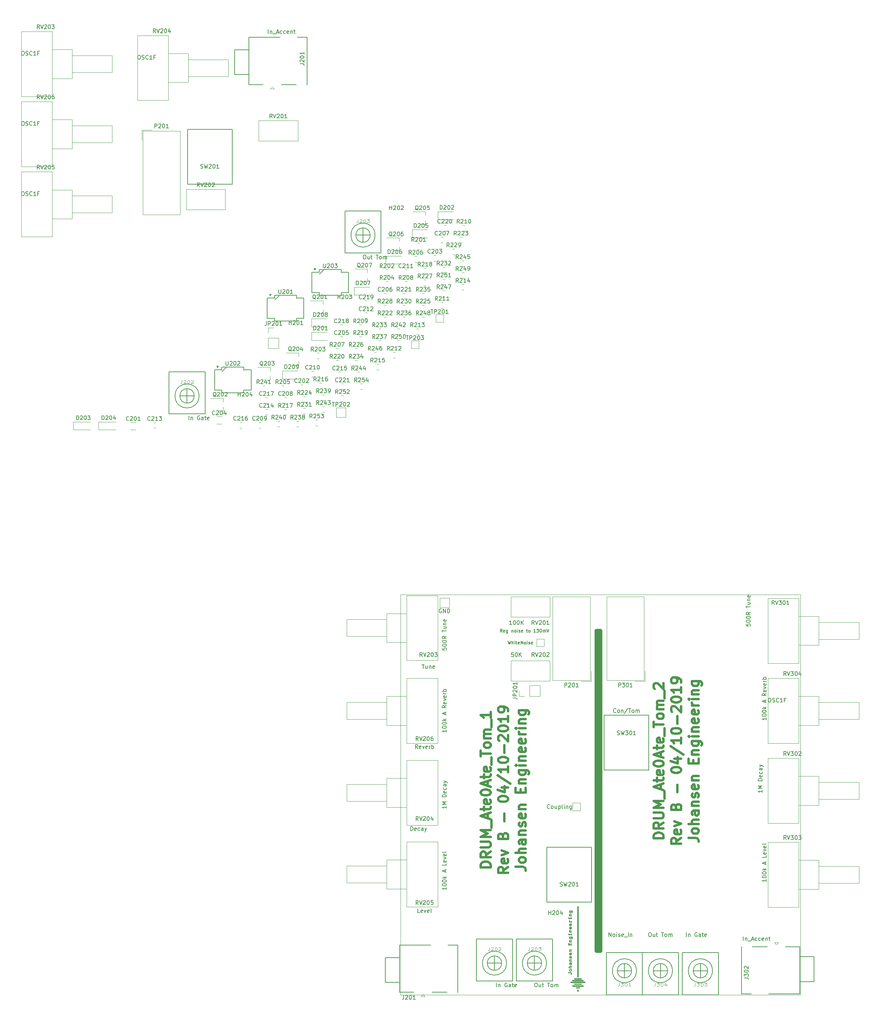
<source format=gbr>
%TF.GenerationSoftware,KiCad,Pcbnew,(5.1.0)-1*%
%TF.CreationDate,2019-10-04T20:48:20+02:00*%
%TF.ProjectId,KicadJE_AteOhAte,4b696361-644a-4455-9f41-74654f684174,rev?*%
%TF.SameCoordinates,Original*%
%TF.FileFunction,Legend,Top*%
%TF.FilePolarity,Positive*%
%FSLAX46Y46*%
G04 Gerber Fmt 4.6, Leading zero omitted, Abs format (unit mm)*
G04 Created by KiCad (PCBNEW (5.1.0)-1) date 2019-10-04 20:48:20*
%MOMM*%
%LPD*%
G04 APERTURE LIST*
%ADD10C,0.625000*%
%ADD11C,0.140000*%
%ADD12C,1.000000*%
%ADD13C,0.050000*%
%ADD14C,0.010000*%
%ADD15C,0.120000*%
%ADD16C,0.150000*%
%ADD17C,0.200000*%
%ADD18C,0.125000*%
G04 APERTURE END LIST*
D10*
X115755952Y-110845238D02*
X113255952Y-110845238D01*
X113255952Y-110250000D01*
X113375000Y-109892857D01*
X113613095Y-109654761D01*
X113851190Y-109535714D01*
X114327380Y-109416666D01*
X114684523Y-109416666D01*
X115160714Y-109535714D01*
X115398809Y-109654761D01*
X115636904Y-109892857D01*
X115755952Y-110250000D01*
X115755952Y-110845238D01*
X115755952Y-106916666D02*
X114565476Y-107750000D01*
X115755952Y-108345238D02*
X113255952Y-108345238D01*
X113255952Y-107392857D01*
X113375000Y-107154761D01*
X113494047Y-107035714D01*
X113732142Y-106916666D01*
X114089285Y-106916666D01*
X114327380Y-107035714D01*
X114446428Y-107154761D01*
X114565476Y-107392857D01*
X114565476Y-108345238D01*
X113255952Y-105845238D02*
X115279761Y-105845238D01*
X115517857Y-105726190D01*
X115636904Y-105607142D01*
X115755952Y-105369047D01*
X115755952Y-104892857D01*
X115636904Y-104654761D01*
X115517857Y-104535714D01*
X115279761Y-104416666D01*
X113255952Y-104416666D01*
X115755952Y-103226190D02*
X113255952Y-103226190D01*
X115041666Y-102392857D01*
X113255952Y-101559523D01*
X115755952Y-101559523D01*
X115994047Y-100964285D02*
X115994047Y-99059523D01*
X115041666Y-98583333D02*
X115041666Y-97392857D01*
X115755952Y-98821428D02*
X113255952Y-97988095D01*
X115755952Y-97154761D01*
X114089285Y-96678571D02*
X114089285Y-95726190D01*
X113255952Y-96321428D02*
X115398809Y-96321428D01*
X115636904Y-96202380D01*
X115755952Y-95964285D01*
X115755952Y-95726190D01*
X115636904Y-93940476D02*
X115755952Y-94178571D01*
X115755952Y-94654761D01*
X115636904Y-94892857D01*
X115398809Y-95011904D01*
X114446428Y-95011904D01*
X114208333Y-94892857D01*
X114089285Y-94654761D01*
X114089285Y-94178571D01*
X114208333Y-93940476D01*
X114446428Y-93821428D01*
X114684523Y-93821428D01*
X114922619Y-95011904D01*
X113255952Y-92273809D02*
X113255952Y-92035714D01*
X113375000Y-91797619D01*
X113494047Y-91678571D01*
X113732142Y-91559523D01*
X114208333Y-91440476D01*
X114803571Y-91440476D01*
X115279761Y-91559523D01*
X115517857Y-91678571D01*
X115636904Y-91797619D01*
X115755952Y-92035714D01*
X115755952Y-92273809D01*
X115636904Y-92511904D01*
X115517857Y-92630952D01*
X115279761Y-92750000D01*
X114803571Y-92869047D01*
X114208333Y-92869047D01*
X113732142Y-92750000D01*
X113494047Y-92630952D01*
X113375000Y-92511904D01*
X113255952Y-92273809D01*
X115041666Y-90488095D02*
X115041666Y-89297619D01*
X115755952Y-90726190D02*
X113255952Y-89892857D01*
X115755952Y-89059523D01*
X114089285Y-88583333D02*
X114089285Y-87630952D01*
X113255952Y-88226190D02*
X115398809Y-88226190D01*
X115636904Y-88107142D01*
X115755952Y-87869047D01*
X115755952Y-87630952D01*
X115636904Y-85845238D02*
X115755952Y-86083333D01*
X115755952Y-86559523D01*
X115636904Y-86797619D01*
X115398809Y-86916666D01*
X114446428Y-86916666D01*
X114208333Y-86797619D01*
X114089285Y-86559523D01*
X114089285Y-86083333D01*
X114208333Y-85845238D01*
X114446428Y-85726190D01*
X114684523Y-85726190D01*
X114922619Y-86916666D01*
X115994047Y-85250000D02*
X115994047Y-83345238D01*
X113255952Y-83107142D02*
X113255952Y-81678571D01*
X115755952Y-82392857D02*
X113255952Y-82392857D01*
X115755952Y-80488095D02*
X115636904Y-80726190D01*
X115517857Y-80845238D01*
X115279761Y-80964285D01*
X114565476Y-80964285D01*
X114327380Y-80845238D01*
X114208333Y-80726190D01*
X114089285Y-80488095D01*
X114089285Y-80130952D01*
X114208333Y-79892857D01*
X114327380Y-79773809D01*
X114565476Y-79654761D01*
X115279761Y-79654761D01*
X115517857Y-79773809D01*
X115636904Y-79892857D01*
X115755952Y-80130952D01*
X115755952Y-80488095D01*
X115755952Y-78583333D02*
X114089285Y-78583333D01*
X114327380Y-78583333D02*
X114208333Y-78464285D01*
X114089285Y-78226190D01*
X114089285Y-77869047D01*
X114208333Y-77630952D01*
X114446428Y-77511904D01*
X115755952Y-77511904D01*
X114446428Y-77511904D02*
X114208333Y-77392857D01*
X114089285Y-77154761D01*
X114089285Y-76797619D01*
X114208333Y-76559523D01*
X114446428Y-76440476D01*
X115755952Y-76440476D01*
X115994047Y-75845238D02*
X115994047Y-73940476D01*
X113494047Y-73464285D02*
X113375000Y-73345238D01*
X113255952Y-73107142D01*
X113255952Y-72511904D01*
X113375000Y-72273809D01*
X113494047Y-72154761D01*
X113732142Y-72035714D01*
X113970238Y-72035714D01*
X114327380Y-72154761D01*
X115755952Y-73583333D01*
X115755952Y-72035714D01*
X120130952Y-110785714D02*
X118940476Y-111619047D01*
X120130952Y-112214285D02*
X117630952Y-112214285D01*
X117630952Y-111261904D01*
X117750000Y-111023809D01*
X117869047Y-110904761D01*
X118107142Y-110785714D01*
X118464285Y-110785714D01*
X118702380Y-110904761D01*
X118821428Y-111023809D01*
X118940476Y-111261904D01*
X118940476Y-112214285D01*
X120011904Y-108761904D02*
X120130952Y-109000000D01*
X120130952Y-109476190D01*
X120011904Y-109714285D01*
X119773809Y-109833333D01*
X118821428Y-109833333D01*
X118583333Y-109714285D01*
X118464285Y-109476190D01*
X118464285Y-109000000D01*
X118583333Y-108761904D01*
X118821428Y-108642857D01*
X119059523Y-108642857D01*
X119297619Y-109833333D01*
X118464285Y-107809523D02*
X120130952Y-107214285D01*
X118464285Y-106619047D01*
X118821428Y-102928571D02*
X118940476Y-102571428D01*
X119059523Y-102452380D01*
X119297619Y-102333333D01*
X119654761Y-102333333D01*
X119892857Y-102452380D01*
X120011904Y-102571428D01*
X120130952Y-102809523D01*
X120130952Y-103761904D01*
X117630952Y-103761904D01*
X117630952Y-102928571D01*
X117750000Y-102690476D01*
X117869047Y-102571428D01*
X118107142Y-102452380D01*
X118345238Y-102452380D01*
X118583333Y-102571428D01*
X118702380Y-102690476D01*
X118821428Y-102928571D01*
X118821428Y-103761904D01*
X119178571Y-99357142D02*
X119178571Y-97452380D01*
X117630952Y-93880952D02*
X117630952Y-93642857D01*
X117750000Y-93404761D01*
X117869047Y-93285714D01*
X118107142Y-93166666D01*
X118583333Y-93047619D01*
X119178571Y-93047619D01*
X119654761Y-93166666D01*
X119892857Y-93285714D01*
X120011904Y-93404761D01*
X120130952Y-93642857D01*
X120130952Y-93880952D01*
X120011904Y-94119047D01*
X119892857Y-94238095D01*
X119654761Y-94357142D01*
X119178571Y-94476190D01*
X118583333Y-94476190D01*
X118107142Y-94357142D01*
X117869047Y-94238095D01*
X117750000Y-94119047D01*
X117630952Y-93880952D01*
X118464285Y-90904761D02*
X120130952Y-90904761D01*
X117511904Y-91500000D02*
X119297619Y-92095238D01*
X119297619Y-90547619D01*
X117511904Y-87809523D02*
X120726190Y-89952380D01*
X120130952Y-85666666D02*
X120130952Y-87095238D01*
X120130952Y-86380952D02*
X117630952Y-86380952D01*
X117988095Y-86619047D01*
X118226190Y-86857142D01*
X118345238Y-87095238D01*
X117630952Y-84119047D02*
X117630952Y-83880952D01*
X117750000Y-83642857D01*
X117869047Y-83523809D01*
X118107142Y-83404761D01*
X118583333Y-83285714D01*
X119178571Y-83285714D01*
X119654761Y-83404761D01*
X119892857Y-83523809D01*
X120011904Y-83642857D01*
X120130952Y-83880952D01*
X120130952Y-84119047D01*
X120011904Y-84357142D01*
X119892857Y-84476190D01*
X119654761Y-84595238D01*
X119178571Y-84714285D01*
X118583333Y-84714285D01*
X118107142Y-84595238D01*
X117869047Y-84476190D01*
X117750000Y-84357142D01*
X117630952Y-84119047D01*
X119178571Y-82214285D02*
X119178571Y-80309523D01*
X117869047Y-79238095D02*
X117750000Y-79119047D01*
X117630952Y-78880952D01*
X117630952Y-78285714D01*
X117750000Y-78047619D01*
X117869047Y-77928571D01*
X118107142Y-77809523D01*
X118345238Y-77809523D01*
X118702380Y-77928571D01*
X120130952Y-79357142D01*
X120130952Y-77809523D01*
X117630952Y-76261904D02*
X117630952Y-76023809D01*
X117750000Y-75785714D01*
X117869047Y-75666666D01*
X118107142Y-75547619D01*
X118583333Y-75428571D01*
X119178571Y-75428571D01*
X119654761Y-75547619D01*
X119892857Y-75666666D01*
X120011904Y-75785714D01*
X120130952Y-76023809D01*
X120130952Y-76261904D01*
X120011904Y-76500000D01*
X119892857Y-76619047D01*
X119654761Y-76738095D01*
X119178571Y-76857142D01*
X118583333Y-76857142D01*
X118107142Y-76738095D01*
X117869047Y-76619047D01*
X117750000Y-76500000D01*
X117630952Y-76261904D01*
X120130952Y-73047619D02*
X120130952Y-74476190D01*
X120130952Y-73761904D02*
X117630952Y-73761904D01*
X117988095Y-74000000D01*
X118226190Y-74238095D01*
X118345238Y-74476190D01*
X120130952Y-71857142D02*
X120130952Y-71380952D01*
X120011904Y-71142857D01*
X119892857Y-71023809D01*
X119535714Y-70785714D01*
X119059523Y-70666666D01*
X118107142Y-70666666D01*
X117869047Y-70785714D01*
X117750000Y-70904761D01*
X117630952Y-71142857D01*
X117630952Y-71619047D01*
X117750000Y-71857142D01*
X117869047Y-71976190D01*
X118107142Y-72095238D01*
X118702380Y-72095238D01*
X118940476Y-71976190D01*
X119059523Y-71857142D01*
X119178571Y-71619047D01*
X119178571Y-71142857D01*
X119059523Y-70904761D01*
X118940476Y-70785714D01*
X118702380Y-70666666D01*
X122005952Y-110726190D02*
X123791666Y-110726190D01*
X124148809Y-110845238D01*
X124386904Y-111083333D01*
X124505952Y-111440476D01*
X124505952Y-111678571D01*
X124505952Y-109178571D02*
X124386904Y-109416666D01*
X124267857Y-109535714D01*
X124029761Y-109654761D01*
X123315476Y-109654761D01*
X123077380Y-109535714D01*
X122958333Y-109416666D01*
X122839285Y-109178571D01*
X122839285Y-108821428D01*
X122958333Y-108583333D01*
X123077380Y-108464285D01*
X123315476Y-108345238D01*
X124029761Y-108345238D01*
X124267857Y-108464285D01*
X124386904Y-108583333D01*
X124505952Y-108821428D01*
X124505952Y-109178571D01*
X124505952Y-107273809D02*
X122005952Y-107273809D01*
X124505952Y-106202380D02*
X123196428Y-106202380D01*
X122958333Y-106321428D01*
X122839285Y-106559523D01*
X122839285Y-106916666D01*
X122958333Y-107154761D01*
X123077380Y-107273809D01*
X124505952Y-103940476D02*
X123196428Y-103940476D01*
X122958333Y-104059523D01*
X122839285Y-104297619D01*
X122839285Y-104773809D01*
X122958333Y-105011904D01*
X124386904Y-103940476D02*
X124505952Y-104178571D01*
X124505952Y-104773809D01*
X124386904Y-105011904D01*
X124148809Y-105130952D01*
X123910714Y-105130952D01*
X123672619Y-105011904D01*
X123553571Y-104773809D01*
X123553571Y-104178571D01*
X123434523Y-103940476D01*
X122839285Y-102750000D02*
X124505952Y-102750000D01*
X123077380Y-102750000D02*
X122958333Y-102630952D01*
X122839285Y-102392857D01*
X122839285Y-102035714D01*
X122958333Y-101797619D01*
X123196428Y-101678571D01*
X124505952Y-101678571D01*
X124386904Y-100607142D02*
X124505952Y-100369047D01*
X124505952Y-99892857D01*
X124386904Y-99654761D01*
X124148809Y-99535714D01*
X124029761Y-99535714D01*
X123791666Y-99654761D01*
X123672619Y-99892857D01*
X123672619Y-100250000D01*
X123553571Y-100488095D01*
X123315476Y-100607142D01*
X123196428Y-100607142D01*
X122958333Y-100488095D01*
X122839285Y-100250000D01*
X122839285Y-99892857D01*
X122958333Y-99654761D01*
X124386904Y-97511904D02*
X124505952Y-97750000D01*
X124505952Y-98226190D01*
X124386904Y-98464285D01*
X124148809Y-98583333D01*
X123196428Y-98583333D01*
X122958333Y-98464285D01*
X122839285Y-98226190D01*
X122839285Y-97750000D01*
X122958333Y-97511904D01*
X123196428Y-97392857D01*
X123434523Y-97392857D01*
X123672619Y-98583333D01*
X122839285Y-96321428D02*
X124505952Y-96321428D01*
X123077380Y-96321428D02*
X122958333Y-96202380D01*
X122839285Y-95964285D01*
X122839285Y-95607142D01*
X122958333Y-95369047D01*
X123196428Y-95250000D01*
X124505952Y-95250000D01*
X123196428Y-92154761D02*
X123196428Y-91321428D01*
X124505952Y-90964285D02*
X124505952Y-92154761D01*
X122005952Y-92154761D01*
X122005952Y-90964285D01*
X122839285Y-89892857D02*
X124505952Y-89892857D01*
X123077380Y-89892857D02*
X122958333Y-89773809D01*
X122839285Y-89535714D01*
X122839285Y-89178571D01*
X122958333Y-88940476D01*
X123196428Y-88821428D01*
X124505952Y-88821428D01*
X122839285Y-86559523D02*
X124863095Y-86559523D01*
X125101190Y-86678571D01*
X125220238Y-86797619D01*
X125339285Y-87035714D01*
X125339285Y-87392857D01*
X125220238Y-87630952D01*
X124386904Y-86559523D02*
X124505952Y-86797619D01*
X124505952Y-87273809D01*
X124386904Y-87511904D01*
X124267857Y-87630952D01*
X124029761Y-87750000D01*
X123315476Y-87750000D01*
X123077380Y-87630952D01*
X122958333Y-87511904D01*
X122839285Y-87273809D01*
X122839285Y-86797619D01*
X122958333Y-86559523D01*
X124505952Y-85369047D02*
X122839285Y-85369047D01*
X122005952Y-85369047D02*
X122125000Y-85488095D01*
X122244047Y-85369047D01*
X122125000Y-85250000D01*
X122005952Y-85369047D01*
X122244047Y-85369047D01*
X122839285Y-84178571D02*
X124505952Y-84178571D01*
X123077380Y-84178571D02*
X122958333Y-84059523D01*
X122839285Y-83821428D01*
X122839285Y-83464285D01*
X122958333Y-83226190D01*
X123196428Y-83107142D01*
X124505952Y-83107142D01*
X124386904Y-80964285D02*
X124505952Y-81202380D01*
X124505952Y-81678571D01*
X124386904Y-81916666D01*
X124148809Y-82035714D01*
X123196428Y-82035714D01*
X122958333Y-81916666D01*
X122839285Y-81678571D01*
X122839285Y-81202380D01*
X122958333Y-80964285D01*
X123196428Y-80845238D01*
X123434523Y-80845238D01*
X123672619Y-82035714D01*
X124386904Y-78821428D02*
X124505952Y-79059523D01*
X124505952Y-79535714D01*
X124386904Y-79773809D01*
X124148809Y-79892857D01*
X123196428Y-79892857D01*
X122958333Y-79773809D01*
X122839285Y-79535714D01*
X122839285Y-79059523D01*
X122958333Y-78821428D01*
X123196428Y-78702380D01*
X123434523Y-78702380D01*
X123672619Y-79892857D01*
X124505952Y-77630952D02*
X122839285Y-77630952D01*
X123315476Y-77630952D02*
X123077380Y-77511904D01*
X122958333Y-77392857D01*
X122839285Y-77154761D01*
X122839285Y-76916666D01*
X124505952Y-76083333D02*
X122839285Y-76083333D01*
X122005952Y-76083333D02*
X122125000Y-76202380D01*
X122244047Y-76083333D01*
X122125000Y-75964285D01*
X122005952Y-76083333D01*
X122244047Y-76083333D01*
X122839285Y-74892857D02*
X124505952Y-74892857D01*
X123077380Y-74892857D02*
X122958333Y-74773809D01*
X122839285Y-74535714D01*
X122839285Y-74178571D01*
X122958333Y-73940476D01*
X123196428Y-73821428D01*
X124505952Y-73821428D01*
X122839285Y-71559523D02*
X124863095Y-71559523D01*
X125101190Y-71678571D01*
X125220238Y-71797619D01*
X125339285Y-72035714D01*
X125339285Y-72392857D01*
X125220238Y-72630952D01*
X124386904Y-71559523D02*
X124505952Y-71797619D01*
X124505952Y-72273809D01*
X124386904Y-72511904D01*
X124267857Y-72630952D01*
X124029761Y-72750000D01*
X123315476Y-72750000D01*
X123077380Y-72630952D01*
X122958333Y-72511904D01*
X122839285Y-72273809D01*
X122839285Y-71797619D01*
X122958333Y-71559523D01*
D11*
X75438095Y-59361904D02*
X75171428Y-58980952D01*
X74980952Y-59361904D02*
X74980952Y-58561904D01*
X75285714Y-58561904D01*
X75361904Y-58600000D01*
X75400000Y-58638095D01*
X75438095Y-58714285D01*
X75438095Y-58828571D01*
X75400000Y-58904761D01*
X75361904Y-58942857D01*
X75285714Y-58980952D01*
X74980952Y-58980952D01*
X76085714Y-59323809D02*
X76009523Y-59361904D01*
X75857142Y-59361904D01*
X75780952Y-59323809D01*
X75742857Y-59247619D01*
X75742857Y-58942857D01*
X75780952Y-58866666D01*
X75857142Y-58828571D01*
X76009523Y-58828571D01*
X76085714Y-58866666D01*
X76123809Y-58942857D01*
X76123809Y-59019047D01*
X75742857Y-59095238D01*
X76809523Y-58828571D02*
X76809523Y-59476190D01*
X76771428Y-59552380D01*
X76733333Y-59590476D01*
X76657142Y-59628571D01*
X76542857Y-59628571D01*
X76466666Y-59590476D01*
X76809523Y-59323809D02*
X76733333Y-59361904D01*
X76580952Y-59361904D01*
X76504761Y-59323809D01*
X76466666Y-59285714D01*
X76428571Y-59209523D01*
X76428571Y-58980952D01*
X76466666Y-58904761D01*
X76504761Y-58866666D01*
X76580952Y-58828571D01*
X76733333Y-58828571D01*
X76809523Y-58866666D01*
X77800000Y-58828571D02*
X77800000Y-59361904D01*
X77800000Y-58904761D02*
X77838095Y-58866666D01*
X77914285Y-58828571D01*
X78028571Y-58828571D01*
X78104761Y-58866666D01*
X78142857Y-58942857D01*
X78142857Y-59361904D01*
X78638095Y-59361904D02*
X78561904Y-59323809D01*
X78523809Y-59285714D01*
X78485714Y-59209523D01*
X78485714Y-58980952D01*
X78523809Y-58904761D01*
X78561904Y-58866666D01*
X78638095Y-58828571D01*
X78752380Y-58828571D01*
X78828571Y-58866666D01*
X78866666Y-58904761D01*
X78904761Y-58980952D01*
X78904761Y-59209523D01*
X78866666Y-59285714D01*
X78828571Y-59323809D01*
X78752380Y-59361904D01*
X78638095Y-59361904D01*
X79247619Y-59361904D02*
X79247619Y-58828571D01*
X79247619Y-58561904D02*
X79209523Y-58600000D01*
X79247619Y-58638095D01*
X79285714Y-58600000D01*
X79247619Y-58561904D01*
X79247619Y-58638095D01*
X79590476Y-59323809D02*
X79666666Y-59361904D01*
X79819047Y-59361904D01*
X79895238Y-59323809D01*
X79933333Y-59247619D01*
X79933333Y-59209523D01*
X79895238Y-59133333D01*
X79819047Y-59095238D01*
X79704761Y-59095238D01*
X79628571Y-59057142D01*
X79590476Y-58980952D01*
X79590476Y-58942857D01*
X79628571Y-58866666D01*
X79704761Y-58828571D01*
X79819047Y-58828571D01*
X79895238Y-58866666D01*
X80580952Y-59323809D02*
X80504761Y-59361904D01*
X80352380Y-59361904D01*
X80276190Y-59323809D01*
X80238095Y-59247619D01*
X80238095Y-58942857D01*
X80276190Y-58866666D01*
X80352380Y-58828571D01*
X80504761Y-58828571D01*
X80580952Y-58866666D01*
X80619047Y-58942857D01*
X80619047Y-59019047D01*
X80238095Y-59095238D01*
X81457142Y-58828571D02*
X81761904Y-58828571D01*
X81571428Y-58561904D02*
X81571428Y-59247619D01*
X81609523Y-59323809D01*
X81685714Y-59361904D01*
X81761904Y-59361904D01*
X82142857Y-59361904D02*
X82066666Y-59323809D01*
X82028571Y-59285714D01*
X81990476Y-59209523D01*
X81990476Y-58980952D01*
X82028571Y-58904761D01*
X82066666Y-58866666D01*
X82142857Y-58828571D01*
X82257142Y-58828571D01*
X82333333Y-58866666D01*
X82371428Y-58904761D01*
X82409523Y-58980952D01*
X82409523Y-59209523D01*
X82371428Y-59285714D01*
X82333333Y-59323809D01*
X82257142Y-59361904D01*
X82142857Y-59361904D01*
X83780952Y-59361904D02*
X83323809Y-59361904D01*
X83552380Y-59361904D02*
X83552380Y-58561904D01*
X83476190Y-58676190D01*
X83400000Y-58752380D01*
X83323809Y-58790476D01*
X84047619Y-58561904D02*
X84542857Y-58561904D01*
X84276190Y-58866666D01*
X84390476Y-58866666D01*
X84466666Y-58904761D01*
X84504761Y-58942857D01*
X84542857Y-59019047D01*
X84542857Y-59209523D01*
X84504761Y-59285714D01*
X84466666Y-59323809D01*
X84390476Y-59361904D01*
X84161904Y-59361904D01*
X84085714Y-59323809D01*
X84047619Y-59285714D01*
X85038095Y-58561904D02*
X85114285Y-58561904D01*
X85190476Y-58600000D01*
X85228571Y-58638095D01*
X85266666Y-58714285D01*
X85304761Y-58866666D01*
X85304761Y-59057142D01*
X85266666Y-59209523D01*
X85228571Y-59285714D01*
X85190476Y-59323809D01*
X85114285Y-59361904D01*
X85038095Y-59361904D01*
X84961904Y-59323809D01*
X84923809Y-59285714D01*
X84885714Y-59209523D01*
X84847619Y-59057142D01*
X84847619Y-58866666D01*
X84885714Y-58714285D01*
X84923809Y-58638095D01*
X84961904Y-58600000D01*
X85038095Y-58561904D01*
X85647619Y-59361904D02*
X85647619Y-58828571D01*
X85647619Y-58904761D02*
X85685714Y-58866666D01*
X85761904Y-58828571D01*
X85876190Y-58828571D01*
X85952380Y-58866666D01*
X85990476Y-58942857D01*
X85990476Y-59361904D01*
X85990476Y-58942857D02*
X86028571Y-58866666D01*
X86104761Y-58828571D01*
X86219047Y-58828571D01*
X86295238Y-58866666D01*
X86333333Y-58942857D01*
X86333333Y-59361904D01*
X86600000Y-58561904D02*
X86866666Y-59361904D01*
X87133333Y-58561904D01*
D10*
X72505952Y-118095238D02*
X70005952Y-118095238D01*
X70005952Y-117500000D01*
X70125000Y-117142857D01*
X70363095Y-116904761D01*
X70601190Y-116785714D01*
X71077380Y-116666666D01*
X71434523Y-116666666D01*
X71910714Y-116785714D01*
X72148809Y-116904761D01*
X72386904Y-117142857D01*
X72505952Y-117500000D01*
X72505952Y-118095238D01*
X72505952Y-114166666D02*
X71315476Y-115000000D01*
X72505952Y-115595238D02*
X70005952Y-115595238D01*
X70005952Y-114642857D01*
X70125000Y-114404761D01*
X70244047Y-114285714D01*
X70482142Y-114166666D01*
X70839285Y-114166666D01*
X71077380Y-114285714D01*
X71196428Y-114404761D01*
X71315476Y-114642857D01*
X71315476Y-115595238D01*
X70005952Y-113095238D02*
X72029761Y-113095238D01*
X72267857Y-112976190D01*
X72386904Y-112857142D01*
X72505952Y-112619047D01*
X72505952Y-112142857D01*
X72386904Y-111904761D01*
X72267857Y-111785714D01*
X72029761Y-111666666D01*
X70005952Y-111666666D01*
X72505952Y-110476190D02*
X70005952Y-110476190D01*
X71791666Y-109642857D01*
X70005952Y-108809523D01*
X72505952Y-108809523D01*
X72744047Y-108214285D02*
X72744047Y-106309523D01*
X71791666Y-105833333D02*
X71791666Y-104642857D01*
X72505952Y-106071428D02*
X70005952Y-105238095D01*
X72505952Y-104404761D01*
X70839285Y-103928571D02*
X70839285Y-102976190D01*
X70005952Y-103571428D02*
X72148809Y-103571428D01*
X72386904Y-103452380D01*
X72505952Y-103214285D01*
X72505952Y-102976190D01*
X72386904Y-101190476D02*
X72505952Y-101428571D01*
X72505952Y-101904761D01*
X72386904Y-102142857D01*
X72148809Y-102261904D01*
X71196428Y-102261904D01*
X70958333Y-102142857D01*
X70839285Y-101904761D01*
X70839285Y-101428571D01*
X70958333Y-101190476D01*
X71196428Y-101071428D01*
X71434523Y-101071428D01*
X71672619Y-102261904D01*
X70005952Y-99523809D02*
X70005952Y-99285714D01*
X70125000Y-99047619D01*
X70244047Y-98928571D01*
X70482142Y-98809523D01*
X70958333Y-98690476D01*
X71553571Y-98690476D01*
X72029761Y-98809523D01*
X72267857Y-98928571D01*
X72386904Y-99047619D01*
X72505952Y-99285714D01*
X72505952Y-99523809D01*
X72386904Y-99761904D01*
X72267857Y-99880952D01*
X72029761Y-100000000D01*
X71553571Y-100119047D01*
X70958333Y-100119047D01*
X70482142Y-100000000D01*
X70244047Y-99880952D01*
X70125000Y-99761904D01*
X70005952Y-99523809D01*
X71791666Y-97738095D02*
X71791666Y-96547619D01*
X72505952Y-97976190D02*
X70005952Y-97142857D01*
X72505952Y-96309523D01*
X70839285Y-95833333D02*
X70839285Y-94880952D01*
X70005952Y-95476190D02*
X72148809Y-95476190D01*
X72386904Y-95357142D01*
X72505952Y-95119047D01*
X72505952Y-94880952D01*
X72386904Y-93095238D02*
X72505952Y-93333333D01*
X72505952Y-93809523D01*
X72386904Y-94047619D01*
X72148809Y-94166666D01*
X71196428Y-94166666D01*
X70958333Y-94047619D01*
X70839285Y-93809523D01*
X70839285Y-93333333D01*
X70958333Y-93095238D01*
X71196428Y-92976190D01*
X71434523Y-92976190D01*
X71672619Y-94166666D01*
X72744047Y-92500000D02*
X72744047Y-90595238D01*
X70005952Y-90357142D02*
X70005952Y-88928571D01*
X72505952Y-89642857D02*
X70005952Y-89642857D01*
X72505952Y-87738095D02*
X72386904Y-87976190D01*
X72267857Y-88095238D01*
X72029761Y-88214285D01*
X71315476Y-88214285D01*
X71077380Y-88095238D01*
X70958333Y-87976190D01*
X70839285Y-87738095D01*
X70839285Y-87380952D01*
X70958333Y-87142857D01*
X71077380Y-87023809D01*
X71315476Y-86904761D01*
X72029761Y-86904761D01*
X72267857Y-87023809D01*
X72386904Y-87142857D01*
X72505952Y-87380952D01*
X72505952Y-87738095D01*
X72505952Y-85833333D02*
X70839285Y-85833333D01*
X71077380Y-85833333D02*
X70958333Y-85714285D01*
X70839285Y-85476190D01*
X70839285Y-85119047D01*
X70958333Y-84880952D01*
X71196428Y-84761904D01*
X72505952Y-84761904D01*
X71196428Y-84761904D02*
X70958333Y-84642857D01*
X70839285Y-84404761D01*
X70839285Y-84047619D01*
X70958333Y-83809523D01*
X71196428Y-83690476D01*
X72505952Y-83690476D01*
X72744047Y-83095238D02*
X72744047Y-81190476D01*
X72505952Y-79285714D02*
X72505952Y-80714285D01*
X72505952Y-80000000D02*
X70005952Y-80000000D01*
X70363095Y-80238095D01*
X70601190Y-80476190D01*
X70720238Y-80714285D01*
X76880952Y-118035714D02*
X75690476Y-118869047D01*
X76880952Y-119464285D02*
X74380952Y-119464285D01*
X74380952Y-118511904D01*
X74500000Y-118273809D01*
X74619047Y-118154761D01*
X74857142Y-118035714D01*
X75214285Y-118035714D01*
X75452380Y-118154761D01*
X75571428Y-118273809D01*
X75690476Y-118511904D01*
X75690476Y-119464285D01*
X76761904Y-116011904D02*
X76880952Y-116250000D01*
X76880952Y-116726190D01*
X76761904Y-116964285D01*
X76523809Y-117083333D01*
X75571428Y-117083333D01*
X75333333Y-116964285D01*
X75214285Y-116726190D01*
X75214285Y-116250000D01*
X75333333Y-116011904D01*
X75571428Y-115892857D01*
X75809523Y-115892857D01*
X76047619Y-117083333D01*
X75214285Y-115059523D02*
X76880952Y-114464285D01*
X75214285Y-113869047D01*
X75571428Y-110178571D02*
X75690476Y-109821428D01*
X75809523Y-109702380D01*
X76047619Y-109583333D01*
X76404761Y-109583333D01*
X76642857Y-109702380D01*
X76761904Y-109821428D01*
X76880952Y-110059523D01*
X76880952Y-111011904D01*
X74380952Y-111011904D01*
X74380952Y-110178571D01*
X74500000Y-109940476D01*
X74619047Y-109821428D01*
X74857142Y-109702380D01*
X75095238Y-109702380D01*
X75333333Y-109821428D01*
X75452380Y-109940476D01*
X75571428Y-110178571D01*
X75571428Y-111011904D01*
X75928571Y-106607142D02*
X75928571Y-104702380D01*
X74380952Y-101130952D02*
X74380952Y-100892857D01*
X74500000Y-100654761D01*
X74619047Y-100535714D01*
X74857142Y-100416666D01*
X75333333Y-100297619D01*
X75928571Y-100297619D01*
X76404761Y-100416666D01*
X76642857Y-100535714D01*
X76761904Y-100654761D01*
X76880952Y-100892857D01*
X76880952Y-101130952D01*
X76761904Y-101369047D01*
X76642857Y-101488095D01*
X76404761Y-101607142D01*
X75928571Y-101726190D01*
X75333333Y-101726190D01*
X74857142Y-101607142D01*
X74619047Y-101488095D01*
X74500000Y-101369047D01*
X74380952Y-101130952D01*
X75214285Y-98154761D02*
X76880952Y-98154761D01*
X74261904Y-98750000D02*
X76047619Y-99345238D01*
X76047619Y-97797619D01*
X74261904Y-95059523D02*
X77476190Y-97202380D01*
X76880952Y-92916666D02*
X76880952Y-94345238D01*
X76880952Y-93630952D02*
X74380952Y-93630952D01*
X74738095Y-93869047D01*
X74976190Y-94107142D01*
X75095238Y-94345238D01*
X74380952Y-91369047D02*
X74380952Y-91130952D01*
X74500000Y-90892857D01*
X74619047Y-90773809D01*
X74857142Y-90654761D01*
X75333333Y-90535714D01*
X75928571Y-90535714D01*
X76404761Y-90654761D01*
X76642857Y-90773809D01*
X76761904Y-90892857D01*
X76880952Y-91130952D01*
X76880952Y-91369047D01*
X76761904Y-91607142D01*
X76642857Y-91726190D01*
X76404761Y-91845238D01*
X75928571Y-91964285D01*
X75333333Y-91964285D01*
X74857142Y-91845238D01*
X74619047Y-91726190D01*
X74500000Y-91607142D01*
X74380952Y-91369047D01*
X75928571Y-89464285D02*
X75928571Y-87559523D01*
X74619047Y-86488095D02*
X74500000Y-86369047D01*
X74380952Y-86130952D01*
X74380952Y-85535714D01*
X74500000Y-85297619D01*
X74619047Y-85178571D01*
X74857142Y-85059523D01*
X75095238Y-85059523D01*
X75452380Y-85178571D01*
X76880952Y-86607142D01*
X76880952Y-85059523D01*
X74380952Y-83511904D02*
X74380952Y-83273809D01*
X74500000Y-83035714D01*
X74619047Y-82916666D01*
X74857142Y-82797619D01*
X75333333Y-82678571D01*
X75928571Y-82678571D01*
X76404761Y-82797619D01*
X76642857Y-82916666D01*
X76761904Y-83035714D01*
X76880952Y-83273809D01*
X76880952Y-83511904D01*
X76761904Y-83750000D01*
X76642857Y-83869047D01*
X76404761Y-83988095D01*
X75928571Y-84107142D01*
X75333333Y-84107142D01*
X74857142Y-83988095D01*
X74619047Y-83869047D01*
X74500000Y-83750000D01*
X74380952Y-83511904D01*
X76880952Y-80297619D02*
X76880952Y-81726190D01*
X76880952Y-81011904D02*
X74380952Y-81011904D01*
X74738095Y-81250000D01*
X74976190Y-81488095D01*
X75095238Y-81726190D01*
X76880952Y-79107142D02*
X76880952Y-78630952D01*
X76761904Y-78392857D01*
X76642857Y-78273809D01*
X76285714Y-78035714D01*
X75809523Y-77916666D01*
X74857142Y-77916666D01*
X74619047Y-78035714D01*
X74500000Y-78154761D01*
X74380952Y-78392857D01*
X74380952Y-78869047D01*
X74500000Y-79107142D01*
X74619047Y-79226190D01*
X74857142Y-79345238D01*
X75452380Y-79345238D01*
X75690476Y-79226190D01*
X75809523Y-79107142D01*
X75928571Y-78869047D01*
X75928571Y-78392857D01*
X75809523Y-78154761D01*
X75690476Y-78035714D01*
X75452380Y-77916666D01*
X78755952Y-117976190D02*
X80541666Y-117976190D01*
X80898809Y-118095238D01*
X81136904Y-118333333D01*
X81255952Y-118690476D01*
X81255952Y-118928571D01*
X81255952Y-116428571D02*
X81136904Y-116666666D01*
X81017857Y-116785714D01*
X80779761Y-116904761D01*
X80065476Y-116904761D01*
X79827380Y-116785714D01*
X79708333Y-116666666D01*
X79589285Y-116428571D01*
X79589285Y-116071428D01*
X79708333Y-115833333D01*
X79827380Y-115714285D01*
X80065476Y-115595238D01*
X80779761Y-115595238D01*
X81017857Y-115714285D01*
X81136904Y-115833333D01*
X81255952Y-116071428D01*
X81255952Y-116428571D01*
X81255952Y-114523809D02*
X78755952Y-114523809D01*
X81255952Y-113452380D02*
X79946428Y-113452380D01*
X79708333Y-113571428D01*
X79589285Y-113809523D01*
X79589285Y-114166666D01*
X79708333Y-114404761D01*
X79827380Y-114523809D01*
X81255952Y-111190476D02*
X79946428Y-111190476D01*
X79708333Y-111309523D01*
X79589285Y-111547619D01*
X79589285Y-112023809D01*
X79708333Y-112261904D01*
X81136904Y-111190476D02*
X81255952Y-111428571D01*
X81255952Y-112023809D01*
X81136904Y-112261904D01*
X80898809Y-112380952D01*
X80660714Y-112380952D01*
X80422619Y-112261904D01*
X80303571Y-112023809D01*
X80303571Y-111428571D01*
X80184523Y-111190476D01*
X79589285Y-110000000D02*
X81255952Y-110000000D01*
X79827380Y-110000000D02*
X79708333Y-109880952D01*
X79589285Y-109642857D01*
X79589285Y-109285714D01*
X79708333Y-109047619D01*
X79946428Y-108928571D01*
X81255952Y-108928571D01*
X81136904Y-107857142D02*
X81255952Y-107619047D01*
X81255952Y-107142857D01*
X81136904Y-106904761D01*
X80898809Y-106785714D01*
X80779761Y-106785714D01*
X80541666Y-106904761D01*
X80422619Y-107142857D01*
X80422619Y-107500000D01*
X80303571Y-107738095D01*
X80065476Y-107857142D01*
X79946428Y-107857142D01*
X79708333Y-107738095D01*
X79589285Y-107500000D01*
X79589285Y-107142857D01*
X79708333Y-106904761D01*
X81136904Y-104761904D02*
X81255952Y-105000000D01*
X81255952Y-105476190D01*
X81136904Y-105714285D01*
X80898809Y-105833333D01*
X79946428Y-105833333D01*
X79708333Y-105714285D01*
X79589285Y-105476190D01*
X79589285Y-105000000D01*
X79708333Y-104761904D01*
X79946428Y-104642857D01*
X80184523Y-104642857D01*
X80422619Y-105833333D01*
X79589285Y-103571428D02*
X81255952Y-103571428D01*
X79827380Y-103571428D02*
X79708333Y-103452380D01*
X79589285Y-103214285D01*
X79589285Y-102857142D01*
X79708333Y-102619047D01*
X79946428Y-102500000D01*
X81255952Y-102500000D01*
X79946428Y-99404761D02*
X79946428Y-98571428D01*
X81255952Y-98214285D02*
X81255952Y-99404761D01*
X78755952Y-99404761D01*
X78755952Y-98214285D01*
X79589285Y-97142857D02*
X81255952Y-97142857D01*
X79827380Y-97142857D02*
X79708333Y-97023809D01*
X79589285Y-96785714D01*
X79589285Y-96428571D01*
X79708333Y-96190476D01*
X79946428Y-96071428D01*
X81255952Y-96071428D01*
X79589285Y-93809523D02*
X81613095Y-93809523D01*
X81851190Y-93928571D01*
X81970238Y-94047619D01*
X82089285Y-94285714D01*
X82089285Y-94642857D01*
X81970238Y-94880952D01*
X81136904Y-93809523D02*
X81255952Y-94047619D01*
X81255952Y-94523809D01*
X81136904Y-94761904D01*
X81017857Y-94880952D01*
X80779761Y-95000000D01*
X80065476Y-95000000D01*
X79827380Y-94880952D01*
X79708333Y-94761904D01*
X79589285Y-94523809D01*
X79589285Y-94047619D01*
X79708333Y-93809523D01*
X81255952Y-92619047D02*
X79589285Y-92619047D01*
X78755952Y-92619047D02*
X78875000Y-92738095D01*
X78994047Y-92619047D01*
X78875000Y-92500000D01*
X78755952Y-92619047D01*
X78994047Y-92619047D01*
X79589285Y-91428571D02*
X81255952Y-91428571D01*
X79827380Y-91428571D02*
X79708333Y-91309523D01*
X79589285Y-91071428D01*
X79589285Y-90714285D01*
X79708333Y-90476190D01*
X79946428Y-90357142D01*
X81255952Y-90357142D01*
X81136904Y-88214285D02*
X81255952Y-88452380D01*
X81255952Y-88928571D01*
X81136904Y-89166666D01*
X80898809Y-89285714D01*
X79946428Y-89285714D01*
X79708333Y-89166666D01*
X79589285Y-88928571D01*
X79589285Y-88452380D01*
X79708333Y-88214285D01*
X79946428Y-88095238D01*
X80184523Y-88095238D01*
X80422619Y-89285714D01*
X81136904Y-86071428D02*
X81255952Y-86309523D01*
X81255952Y-86785714D01*
X81136904Y-87023809D01*
X80898809Y-87142857D01*
X79946428Y-87142857D01*
X79708333Y-87023809D01*
X79589285Y-86785714D01*
X79589285Y-86309523D01*
X79708333Y-86071428D01*
X79946428Y-85952380D01*
X80184523Y-85952380D01*
X80422619Y-87142857D01*
X81255952Y-84880952D02*
X79589285Y-84880952D01*
X80065476Y-84880952D02*
X79827380Y-84761904D01*
X79708333Y-84642857D01*
X79589285Y-84404761D01*
X79589285Y-84166666D01*
X81255952Y-83333333D02*
X79589285Y-83333333D01*
X78755952Y-83333333D02*
X78875000Y-83452380D01*
X78994047Y-83333333D01*
X78875000Y-83214285D01*
X78755952Y-83333333D01*
X78994047Y-83333333D01*
X79589285Y-82142857D02*
X81255952Y-82142857D01*
X79827380Y-82142857D02*
X79708333Y-82023809D01*
X79589285Y-81785714D01*
X79589285Y-81428571D01*
X79708333Y-81190476D01*
X79946428Y-81071428D01*
X81255952Y-81071428D01*
X79589285Y-78809523D02*
X81613095Y-78809523D01*
X81851190Y-78928571D01*
X81970238Y-79047619D01*
X82089285Y-79285714D01*
X82089285Y-79642857D01*
X81970238Y-79880952D01*
X81136904Y-78809523D02*
X81255952Y-79047619D01*
X81255952Y-79523809D01*
X81136904Y-79761904D01*
X81017857Y-79880952D01*
X80779761Y-80000000D01*
X80065476Y-80000000D01*
X79827380Y-79880952D01*
X79708333Y-79761904D01*
X79589285Y-79523809D01*
X79589285Y-79047619D01*
X79708333Y-78809523D01*
D12*
X99000000Y-59000000D02*
X100000000Y-59000000D01*
X99000000Y-139000000D02*
X100000000Y-139000000D01*
X100000000Y-59000000D02*
X100000000Y-139000000D01*
X99000000Y-59000000D02*
X99000000Y-139000000D01*
D13*
X50000000Y-150000000D02*
X50000000Y-50000000D01*
X150000000Y-150000000D02*
X50000000Y-150000000D01*
X150000000Y-50000000D02*
X150000000Y-150000000D01*
X50000000Y-50000000D02*
X150000000Y-50000000D01*
D14*
G36*
X92116400Y-130778400D02*
G01*
X92116400Y-130930800D01*
X91947066Y-130930800D01*
X91947066Y-130778400D01*
X92116400Y-130778400D01*
X92116400Y-130778400D01*
G37*
X92116400Y-130778400D02*
X92116400Y-130930800D01*
X91947066Y-130930800D01*
X91947066Y-130778400D01*
X92116400Y-130778400D01*
G36*
X92116400Y-134842401D02*
G01*
X92116400Y-134994801D01*
X91947066Y-134994801D01*
X91947066Y-134842401D01*
X92116400Y-134842401D01*
X92116400Y-134842401D01*
G37*
X92116400Y-134842401D02*
X92116400Y-134994801D01*
X91947066Y-134994801D01*
X91947066Y-134842401D01*
X92116400Y-134842401D01*
G36*
X92173091Y-129915847D02*
G01*
X92195498Y-129869073D01*
X92216569Y-129843101D01*
X92265938Y-129787800D01*
X92776800Y-129776894D01*
X92776800Y-129914800D01*
X92557876Y-129914800D01*
X92463090Y-129915581D01*
X92396503Y-129918329D01*
X92352473Y-129923656D01*
X92325360Y-129932174D01*
X92312343Y-129941410D01*
X92288633Y-129986284D01*
X92291165Y-130039253D01*
X92316939Y-130091331D01*
X92362952Y-130133531D01*
X92379539Y-130142584D01*
X92428409Y-130157431D01*
X92501506Y-130165993D01*
X92603400Y-130168799D01*
X92605792Y-130168800D01*
X92776800Y-130168800D01*
X92776800Y-130304267D01*
X92184133Y-130304267D01*
X92184133Y-130236534D01*
X92186190Y-130193078D01*
X92197042Y-130173758D01*
X92223709Y-130168893D01*
X92233240Y-130168800D01*
X92282347Y-130168800D01*
X92224773Y-130111227D01*
X92187651Y-130068309D01*
X92170913Y-130027580D01*
X92167200Y-129976028D01*
X92173091Y-129915847D01*
X92173091Y-129915847D01*
G37*
X92173091Y-129915847D02*
X92195498Y-129869073D01*
X92216569Y-129843101D01*
X92265938Y-129787800D01*
X92776800Y-129776894D01*
X92776800Y-129914800D01*
X92557876Y-129914800D01*
X92463090Y-129915581D01*
X92396503Y-129918329D01*
X92352473Y-129923656D01*
X92325360Y-129932174D01*
X92312343Y-129941410D01*
X92288633Y-129986284D01*
X92291165Y-130039253D01*
X92316939Y-130091331D01*
X92362952Y-130133531D01*
X92379539Y-130142584D01*
X92428409Y-130157431D01*
X92501506Y-130165993D01*
X92603400Y-130168799D01*
X92605792Y-130168800D01*
X92776800Y-130168800D01*
X92776800Y-130304267D01*
X92184133Y-130304267D01*
X92184133Y-130236534D01*
X92186190Y-130193078D01*
X92197042Y-130173758D01*
X92223709Y-130168893D01*
X92233240Y-130168800D01*
X92282347Y-130168800D01*
X92224773Y-130111227D01*
X92187651Y-130068309D01*
X92170913Y-130027580D01*
X92167200Y-129976028D01*
X92173091Y-129915847D01*
G36*
X92658267Y-130778400D02*
G01*
X92658267Y-130710667D01*
X92660061Y-130667300D01*
X92671139Y-130648027D01*
X92700045Y-130643085D01*
X92717533Y-130642934D01*
X92776800Y-130642934D01*
X92776800Y-131049334D01*
X92717533Y-131049334D01*
X92677811Y-131046713D01*
X92661520Y-131031923D01*
X92658274Y-130994578D01*
X92658267Y-130990067D01*
X92658267Y-130930800D01*
X92302667Y-130930800D01*
X92302667Y-130990067D01*
X92300045Y-131029790D01*
X92285256Y-131046080D01*
X92247911Y-131049326D01*
X92243400Y-131049334D01*
X92184133Y-131049334D01*
X92184133Y-130778400D01*
X92658267Y-130778400D01*
X92658267Y-130778400D01*
G37*
X92658267Y-130778400D02*
X92658267Y-130710667D01*
X92660061Y-130667300D01*
X92671139Y-130648027D01*
X92700045Y-130643085D01*
X92717533Y-130642934D01*
X92776800Y-130642934D01*
X92776800Y-131049334D01*
X92717533Y-131049334D01*
X92677811Y-131046713D01*
X92661520Y-131031923D01*
X92658274Y-130994578D01*
X92658267Y-130990067D01*
X92658267Y-130930800D01*
X92302667Y-130930800D01*
X92302667Y-130990067D01*
X92300045Y-131029790D01*
X92285256Y-131046080D01*
X92247911Y-131049326D01*
X92243400Y-131049334D01*
X92184133Y-131049334D01*
X92184133Y-130778400D01*
X92658267Y-130778400D01*
G36*
X92171217Y-131388401D02*
G01*
X92184513Y-131355312D01*
X92211241Y-131346645D01*
X92249508Y-131355849D01*
X92283509Y-131370051D01*
X92297309Y-131388522D01*
X92296721Y-131423209D01*
X92293475Y-131446199D01*
X92294189Y-131527845D01*
X92319055Y-131599696D01*
X92364506Y-131653191D01*
X92385158Y-131666276D01*
X92438770Y-131683092D01*
X92513648Y-131691937D01*
X92547359Y-131692800D01*
X92658267Y-131692800D01*
X92658267Y-131625067D01*
X92660061Y-131581700D01*
X92671139Y-131562427D01*
X92700045Y-131557485D01*
X92717533Y-131557334D01*
X92776800Y-131557334D01*
X92776800Y-131963734D01*
X92717533Y-131963734D01*
X92679587Y-131961683D01*
X92662723Y-131949022D01*
X92658399Y-131915987D01*
X92658267Y-131896000D01*
X92658267Y-131828267D01*
X92285733Y-131828267D01*
X92285733Y-131896000D01*
X92283727Y-131939432D01*
X92272856Y-131958739D01*
X92245841Y-131963627D01*
X92234933Y-131963734D01*
X92184133Y-131963734D01*
X92184133Y-131692800D01*
X92293854Y-131692800D01*
X92246410Y-131648809D01*
X92197692Y-131590049D01*
X92172955Y-131521673D01*
X92167459Y-131450398D01*
X92171217Y-131388401D01*
X92171217Y-131388401D01*
G37*
X92171217Y-131388401D02*
X92184513Y-131355312D01*
X92211241Y-131346645D01*
X92249508Y-131355849D01*
X92283509Y-131370051D01*
X92297309Y-131388522D01*
X92296721Y-131423209D01*
X92293475Y-131446199D01*
X92294189Y-131527845D01*
X92319055Y-131599696D01*
X92364506Y-131653191D01*
X92385158Y-131666276D01*
X92438770Y-131683092D01*
X92513648Y-131691937D01*
X92547359Y-131692800D01*
X92658267Y-131692800D01*
X92658267Y-131625067D01*
X92660061Y-131581700D01*
X92671139Y-131562427D01*
X92700045Y-131557485D01*
X92717533Y-131557334D01*
X92776800Y-131557334D01*
X92776800Y-131963734D01*
X92717533Y-131963734D01*
X92679587Y-131961683D01*
X92662723Y-131949022D01*
X92658399Y-131915987D01*
X92658267Y-131896000D01*
X92658267Y-131828267D01*
X92285733Y-131828267D01*
X92285733Y-131896000D01*
X92283727Y-131939432D01*
X92272856Y-131958739D01*
X92245841Y-131963627D01*
X92234933Y-131963734D01*
X92184133Y-131963734D01*
X92184133Y-131692800D01*
X92293854Y-131692800D01*
X92246410Y-131648809D01*
X92197692Y-131590049D01*
X92172955Y-131521673D01*
X92167459Y-131450398D01*
X92171217Y-131388401D01*
G36*
X92173091Y-133979847D02*
G01*
X92195498Y-133933073D01*
X92216569Y-133907101D01*
X92265938Y-133851800D01*
X92776800Y-133840894D01*
X92776800Y-133978800D01*
X92557876Y-133978800D01*
X92463090Y-133979581D01*
X92396503Y-133982329D01*
X92352473Y-133987656D01*
X92325360Y-133996174D01*
X92312343Y-134005410D01*
X92288633Y-134050284D01*
X92291165Y-134103253D01*
X92316939Y-134155331D01*
X92362952Y-134197531D01*
X92379539Y-134206584D01*
X92428409Y-134221431D01*
X92501506Y-134229993D01*
X92603400Y-134232799D01*
X92605792Y-134232800D01*
X92776800Y-134232800D01*
X92776800Y-134368267D01*
X92184133Y-134368267D01*
X92184133Y-134300534D01*
X92186190Y-134257078D01*
X92197042Y-134237758D01*
X92223709Y-134232893D01*
X92233240Y-134232800D01*
X92282347Y-134232800D01*
X92224773Y-134175227D01*
X92187651Y-134132309D01*
X92170913Y-134091580D01*
X92167200Y-134040028D01*
X92173091Y-133979847D01*
X92173091Y-133979847D01*
G37*
X92173091Y-133979847D02*
X92195498Y-133933073D01*
X92216569Y-133907101D01*
X92265938Y-133851800D01*
X92776800Y-133840894D01*
X92776800Y-133978800D01*
X92557876Y-133978800D01*
X92463090Y-133979581D01*
X92396503Y-133982329D01*
X92352473Y-133987656D01*
X92325360Y-133996174D01*
X92312343Y-134005410D01*
X92288633Y-134050284D01*
X92291165Y-134103253D01*
X92316939Y-134155331D01*
X92362952Y-134197531D01*
X92379539Y-134206584D01*
X92428409Y-134221431D01*
X92501506Y-134229993D01*
X92603400Y-134232799D01*
X92605792Y-134232800D01*
X92776800Y-134232800D01*
X92776800Y-134368267D01*
X92184133Y-134368267D01*
X92184133Y-134300534D01*
X92186190Y-134257078D01*
X92197042Y-134237758D01*
X92223709Y-134232893D01*
X92233240Y-134232800D01*
X92282347Y-134232800D01*
X92224773Y-134175227D01*
X92187651Y-134132309D01*
X92170913Y-134091580D01*
X92167200Y-134040028D01*
X92173091Y-133979847D01*
G36*
X92658267Y-134842401D02*
G01*
X92658267Y-134774667D01*
X92660061Y-134731300D01*
X92671139Y-134712027D01*
X92700045Y-134707085D01*
X92717533Y-134706934D01*
X92776800Y-134706934D01*
X92776800Y-135113334D01*
X92717533Y-135113334D01*
X92677811Y-135110713D01*
X92661520Y-135095923D01*
X92658274Y-135058578D01*
X92658267Y-135054067D01*
X92658267Y-134994801D01*
X92302667Y-134994801D01*
X92302667Y-135054067D01*
X92300045Y-135093790D01*
X92285256Y-135110080D01*
X92247911Y-135113326D01*
X92243400Y-135113334D01*
X92184133Y-135113334D01*
X92184133Y-134842401D01*
X92658267Y-134842401D01*
X92658267Y-134842401D01*
G37*
X92658267Y-134842401D02*
X92658267Y-134774667D01*
X92660061Y-134731300D01*
X92671139Y-134712027D01*
X92700045Y-134707085D01*
X92717533Y-134706934D01*
X92776800Y-134706934D01*
X92776800Y-135113334D01*
X92717533Y-135113334D01*
X92677811Y-135110713D01*
X92661520Y-135095923D01*
X92658274Y-135058578D01*
X92658267Y-135054067D01*
X92658267Y-134994801D01*
X92302667Y-134994801D01*
X92302667Y-135054067D01*
X92300045Y-135093790D01*
X92285256Y-135110080D01*
X92247911Y-135113326D01*
X92243400Y-135113334D01*
X92184133Y-135113334D01*
X92184133Y-134842401D01*
X92658267Y-134842401D01*
G36*
X92173091Y-136418247D02*
G01*
X92195498Y-136371473D01*
X92216569Y-136345501D01*
X92265938Y-136290201D01*
X92521369Y-136284747D01*
X92776800Y-136279294D01*
X92776800Y-136417201D01*
X92557876Y-136417201D01*
X92463090Y-136417981D01*
X92396503Y-136420729D01*
X92352473Y-136426056D01*
X92325360Y-136434574D01*
X92312343Y-136443810D01*
X92288633Y-136488684D01*
X92291165Y-136541653D01*
X92316939Y-136593731D01*
X92362952Y-136635931D01*
X92379539Y-136644984D01*
X92428409Y-136659831D01*
X92501506Y-136668393D01*
X92603400Y-136671199D01*
X92605792Y-136671201D01*
X92776800Y-136671201D01*
X92776800Y-136806667D01*
X92184133Y-136806667D01*
X92184133Y-136738934D01*
X92186190Y-136695478D01*
X92197042Y-136676158D01*
X92223709Y-136671293D01*
X92233240Y-136671201D01*
X92282347Y-136671201D01*
X92224773Y-136613627D01*
X92187651Y-136570709D01*
X92170913Y-136529980D01*
X92167200Y-136478428D01*
X92173091Y-136418247D01*
X92173091Y-136418247D01*
G37*
X92173091Y-136418247D02*
X92195498Y-136371473D01*
X92216569Y-136345501D01*
X92265938Y-136290201D01*
X92521369Y-136284747D01*
X92776800Y-136279294D01*
X92776800Y-136417201D01*
X92557876Y-136417201D01*
X92463090Y-136417981D01*
X92396503Y-136420729D01*
X92352473Y-136426056D01*
X92325360Y-136434574D01*
X92312343Y-136443810D01*
X92288633Y-136488684D01*
X92291165Y-136541653D01*
X92316939Y-136593731D01*
X92362952Y-136635931D01*
X92379539Y-136644984D01*
X92428409Y-136659831D01*
X92501506Y-136668393D01*
X92603400Y-136671199D01*
X92605792Y-136671201D01*
X92776800Y-136671201D01*
X92776800Y-136806667D01*
X92184133Y-136806667D01*
X92184133Y-136738934D01*
X92186190Y-136695478D01*
X92197042Y-136676158D01*
X92223709Y-136671293D01*
X92233240Y-136671201D01*
X92282347Y-136671201D01*
X92224773Y-136613627D01*
X92187651Y-136570709D01*
X92170913Y-136529980D01*
X92167200Y-136478428D01*
X92173091Y-136418247D01*
G36*
X92065600Y-137094534D02*
G01*
X92065600Y-137484001D01*
X92302667Y-137484001D01*
X92302667Y-137179201D01*
X92421200Y-137179201D01*
X92421200Y-137484001D01*
X92658267Y-137484001D01*
X92658267Y-137094534D01*
X92776800Y-137094534D01*
X92776800Y-137619467D01*
X91947066Y-137619467D01*
X91947066Y-137094534D01*
X92065600Y-137094534D01*
X92065600Y-137094534D01*
G37*
X92065600Y-137094534D02*
X92065600Y-137484001D01*
X92302667Y-137484001D01*
X92302667Y-137179201D01*
X92421200Y-137179201D01*
X92421200Y-137484001D01*
X92658267Y-137484001D01*
X92658267Y-137094534D01*
X92776800Y-137094534D01*
X92776800Y-137619467D01*
X91947066Y-137619467D01*
X91947066Y-137094534D01*
X92065600Y-137094534D01*
G36*
X92173091Y-138839714D02*
G01*
X92195498Y-138792940D01*
X92216569Y-138766968D01*
X92265938Y-138711667D01*
X92776800Y-138700761D01*
X92776800Y-138838667D01*
X92557876Y-138838667D01*
X92463090Y-138839447D01*
X92396503Y-138842195D01*
X92352473Y-138847523D01*
X92325360Y-138856040D01*
X92312343Y-138865277D01*
X92288633Y-138910151D01*
X92291165Y-138963120D01*
X92316939Y-139015198D01*
X92362952Y-139057398D01*
X92379539Y-139066451D01*
X92428409Y-139081298D01*
X92501506Y-139089859D01*
X92603400Y-139092666D01*
X92605792Y-139092667D01*
X92776800Y-139092667D01*
X92776800Y-139228134D01*
X92184133Y-139228134D01*
X92184133Y-139160400D01*
X92186190Y-139116944D01*
X92197042Y-139097625D01*
X92223709Y-139092760D01*
X92233240Y-139092667D01*
X92282347Y-139092667D01*
X92224773Y-139035094D01*
X92187651Y-138992176D01*
X92170913Y-138951447D01*
X92167200Y-138899894D01*
X92173091Y-138839714D01*
X92173091Y-138839714D01*
G37*
X92173091Y-138839714D02*
X92195498Y-138792940D01*
X92216569Y-138766968D01*
X92265938Y-138711667D01*
X92776800Y-138700761D01*
X92776800Y-138838667D01*
X92557876Y-138838667D01*
X92463090Y-138839447D01*
X92396503Y-138842195D01*
X92352473Y-138847523D01*
X92325360Y-138856040D01*
X92312343Y-138865277D01*
X92288633Y-138910151D01*
X92291165Y-138963120D01*
X92316939Y-139015198D01*
X92362952Y-139057398D01*
X92379539Y-139066451D01*
X92428409Y-139081298D01*
X92501506Y-139089859D01*
X92603400Y-139092666D01*
X92605792Y-139092667D01*
X92776800Y-139092667D01*
X92776800Y-139228134D01*
X92184133Y-139228134D01*
X92184133Y-139160400D01*
X92186190Y-139116944D01*
X92197042Y-139097625D01*
X92223709Y-139092760D01*
X92233240Y-139092667D01*
X92282347Y-139092667D01*
X92224773Y-139035094D01*
X92187651Y-138992176D01*
X92170913Y-138951447D01*
X92167200Y-138899894D01*
X92173091Y-138839714D01*
G36*
X92173091Y-141278114D02*
G01*
X92195498Y-141231340D01*
X92216569Y-141205368D01*
X92265938Y-141150067D01*
X92776800Y-141139161D01*
X92776800Y-141277067D01*
X92557876Y-141277067D01*
X92463090Y-141277847D01*
X92396503Y-141280595D01*
X92352473Y-141285923D01*
X92325360Y-141294440D01*
X92312343Y-141303677D01*
X92288633Y-141348551D01*
X92291165Y-141401520D01*
X92316939Y-141453598D01*
X92362952Y-141495798D01*
X92379539Y-141504851D01*
X92428409Y-141519698D01*
X92501506Y-141528259D01*
X92603400Y-141531066D01*
X92605792Y-141531067D01*
X92776800Y-141531067D01*
X92776800Y-141666534D01*
X92184133Y-141666534D01*
X92184133Y-141598800D01*
X92186190Y-141555344D01*
X92197042Y-141536025D01*
X92223709Y-141531160D01*
X92233240Y-141531067D01*
X92282347Y-141531067D01*
X92224773Y-141473494D01*
X92187651Y-141430576D01*
X92170913Y-141389847D01*
X92167200Y-141338294D01*
X92173091Y-141278114D01*
X92173091Y-141278114D01*
G37*
X92173091Y-141278114D02*
X92195498Y-141231340D01*
X92216569Y-141205368D01*
X92265938Y-141150067D01*
X92776800Y-141139161D01*
X92776800Y-141277067D01*
X92557876Y-141277067D01*
X92463090Y-141277847D01*
X92396503Y-141280595D01*
X92352473Y-141285923D01*
X92325360Y-141294440D01*
X92312343Y-141303677D01*
X92288633Y-141348551D01*
X92291165Y-141401520D01*
X92316939Y-141453598D01*
X92362952Y-141495798D01*
X92379539Y-141504851D01*
X92428409Y-141519698D01*
X92501506Y-141528259D01*
X92603400Y-141531066D01*
X92605792Y-141531067D01*
X92776800Y-141531067D01*
X92776800Y-141666534D01*
X92184133Y-141666534D01*
X92184133Y-141598800D01*
X92186190Y-141555344D01*
X92197042Y-141536025D01*
X92223709Y-141531160D01*
X92233240Y-141531067D01*
X92282347Y-141531067D01*
X92224773Y-141473494D01*
X92187651Y-141430576D01*
X92170913Y-141389847D01*
X92167200Y-141338294D01*
X92173091Y-141278114D01*
G36*
X92286267Y-143156667D02*
G01*
X92233025Y-143109095D01*
X92197467Y-143069852D01*
X92178874Y-143024697D01*
X92171569Y-142976046D01*
X92168858Y-142921409D01*
X92177095Y-142884255D01*
X92201046Y-142848769D01*
X92214647Y-142833119D01*
X92265938Y-142775667D01*
X92776800Y-142764761D01*
X92776800Y-142902667D01*
X92557876Y-142902667D01*
X92463090Y-142903447D01*
X92396503Y-142906195D01*
X92352473Y-142911523D01*
X92325360Y-142920040D01*
X92312343Y-142929277D01*
X92288633Y-142974151D01*
X92291165Y-143027120D01*
X92316939Y-143079198D01*
X92362952Y-143121398D01*
X92379539Y-143130451D01*
X92428409Y-143145298D01*
X92501506Y-143153859D01*
X92603400Y-143156666D01*
X92605792Y-143156667D01*
X92776800Y-143156667D01*
X92776800Y-143292134D01*
X91947066Y-143292134D01*
X91947066Y-143156667D01*
X92286267Y-143156667D01*
X92286267Y-143156667D01*
G37*
X92286267Y-143156667D02*
X92233025Y-143109095D01*
X92197467Y-143069852D01*
X92178874Y-143024697D01*
X92171569Y-142976046D01*
X92168858Y-142921409D01*
X92177095Y-142884255D01*
X92201046Y-142848769D01*
X92214647Y-142833119D01*
X92265938Y-142775667D01*
X92776800Y-142764761D01*
X92776800Y-142902667D01*
X92557876Y-142902667D01*
X92463090Y-142903447D01*
X92396503Y-142906195D01*
X92352473Y-142911523D01*
X92325360Y-142920040D01*
X92312343Y-142929277D01*
X92288633Y-142974151D01*
X92291165Y-143027120D01*
X92316939Y-143079198D01*
X92362952Y-143121398D01*
X92379539Y-143130451D01*
X92428409Y-143145298D01*
X92501506Y-143153859D01*
X92603400Y-143156666D01*
X92605792Y-143156667D01*
X92776800Y-143156667D01*
X92776800Y-143292134D01*
X91947066Y-143292134D01*
X91947066Y-143156667D01*
X92286267Y-143156667D01*
G36*
X92177717Y-132392783D02*
G01*
X92210655Y-132310559D01*
X92254149Y-132256642D01*
X92323393Y-132210185D01*
X92414642Y-132174358D01*
X92476233Y-132159846D01*
X92539733Y-132148466D01*
X92539733Y-132657274D01*
X92581250Y-132638358D01*
X92622372Y-132603980D01*
X92655290Y-132548510D01*
X92673295Y-132484693D01*
X92674828Y-132460708D01*
X92667499Y-132415058D01*
X92649606Y-132359052D01*
X92641980Y-132340928D01*
X92609505Y-132269388D01*
X92652802Y-132235331D01*
X92696098Y-132201274D01*
X92729137Y-132243277D01*
X92770380Y-132320411D01*
X92790868Y-132414045D01*
X92789676Y-132513226D01*
X92765879Y-132606999D01*
X92760824Y-132618781D01*
X92709215Y-132694552D01*
X92636991Y-132749259D01*
X92551195Y-132781380D01*
X92458873Y-132789391D01*
X92394580Y-132777052D01*
X92394580Y-132641372D01*
X92409856Y-132626846D01*
X92418048Y-132584551D01*
X92421035Y-132511924D01*
X92421200Y-132480200D01*
X92420004Y-132401150D01*
X92415976Y-132351168D01*
X92408457Y-132325526D01*
X92398752Y-132319334D01*
X92372860Y-132330801D01*
X92339303Y-132358829D01*
X92335252Y-132363031D01*
X92304824Y-132409265D01*
X92294381Y-132468421D01*
X92294200Y-132480200D01*
X92301935Y-132542892D01*
X92328777Y-132590154D01*
X92335252Y-132597370D01*
X92370339Y-132630692D01*
X92394580Y-132641372D01*
X92394580Y-132777052D01*
X92367067Y-132771771D01*
X92282823Y-132726996D01*
X92277852Y-132723169D01*
X92218884Y-132657050D01*
X92182256Y-132574379D01*
X92168392Y-132483507D01*
X92177717Y-132392783D01*
X92177717Y-132392783D01*
G37*
X92177717Y-132392783D02*
X92210655Y-132310559D01*
X92254149Y-132256642D01*
X92323393Y-132210185D01*
X92414642Y-132174358D01*
X92476233Y-132159846D01*
X92539733Y-132148466D01*
X92539733Y-132657274D01*
X92581250Y-132638358D01*
X92622372Y-132603980D01*
X92655290Y-132548510D01*
X92673295Y-132484693D01*
X92674828Y-132460708D01*
X92667499Y-132415058D01*
X92649606Y-132359052D01*
X92641980Y-132340928D01*
X92609505Y-132269388D01*
X92652802Y-132235331D01*
X92696098Y-132201274D01*
X92729137Y-132243277D01*
X92770380Y-132320411D01*
X92790868Y-132414045D01*
X92789676Y-132513226D01*
X92765879Y-132606999D01*
X92760824Y-132618781D01*
X92709215Y-132694552D01*
X92636991Y-132749259D01*
X92551195Y-132781380D01*
X92458873Y-132789391D01*
X92394580Y-132777052D01*
X92394580Y-132641372D01*
X92409856Y-132626846D01*
X92418048Y-132584551D01*
X92421035Y-132511924D01*
X92421200Y-132480200D01*
X92420004Y-132401150D01*
X92415976Y-132351168D01*
X92408457Y-132325526D01*
X92398752Y-132319334D01*
X92372860Y-132330801D01*
X92339303Y-132358829D01*
X92335252Y-132363031D01*
X92304824Y-132409265D01*
X92294381Y-132468421D01*
X92294200Y-132480200D01*
X92301935Y-132542892D01*
X92328777Y-132590154D01*
X92335252Y-132597370D01*
X92370339Y-132630692D01*
X92394580Y-132641372D01*
X92394580Y-132777052D01*
X92367067Y-132771771D01*
X92282823Y-132726996D01*
X92277852Y-132723169D01*
X92218884Y-132657050D01*
X92182256Y-132574379D01*
X92168392Y-132483507D01*
X92177717Y-132392783D01*
G36*
X92177717Y-133205583D02*
G01*
X92210655Y-133123359D01*
X92254149Y-133069442D01*
X92323393Y-133022985D01*
X92414642Y-132987158D01*
X92476233Y-132972646D01*
X92539733Y-132961266D01*
X92539733Y-133470074D01*
X92581250Y-133451158D01*
X92622372Y-133416780D01*
X92655290Y-133361310D01*
X92673295Y-133297493D01*
X92674828Y-133273508D01*
X92667499Y-133227858D01*
X92649606Y-133171852D01*
X92641980Y-133153728D01*
X92609505Y-133082188D01*
X92652802Y-133048131D01*
X92696098Y-133014074D01*
X92729137Y-133056077D01*
X92770380Y-133133211D01*
X92790868Y-133226845D01*
X92789676Y-133326026D01*
X92765879Y-133419799D01*
X92760824Y-133431581D01*
X92709215Y-133507352D01*
X92636991Y-133562059D01*
X92551195Y-133594180D01*
X92458873Y-133602191D01*
X92394580Y-133589852D01*
X92394580Y-133454172D01*
X92409856Y-133439646D01*
X92418048Y-133397351D01*
X92421035Y-133324724D01*
X92421200Y-133293000D01*
X92420004Y-133213950D01*
X92415976Y-133163968D01*
X92408457Y-133138326D01*
X92398752Y-133132134D01*
X92372860Y-133143601D01*
X92339303Y-133171629D01*
X92335252Y-133175831D01*
X92304824Y-133222065D01*
X92294381Y-133281221D01*
X92294200Y-133293000D01*
X92301935Y-133355692D01*
X92328777Y-133402954D01*
X92335252Y-133410170D01*
X92370339Y-133443492D01*
X92394580Y-133454172D01*
X92394580Y-133589852D01*
X92367067Y-133584571D01*
X92282823Y-133539796D01*
X92277852Y-133535969D01*
X92218884Y-133469850D01*
X92182256Y-133387179D01*
X92168392Y-133296307D01*
X92177717Y-133205583D01*
X92177717Y-133205583D01*
G37*
X92177717Y-133205583D02*
X92210655Y-133123359D01*
X92254149Y-133069442D01*
X92323393Y-133022985D01*
X92414642Y-132987158D01*
X92476233Y-132972646D01*
X92539733Y-132961266D01*
X92539733Y-133470074D01*
X92581250Y-133451158D01*
X92622372Y-133416780D01*
X92655290Y-133361310D01*
X92673295Y-133297493D01*
X92674828Y-133273508D01*
X92667499Y-133227858D01*
X92649606Y-133171852D01*
X92641980Y-133153728D01*
X92609505Y-133082188D01*
X92652802Y-133048131D01*
X92696098Y-133014074D01*
X92729137Y-133056077D01*
X92770380Y-133133211D01*
X92790868Y-133226845D01*
X92789676Y-133326026D01*
X92765879Y-133419799D01*
X92760824Y-133431581D01*
X92709215Y-133507352D01*
X92636991Y-133562059D01*
X92551195Y-133594180D01*
X92458873Y-133602191D01*
X92394580Y-133589852D01*
X92394580Y-133454172D01*
X92409856Y-133439646D01*
X92418048Y-133397351D01*
X92421035Y-133324724D01*
X92421200Y-133293000D01*
X92420004Y-133213950D01*
X92415976Y-133163968D01*
X92408457Y-133138326D01*
X92398752Y-133132134D01*
X92372860Y-133143601D01*
X92339303Y-133171629D01*
X92335252Y-133175831D01*
X92304824Y-133222065D01*
X92294381Y-133281221D01*
X92294200Y-133293000D01*
X92301935Y-133355692D01*
X92328777Y-133402954D01*
X92335252Y-133410170D01*
X92370339Y-133443492D01*
X92394580Y-133454172D01*
X92394580Y-133589852D01*
X92367067Y-133584571D01*
X92282823Y-133539796D01*
X92277852Y-133535969D01*
X92218884Y-133469850D01*
X92182256Y-133387179D01*
X92168392Y-133296307D01*
X92177717Y-133205583D01*
G36*
X92177717Y-139691050D02*
G01*
X92210655Y-139608825D01*
X92254149Y-139554909D01*
X92323393Y-139508452D01*
X92414642Y-139472625D01*
X92476233Y-139458113D01*
X92539733Y-139446733D01*
X92539733Y-139955541D01*
X92581250Y-139936625D01*
X92622372Y-139902246D01*
X92655290Y-139846777D01*
X92673295Y-139782960D01*
X92674828Y-139758975D01*
X92667499Y-139713325D01*
X92649606Y-139657319D01*
X92641980Y-139639194D01*
X92609505Y-139567655D01*
X92652802Y-139533598D01*
X92696098Y-139499541D01*
X92729137Y-139541543D01*
X92770380Y-139618678D01*
X92790868Y-139712312D01*
X92789676Y-139811492D01*
X92765879Y-139905265D01*
X92760824Y-139917047D01*
X92709215Y-139992819D01*
X92636991Y-140047526D01*
X92551195Y-140079646D01*
X92458873Y-140087658D01*
X92394580Y-140075319D01*
X92394580Y-139939638D01*
X92409856Y-139925113D01*
X92418048Y-139882818D01*
X92421035Y-139810190D01*
X92421200Y-139778467D01*
X92420004Y-139699417D01*
X92415976Y-139649435D01*
X92408457Y-139623792D01*
X92398752Y-139617600D01*
X92372860Y-139629067D01*
X92339303Y-139657096D01*
X92335252Y-139661298D01*
X92304824Y-139707531D01*
X92294381Y-139766687D01*
X92294200Y-139778467D01*
X92301935Y-139841159D01*
X92328777Y-139888421D01*
X92335252Y-139895636D01*
X92370339Y-139928958D01*
X92394580Y-139939638D01*
X92394580Y-140075319D01*
X92367067Y-140070038D01*
X92282823Y-140025263D01*
X92277852Y-140021436D01*
X92218884Y-139955317D01*
X92182256Y-139872646D01*
X92168392Y-139781773D01*
X92177717Y-139691050D01*
X92177717Y-139691050D01*
G37*
X92177717Y-139691050D02*
X92210655Y-139608825D01*
X92254149Y-139554909D01*
X92323393Y-139508452D01*
X92414642Y-139472625D01*
X92476233Y-139458113D01*
X92539733Y-139446733D01*
X92539733Y-139955541D01*
X92581250Y-139936625D01*
X92622372Y-139902246D01*
X92655290Y-139846777D01*
X92673295Y-139782960D01*
X92674828Y-139758975D01*
X92667499Y-139713325D01*
X92649606Y-139657319D01*
X92641980Y-139639194D01*
X92609505Y-139567655D01*
X92652802Y-139533598D01*
X92696098Y-139499541D01*
X92729137Y-139541543D01*
X92770380Y-139618678D01*
X92790868Y-139712312D01*
X92789676Y-139811492D01*
X92765879Y-139905265D01*
X92760824Y-139917047D01*
X92709215Y-139992819D01*
X92636991Y-140047526D01*
X92551195Y-140079646D01*
X92458873Y-140087658D01*
X92394580Y-140075319D01*
X92394580Y-139939638D01*
X92409856Y-139925113D01*
X92418048Y-139882818D01*
X92421035Y-139810190D01*
X92421200Y-139778467D01*
X92420004Y-139699417D01*
X92415976Y-139649435D01*
X92408457Y-139623792D01*
X92398752Y-139617600D01*
X92372860Y-139629067D01*
X92339303Y-139657096D01*
X92335252Y-139661298D01*
X92304824Y-139707531D01*
X92294381Y-139766687D01*
X92294200Y-139778467D01*
X92301935Y-139841159D01*
X92328777Y-139888421D01*
X92335252Y-139895636D01*
X92370339Y-139928958D01*
X92394580Y-139939638D01*
X92394580Y-140075319D01*
X92367067Y-140070038D01*
X92282823Y-140025263D01*
X92277852Y-140021436D01*
X92218884Y-139955317D01*
X92182256Y-139872646D01*
X92168392Y-139781773D01*
X92177717Y-139691050D01*
G36*
X92175849Y-140499157D02*
G01*
X92194038Y-140425547D01*
X92220810Y-140372104D01*
X92225948Y-140366014D01*
X92254002Y-140354555D01*
X92288643Y-140360975D01*
X92317544Y-140379605D01*
X92328379Y-140404774D01*
X92326484Y-140412250D01*
X92304938Y-140479952D01*
X92293348Y-140553005D01*
X92291616Y-140623021D01*
X92299647Y-140681614D01*
X92317343Y-140720394D01*
X92330139Y-140729872D01*
X92352607Y-140733236D01*
X92370377Y-140720639D01*
X92385711Y-140687484D01*
X92400870Y-140629174D01*
X92415193Y-140557025D01*
X92439266Y-140455285D01*
X92469569Y-140383608D01*
X92508878Y-140338369D01*
X92559972Y-140315940D01*
X92602971Y-140311867D01*
X92670649Y-140327007D01*
X92725217Y-140369295D01*
X92765087Y-140434033D01*
X92788672Y-140516524D01*
X92794386Y-140612071D01*
X92780643Y-140715974D01*
X92761803Y-140782100D01*
X92743043Y-140833107D01*
X92727360Y-140870002D01*
X92720566Y-140881746D01*
X92699501Y-140882998D01*
X92662006Y-140872163D01*
X92657512Y-140870355D01*
X92630706Y-140858443D01*
X92616760Y-140845306D01*
X92615315Y-140823396D01*
X92626010Y-140785161D01*
X92648485Y-140723050D01*
X92650249Y-140718267D01*
X92671140Y-140619117D01*
X92670694Y-140560637D01*
X92657598Y-140490951D01*
X92636750Y-140453202D01*
X92611677Y-140447391D01*
X92585909Y-140473521D01*
X92562974Y-140531596D01*
X92556044Y-140560543D01*
X92535881Y-140654044D01*
X92519246Y-140720598D01*
X92503850Y-140766623D01*
X92487405Y-140798535D01*
X92467624Y-140822752D01*
X92459901Y-140830217D01*
X92401345Y-140864791D01*
X92338281Y-140869518D01*
X92276931Y-140846672D01*
X92223522Y-140798527D01*
X92185210Y-140729865D01*
X92170190Y-140662428D01*
X92167485Y-140581821D01*
X92175849Y-140499157D01*
X92175849Y-140499157D01*
G37*
X92175849Y-140499157D02*
X92194038Y-140425547D01*
X92220810Y-140372104D01*
X92225948Y-140366014D01*
X92254002Y-140354555D01*
X92288643Y-140360975D01*
X92317544Y-140379605D01*
X92328379Y-140404774D01*
X92326484Y-140412250D01*
X92304938Y-140479952D01*
X92293348Y-140553005D01*
X92291616Y-140623021D01*
X92299647Y-140681614D01*
X92317343Y-140720394D01*
X92330139Y-140729872D01*
X92352607Y-140733236D01*
X92370377Y-140720639D01*
X92385711Y-140687484D01*
X92400870Y-140629174D01*
X92415193Y-140557025D01*
X92439266Y-140455285D01*
X92469569Y-140383608D01*
X92508878Y-140338369D01*
X92559972Y-140315940D01*
X92602971Y-140311867D01*
X92670649Y-140327007D01*
X92725217Y-140369295D01*
X92765087Y-140434033D01*
X92788672Y-140516524D01*
X92794386Y-140612071D01*
X92780643Y-140715974D01*
X92761803Y-140782100D01*
X92743043Y-140833107D01*
X92727360Y-140870002D01*
X92720566Y-140881746D01*
X92699501Y-140882998D01*
X92662006Y-140872163D01*
X92657512Y-140870355D01*
X92630706Y-140858443D01*
X92616760Y-140845306D01*
X92615315Y-140823396D01*
X92626010Y-140785161D01*
X92648485Y-140723050D01*
X92650249Y-140718267D01*
X92671140Y-140619117D01*
X92670694Y-140560637D01*
X92657598Y-140490951D01*
X92636750Y-140453202D01*
X92611677Y-140447391D01*
X92585909Y-140473521D01*
X92562974Y-140531596D01*
X92556044Y-140560543D01*
X92535881Y-140654044D01*
X92519246Y-140720598D01*
X92503850Y-140766623D01*
X92487405Y-140798535D01*
X92467624Y-140822752D01*
X92459901Y-140830217D01*
X92401345Y-140864791D01*
X92338281Y-140869518D01*
X92276931Y-140846672D01*
X92223522Y-140798527D01*
X92185210Y-140729865D01*
X92170190Y-140662428D01*
X92167485Y-140581821D01*
X92175849Y-140499157D01*
G36*
X92191944Y-142086320D02*
G01*
X92235525Y-142014708D01*
X92260565Y-141991110D01*
X92281943Y-141976353D01*
X92306307Y-141966164D01*
X92340050Y-141959710D01*
X92389567Y-141956154D01*
X92461253Y-141954665D01*
X92542017Y-141954400D01*
X92776800Y-141954400D01*
X92776800Y-142022134D01*
X92774003Y-142066379D01*
X92762588Y-142085950D01*
X92742426Y-142089867D01*
X92721082Y-142091430D01*
X92718907Y-142101502D01*
X92736403Y-142128162D01*
X92745576Y-142140620D01*
X92775366Y-142202341D01*
X92790153Y-142289033D01*
X92790428Y-142292701D01*
X92793296Y-142350543D01*
X92788586Y-142387728D01*
X92772062Y-142417299D01*
X92739487Y-142452300D01*
X92738172Y-142453615D01*
X92692725Y-142492610D01*
X92650742Y-142510054D01*
X92612353Y-142513200D01*
X92589584Y-142508359D01*
X92589584Y-142375109D01*
X92634473Y-142367823D01*
X92662505Y-142333700D01*
X92671201Y-142276568D01*
X92669263Y-142252200D01*
X92654967Y-142196022D01*
X92631320Y-142146579D01*
X92628199Y-142142133D01*
X92591179Y-142109093D01*
X92550759Y-142092976D01*
X92523864Y-142091923D01*
X92510801Y-142102724D01*
X92506805Y-142133643D01*
X92506822Y-142169176D01*
X92514674Y-142259442D01*
X92534918Y-142326156D01*
X92566139Y-142365790D01*
X92589584Y-142375109D01*
X92589584Y-142508359D01*
X92540434Y-142497908D01*
X92483001Y-142452829D01*
X92440865Y-142379159D01*
X92414840Y-142278097D01*
X92407719Y-142211755D01*
X92402780Y-142148161D01*
X92396607Y-142111617D01*
X92386718Y-142095326D01*
X92370634Y-142092495D01*
X92364449Y-142093222D01*
X92331244Y-142110897D01*
X92303745Y-142143830D01*
X92290852Y-142183818D01*
X92290892Y-142238785D01*
X92304378Y-142314125D01*
X92328531Y-142404134D01*
X92327973Y-142434178D01*
X92300465Y-142456338D01*
X92294061Y-142459383D01*
X92258700Y-142471957D01*
X92234706Y-142466912D01*
X92215476Y-142439209D01*
X92194405Y-142383809D01*
X92194185Y-142383164D01*
X92170160Y-142277124D01*
X92169785Y-142175984D01*
X92191944Y-142086320D01*
X92191944Y-142086320D01*
G37*
X92191944Y-142086320D02*
X92235525Y-142014708D01*
X92260565Y-141991110D01*
X92281943Y-141976353D01*
X92306307Y-141966164D01*
X92340050Y-141959710D01*
X92389567Y-141956154D01*
X92461253Y-141954665D01*
X92542017Y-141954400D01*
X92776800Y-141954400D01*
X92776800Y-142022134D01*
X92774003Y-142066379D01*
X92762588Y-142085950D01*
X92742426Y-142089867D01*
X92721082Y-142091430D01*
X92718907Y-142101502D01*
X92736403Y-142128162D01*
X92745576Y-142140620D01*
X92775366Y-142202341D01*
X92790153Y-142289033D01*
X92790428Y-142292701D01*
X92793296Y-142350543D01*
X92788586Y-142387728D01*
X92772062Y-142417299D01*
X92739487Y-142452300D01*
X92738172Y-142453615D01*
X92692725Y-142492610D01*
X92650742Y-142510054D01*
X92612353Y-142513200D01*
X92589584Y-142508359D01*
X92589584Y-142375109D01*
X92634473Y-142367823D01*
X92662505Y-142333700D01*
X92671201Y-142276568D01*
X92669263Y-142252200D01*
X92654967Y-142196022D01*
X92631320Y-142146579D01*
X92628199Y-142142133D01*
X92591179Y-142109093D01*
X92550759Y-142092976D01*
X92523864Y-142091923D01*
X92510801Y-142102724D01*
X92506805Y-142133643D01*
X92506822Y-142169176D01*
X92514674Y-142259442D01*
X92534918Y-142326156D01*
X92566139Y-142365790D01*
X92589584Y-142375109D01*
X92589584Y-142508359D01*
X92540434Y-142497908D01*
X92483001Y-142452829D01*
X92440865Y-142379159D01*
X92414840Y-142278097D01*
X92407719Y-142211755D01*
X92402780Y-142148161D01*
X92396607Y-142111617D01*
X92386718Y-142095326D01*
X92370634Y-142092495D01*
X92364449Y-142093222D01*
X92331244Y-142110897D01*
X92303745Y-142143830D01*
X92290852Y-142183818D01*
X92290892Y-142238785D01*
X92304378Y-142314125D01*
X92328531Y-142404134D01*
X92327973Y-142434178D01*
X92300465Y-142456338D01*
X92294061Y-142459383D01*
X92258700Y-142471957D01*
X92234706Y-142466912D01*
X92215476Y-142439209D01*
X92194405Y-142383809D01*
X92194185Y-142383164D01*
X92170160Y-142277124D01*
X92169785Y-142175984D01*
X92191944Y-142086320D01*
G36*
X92182167Y-143737645D02*
G01*
X92224702Y-143651368D01*
X92291261Y-143585518D01*
X92378297Y-143543620D01*
X92480467Y-143529201D01*
X92584596Y-143544005D01*
X92671187Y-143586211D01*
X92736975Y-143652508D01*
X92778695Y-143739585D01*
X92793082Y-143844132D01*
X92793070Y-143846157D01*
X92787786Y-143907231D01*
X92775339Y-143963146D01*
X92769829Y-143977934D01*
X92718619Y-144054097D01*
X92645689Y-144110245D01*
X92558300Y-144143885D01*
X92477485Y-144151267D01*
X92477485Y-144015081D01*
X92545111Y-144005484D01*
X92603755Y-143975442D01*
X92647030Y-143927763D01*
X92668551Y-143865253D01*
X92667844Y-143817977D01*
X92649415Y-143764643D01*
X92616826Y-143717137D01*
X92616074Y-143716377D01*
X92582927Y-143689775D01*
X92544211Y-143676794D01*
X92486497Y-143673150D01*
X92480467Y-143673134D01*
X92421410Y-143676006D01*
X92382012Y-143687756D01*
X92348323Y-143713086D01*
X92341151Y-143720085D01*
X92309267Y-143760539D01*
X92295948Y-143806604D01*
X92294200Y-143844318D01*
X92298533Y-143899130D01*
X92315605Y-143936103D01*
X92340833Y-143961712D01*
X92407264Y-144001426D01*
X92477485Y-144015081D01*
X92477485Y-144151267D01*
X92463711Y-144152526D01*
X92369184Y-144133677D01*
X92345000Y-144123729D01*
X92258978Y-144069393D01*
X92201826Y-143998141D01*
X92172252Y-143907919D01*
X92167200Y-143840821D01*
X92182167Y-143737645D01*
X92182167Y-143737645D01*
G37*
X92182167Y-143737645D02*
X92224702Y-143651368D01*
X92291261Y-143585518D01*
X92378297Y-143543620D01*
X92480467Y-143529201D01*
X92584596Y-143544005D01*
X92671187Y-143586211D01*
X92736975Y-143652508D01*
X92778695Y-143739585D01*
X92793082Y-143844132D01*
X92793070Y-143846157D01*
X92787786Y-143907231D01*
X92775339Y-143963146D01*
X92769829Y-143977934D01*
X92718619Y-144054097D01*
X92645689Y-144110245D01*
X92558300Y-144143885D01*
X92477485Y-144151267D01*
X92477485Y-144015081D01*
X92545111Y-144005484D01*
X92603755Y-143975442D01*
X92647030Y-143927763D01*
X92668551Y-143865253D01*
X92667844Y-143817977D01*
X92649415Y-143764643D01*
X92616826Y-143717137D01*
X92616074Y-143716377D01*
X92582927Y-143689775D01*
X92544211Y-143676794D01*
X92486497Y-143673150D01*
X92480467Y-143673134D01*
X92421410Y-143676006D01*
X92382012Y-143687756D01*
X92348323Y-143713086D01*
X92341151Y-143720085D01*
X92309267Y-143760539D01*
X92295948Y-143806604D01*
X92294200Y-143844318D01*
X92298533Y-143899130D01*
X92315605Y-143936103D01*
X92340833Y-143961712D01*
X92407264Y-144001426D01*
X92477485Y-144015081D01*
X92477485Y-144151267D01*
X92463711Y-144152526D01*
X92369184Y-144133677D01*
X92345000Y-144123729D01*
X92258978Y-144069393D01*
X92201826Y-143998141D01*
X92172252Y-143907919D01*
X92167200Y-143840821D01*
X92182167Y-143737645D01*
G36*
X92265212Y-144392801D02*
G01*
X92377928Y-144393057D01*
X92462471Y-144394195D01*
X92524533Y-144396764D01*
X92569807Y-144401315D01*
X92603985Y-144408400D01*
X92632758Y-144418569D01*
X92658912Y-144430901D01*
X92728863Y-144480337D01*
X92764074Y-144528267D01*
X92785523Y-144598213D01*
X92791837Y-144680980D01*
X92782266Y-144758731D01*
X92774709Y-144782258D01*
X92734287Y-144847850D01*
X92673486Y-144905479D01*
X92637941Y-144927809D01*
X92593522Y-144947417D01*
X92566872Y-144945363D01*
X92547671Y-144918906D01*
X92540157Y-144901823D01*
X92528387Y-144852662D01*
X92540386Y-144823224D01*
X92564627Y-144816134D01*
X92593581Y-144802359D01*
X92627093Y-144768416D01*
X92656650Y-144725383D01*
X92673739Y-144684333D01*
X92675200Y-144672286D01*
X92672029Y-144627498D01*
X92659993Y-144592949D01*
X92635305Y-144567348D01*
X92594179Y-144549405D01*
X92532830Y-144537829D01*
X92447472Y-144531329D01*
X92334318Y-144528615D01*
X92252707Y-144528267D01*
X91947066Y-144528267D01*
X91947066Y-144392801D01*
X92265212Y-144392801D01*
X92265212Y-144392801D01*
G37*
X92265212Y-144392801D02*
X92377928Y-144393057D01*
X92462471Y-144394195D01*
X92524533Y-144396764D01*
X92569807Y-144401315D01*
X92603985Y-144408400D01*
X92632758Y-144418569D01*
X92658912Y-144430901D01*
X92728863Y-144480337D01*
X92764074Y-144528267D01*
X92785523Y-144598213D01*
X92791837Y-144680980D01*
X92782266Y-144758731D01*
X92774709Y-144782258D01*
X92734287Y-144847850D01*
X92673486Y-144905479D01*
X92637941Y-144927809D01*
X92593522Y-144947417D01*
X92566872Y-144945363D01*
X92547671Y-144918906D01*
X92540157Y-144901823D01*
X92528387Y-144852662D01*
X92540386Y-144823224D01*
X92564627Y-144816134D01*
X92593581Y-144802359D01*
X92627093Y-144768416D01*
X92656650Y-144725383D01*
X92673739Y-144684333D01*
X92675200Y-144672286D01*
X92672029Y-144627498D01*
X92659993Y-144592949D01*
X92635305Y-144567348D01*
X92594179Y-144549405D01*
X92532830Y-144537829D01*
X92447472Y-144531329D01*
X92334318Y-144528615D01*
X92252707Y-144528267D01*
X91947066Y-144528267D01*
X91947066Y-144392801D01*
X92265212Y-144392801D01*
G36*
X92177272Y-129190035D02*
G01*
X92193035Y-129151960D01*
X92206278Y-129117739D01*
X92203017Y-129102191D01*
X92201501Y-129102000D01*
X92190626Y-129086979D01*
X92184576Y-129049454D01*
X92184133Y-129034267D01*
X92184133Y-128966534D01*
X92520296Y-128966534D01*
X92635592Y-128966713D01*
X92722208Y-128967588D01*
X92785330Y-128969665D01*
X92830145Y-128973450D01*
X92861840Y-128979450D01*
X92885599Y-128988171D01*
X92906610Y-129000120D01*
X92913996Y-129004971D01*
X92975593Y-129065513D01*
X93015107Y-129146349D01*
X93030952Y-129240814D01*
X93021542Y-129342245D01*
X93006597Y-129394261D01*
X92979893Y-129455096D01*
X92951969Y-129495264D01*
X92929002Y-129508400D01*
X92907527Y-129498752D01*
X92879373Y-129478727D01*
X92842728Y-129449053D01*
X92879331Y-129366306D01*
X92904167Y-129284655D01*
X92905029Y-129212350D01*
X92883772Y-129154442D01*
X92842249Y-129115976D01*
X92782317Y-129102001D01*
X92782207Y-129102000D01*
X92725130Y-129102000D01*
X92750965Y-129151960D01*
X92776043Y-129232718D01*
X92771009Y-129312009D01*
X92739466Y-129385145D01*
X92685016Y-129447440D01*
X92611261Y-129494207D01*
X92521804Y-129520762D01*
X92465925Y-129524924D01*
X92465925Y-129388940D01*
X92534004Y-129380217D01*
X92594455Y-129349931D01*
X92635477Y-129303337D01*
X92650013Y-129252473D01*
X92648357Y-129191738D01*
X92631732Y-129138722D01*
X92623146Y-129125890D01*
X92595779Y-129113153D01*
X92545576Y-129104920D01*
X92483139Y-129101285D01*
X92419071Y-129102340D01*
X92363974Y-129108178D01*
X92328452Y-129118891D01*
X92323035Y-129123262D01*
X92297153Y-129177487D01*
X92292135Y-129243104D01*
X92303133Y-129289394D01*
X92341768Y-129343163D01*
X92398939Y-129376466D01*
X92465925Y-129388940D01*
X92465925Y-129524924D01*
X92464179Y-129525055D01*
X92370696Y-129511236D01*
X92290545Y-129473820D01*
X92227426Y-129417899D01*
X92185040Y-129348566D01*
X92167088Y-129270914D01*
X92177272Y-129190035D01*
X92177272Y-129190035D01*
G37*
X92177272Y-129190035D02*
X92193035Y-129151960D01*
X92206278Y-129117739D01*
X92203017Y-129102191D01*
X92201501Y-129102000D01*
X92190626Y-129086979D01*
X92184576Y-129049454D01*
X92184133Y-129034267D01*
X92184133Y-128966534D01*
X92520296Y-128966534D01*
X92635592Y-128966713D01*
X92722208Y-128967588D01*
X92785330Y-128969665D01*
X92830145Y-128973450D01*
X92861840Y-128979450D01*
X92885599Y-128988171D01*
X92906610Y-129000120D01*
X92913996Y-129004971D01*
X92975593Y-129065513D01*
X93015107Y-129146349D01*
X93030952Y-129240814D01*
X93021542Y-129342245D01*
X93006597Y-129394261D01*
X92979893Y-129455096D01*
X92951969Y-129495264D01*
X92929002Y-129508400D01*
X92907527Y-129498752D01*
X92879373Y-129478727D01*
X92842728Y-129449053D01*
X92879331Y-129366306D01*
X92904167Y-129284655D01*
X92905029Y-129212350D01*
X92883772Y-129154442D01*
X92842249Y-129115976D01*
X92782317Y-129102001D01*
X92782207Y-129102000D01*
X92725130Y-129102000D01*
X92750965Y-129151960D01*
X92776043Y-129232718D01*
X92771009Y-129312009D01*
X92739466Y-129385145D01*
X92685016Y-129447440D01*
X92611261Y-129494207D01*
X92521804Y-129520762D01*
X92465925Y-129524924D01*
X92465925Y-129388940D01*
X92534004Y-129380217D01*
X92594455Y-129349931D01*
X92635477Y-129303337D01*
X92650013Y-129252473D01*
X92648357Y-129191738D01*
X92631732Y-129138722D01*
X92623146Y-129125890D01*
X92595779Y-129113153D01*
X92545576Y-129104920D01*
X92483139Y-129101285D01*
X92419071Y-129102340D01*
X92363974Y-129108178D01*
X92328452Y-129118891D01*
X92323035Y-129123262D01*
X92297153Y-129177487D01*
X92292135Y-129243104D01*
X92303133Y-129289394D01*
X92341768Y-129343163D01*
X92398939Y-129376466D01*
X92465925Y-129388940D01*
X92465925Y-129524924D01*
X92464179Y-129525055D01*
X92370696Y-129511236D01*
X92290545Y-129473820D01*
X92227426Y-129417899D01*
X92185040Y-129348566D01*
X92167088Y-129270914D01*
X92177272Y-129190035D01*
G36*
X92177272Y-135692435D02*
G01*
X92193035Y-135654360D01*
X92206278Y-135620139D01*
X92203017Y-135604591D01*
X92201501Y-135604401D01*
X92190626Y-135589379D01*
X92184576Y-135551854D01*
X92184133Y-135536667D01*
X92184133Y-135468934D01*
X92520296Y-135468934D01*
X92635592Y-135469113D01*
X92722208Y-135469988D01*
X92785330Y-135472065D01*
X92830145Y-135475850D01*
X92861840Y-135481850D01*
X92885599Y-135490571D01*
X92906610Y-135502520D01*
X92913996Y-135507371D01*
X92975593Y-135567913D01*
X93015107Y-135648749D01*
X93030952Y-135743214D01*
X93021542Y-135844645D01*
X93006597Y-135896661D01*
X92979893Y-135957496D01*
X92951969Y-135997664D01*
X92929002Y-136010801D01*
X92907527Y-136001152D01*
X92879373Y-135981127D01*
X92842728Y-135951453D01*
X92879331Y-135868706D01*
X92904167Y-135787055D01*
X92905029Y-135714750D01*
X92883772Y-135656842D01*
X92842249Y-135618376D01*
X92782317Y-135604401D01*
X92725130Y-135604401D01*
X92750965Y-135654360D01*
X92776043Y-135735118D01*
X92771009Y-135814409D01*
X92739466Y-135887545D01*
X92685016Y-135949840D01*
X92611261Y-135996607D01*
X92521804Y-136023162D01*
X92465925Y-136027324D01*
X92465925Y-135891340D01*
X92534004Y-135882617D01*
X92594455Y-135852331D01*
X92635477Y-135805737D01*
X92650013Y-135754873D01*
X92648357Y-135694138D01*
X92631732Y-135641122D01*
X92623146Y-135628290D01*
X92595779Y-135615553D01*
X92545576Y-135607320D01*
X92483139Y-135603685D01*
X92419071Y-135604740D01*
X92363974Y-135610578D01*
X92328452Y-135621291D01*
X92323035Y-135625662D01*
X92297153Y-135679887D01*
X92292135Y-135745504D01*
X92303133Y-135791794D01*
X92341768Y-135845563D01*
X92398939Y-135878866D01*
X92465925Y-135891340D01*
X92465925Y-136027324D01*
X92464179Y-136027455D01*
X92370696Y-136013636D01*
X92290545Y-135976220D01*
X92227426Y-135920299D01*
X92185040Y-135850966D01*
X92167088Y-135773314D01*
X92177272Y-135692435D01*
X92177272Y-135692435D01*
G37*
X92177272Y-135692435D02*
X92193035Y-135654360D01*
X92206278Y-135620139D01*
X92203017Y-135604591D01*
X92201501Y-135604401D01*
X92190626Y-135589379D01*
X92184576Y-135551854D01*
X92184133Y-135536667D01*
X92184133Y-135468934D01*
X92520296Y-135468934D01*
X92635592Y-135469113D01*
X92722208Y-135469988D01*
X92785330Y-135472065D01*
X92830145Y-135475850D01*
X92861840Y-135481850D01*
X92885599Y-135490571D01*
X92906610Y-135502520D01*
X92913996Y-135507371D01*
X92975593Y-135567913D01*
X93015107Y-135648749D01*
X93030952Y-135743214D01*
X93021542Y-135844645D01*
X93006597Y-135896661D01*
X92979893Y-135957496D01*
X92951969Y-135997664D01*
X92929002Y-136010801D01*
X92907527Y-136001152D01*
X92879373Y-135981127D01*
X92842728Y-135951453D01*
X92879331Y-135868706D01*
X92904167Y-135787055D01*
X92905029Y-135714750D01*
X92883772Y-135656842D01*
X92842249Y-135618376D01*
X92782317Y-135604401D01*
X92725130Y-135604401D01*
X92750965Y-135654360D01*
X92776043Y-135735118D01*
X92771009Y-135814409D01*
X92739466Y-135887545D01*
X92685016Y-135949840D01*
X92611261Y-135996607D01*
X92521804Y-136023162D01*
X92465925Y-136027324D01*
X92465925Y-135891340D01*
X92534004Y-135882617D01*
X92594455Y-135852331D01*
X92635477Y-135805737D01*
X92650013Y-135754873D01*
X92648357Y-135694138D01*
X92631732Y-135641122D01*
X92623146Y-135628290D01*
X92595779Y-135615553D01*
X92545576Y-135607320D01*
X92483139Y-135603685D01*
X92419071Y-135604740D01*
X92363974Y-135610578D01*
X92328452Y-135621291D01*
X92323035Y-135625662D01*
X92297153Y-135679887D01*
X92292135Y-135745504D01*
X92303133Y-135791794D01*
X92341768Y-135845563D01*
X92398939Y-135878866D01*
X92465925Y-135891340D01*
X92465925Y-136027324D01*
X92464179Y-136027455D01*
X92370696Y-136013636D01*
X92290545Y-135976220D01*
X92227426Y-135920299D01*
X92185040Y-135850966D01*
X92167088Y-135773314D01*
X92177272Y-135692435D01*
G36*
X94238391Y-127919619D02*
G01*
X94292916Y-127888471D01*
X94352415Y-127886138D01*
X94406399Y-127912481D01*
X94416381Y-127921992D01*
X94453200Y-127961183D01*
X94453200Y-145541809D01*
X94408583Y-145576905D01*
X94366096Y-145601641D01*
X94326364Y-145612000D01*
X94326200Y-145612000D01*
X94286539Y-145601741D01*
X94244010Y-145577057D01*
X94243817Y-145576905D01*
X94199200Y-145541809D01*
X94199200Y-127956437D01*
X94238391Y-127919619D01*
X94238391Y-127919619D01*
G37*
X94238391Y-127919619D02*
X94292916Y-127888471D01*
X94352415Y-127886138D01*
X94406399Y-127912481D01*
X94416381Y-127921992D01*
X94453200Y-127961183D01*
X94453200Y-145541809D01*
X94408583Y-145576905D01*
X94366096Y-145601641D01*
X94326364Y-145612000D01*
X94326200Y-145612000D01*
X94286539Y-145601741D01*
X94244010Y-145577057D01*
X94243817Y-145576905D01*
X94199200Y-145541809D01*
X94199200Y-127956437D01*
X94238391Y-127919619D01*
G36*
X94202523Y-148841276D02*
G01*
X94214255Y-148777199D01*
X94237042Y-148737194D01*
X94273528Y-148716611D01*
X94326200Y-148710800D01*
X94378710Y-148716524D01*
X94415041Y-148736801D01*
X94437817Y-148776292D01*
X94449660Y-148839657D01*
X94453194Y-148931558D01*
X94453200Y-148936449D01*
X94452434Y-149012122D01*
X94449053Y-149062010D01*
X94441435Y-149094180D01*
X94427955Y-149116698D01*
X94414008Y-149131182D01*
X94359484Y-149162330D01*
X94299984Y-149164663D01*
X94246001Y-149138320D01*
X94236018Y-149128809D01*
X94218240Y-149105901D01*
X94207250Y-149077841D01*
X94201483Y-149036349D01*
X94199373Y-148973145D01*
X94199200Y-148934076D01*
X94202523Y-148841276D01*
X94202523Y-148841276D01*
G37*
X94202523Y-148841276D02*
X94214255Y-148777199D01*
X94237042Y-148737194D01*
X94273528Y-148716611D01*
X94326200Y-148710800D01*
X94378710Y-148716524D01*
X94415041Y-148736801D01*
X94437817Y-148776292D01*
X94449660Y-148839657D01*
X94453194Y-148931558D01*
X94453200Y-148936449D01*
X94452434Y-149012122D01*
X94449053Y-149062010D01*
X94441435Y-149094180D01*
X94427955Y-149116698D01*
X94414008Y-149131182D01*
X94359484Y-149162330D01*
X94299984Y-149164663D01*
X94246001Y-149138320D01*
X94236018Y-149128809D01*
X94218240Y-149105901D01*
X94207250Y-149077841D01*
X94201483Y-149036349D01*
X94199373Y-148973145D01*
X94199200Y-148934076D01*
X94202523Y-148841276D01*
G36*
X93867406Y-148227258D02*
G01*
X93892876Y-148183510D01*
X93904022Y-148170746D01*
X93917071Y-148160974D01*
X93936435Y-148153724D01*
X93966522Y-148148526D01*
X94011744Y-148144911D01*
X94076510Y-148142408D01*
X94165231Y-148140548D01*
X94282318Y-148138861D01*
X94316095Y-148138416D01*
X94706971Y-148133299D01*
X94749419Y-148175747D01*
X94784698Y-148228754D01*
X94786968Y-148281964D01*
X94756157Y-148331947D01*
X94752675Y-148335315D01*
X94738848Y-148347100D01*
X94722732Y-148356059D01*
X94699828Y-148362580D01*
X94665632Y-148367048D01*
X94615644Y-148369852D01*
X94545361Y-148371376D01*
X94450281Y-148372008D01*
X94325903Y-148372134D01*
X94323827Y-148372134D01*
X94199240Y-148372046D01*
X94104052Y-148371510D01*
X94033796Y-148370115D01*
X93984004Y-148367451D01*
X93950209Y-148363106D01*
X93927944Y-148356670D01*
X93912740Y-148347734D01*
X93900131Y-148335885D01*
X93897352Y-148332942D01*
X93865480Y-148280707D01*
X93867406Y-148227258D01*
X93867406Y-148227258D01*
G37*
X93867406Y-148227258D02*
X93892876Y-148183510D01*
X93904022Y-148170746D01*
X93917071Y-148160974D01*
X93936435Y-148153724D01*
X93966522Y-148148526D01*
X94011744Y-148144911D01*
X94076510Y-148142408D01*
X94165231Y-148140548D01*
X94282318Y-148138861D01*
X94316095Y-148138416D01*
X94706971Y-148133299D01*
X94749419Y-148175747D01*
X94784698Y-148228754D01*
X94786968Y-148281964D01*
X94756157Y-148331947D01*
X94752675Y-148335315D01*
X94738848Y-148347100D01*
X94722732Y-148356059D01*
X94699828Y-148362580D01*
X94665632Y-148367048D01*
X94615644Y-148369852D01*
X94545361Y-148371376D01*
X94450281Y-148372008D01*
X94325903Y-148372134D01*
X94323827Y-148372134D01*
X94199240Y-148372046D01*
X94104052Y-148371510D01*
X94033796Y-148370115D01*
X93984004Y-148367451D01*
X93950209Y-148363106D01*
X93927944Y-148356670D01*
X93912740Y-148347734D01*
X93900131Y-148335885D01*
X93897352Y-148332942D01*
X93865480Y-148280707D01*
X93867406Y-148227258D01*
G36*
X93428864Y-145926186D02*
G01*
X93437200Y-145916800D01*
X93445759Y-145909176D01*
X93456787Y-145902791D01*
X93473154Y-145897535D01*
X93497727Y-145893298D01*
X93533377Y-145889971D01*
X93582971Y-145887444D01*
X93649378Y-145885607D01*
X93735467Y-145884350D01*
X93844106Y-145883565D01*
X93978165Y-145883140D01*
X94140512Y-145882966D01*
X94322432Y-145882934D01*
X94516966Y-145883038D01*
X94680431Y-145883405D01*
X94815624Y-145884117D01*
X94925345Y-145885259D01*
X95012388Y-145886913D01*
X95079554Y-145889161D01*
X95129638Y-145892088D01*
X95165438Y-145895775D01*
X95189752Y-145900305D01*
X95205378Y-145905763D01*
X95211432Y-145909294D01*
X95241709Y-145948984D01*
X95249582Y-146001689D01*
X95235009Y-146054990D01*
X95212007Y-146085474D01*
X95202818Y-146093256D01*
X95191473Y-146099772D01*
X95175090Y-146105133D01*
X95150781Y-146109453D01*
X95115665Y-146112843D01*
X95066855Y-146115417D01*
X95001468Y-146117286D01*
X94916619Y-146118563D01*
X94809423Y-146119361D01*
X94676996Y-146119791D01*
X94516453Y-146119967D01*
X94326200Y-146120000D01*
X94134858Y-146119966D01*
X93974499Y-146119790D01*
X93842237Y-146119357D01*
X93735189Y-146118557D01*
X93650469Y-146117276D01*
X93585194Y-146115403D01*
X93536478Y-146112825D01*
X93501437Y-146109429D01*
X93477187Y-146105103D01*
X93460843Y-146099735D01*
X93449521Y-146093212D01*
X93440393Y-146085474D01*
X93409925Y-146036349D01*
X93406001Y-145978943D01*
X93428864Y-145926186D01*
X93428864Y-145926186D01*
G37*
X93428864Y-145926186D02*
X93437200Y-145916800D01*
X93445759Y-145909176D01*
X93456787Y-145902791D01*
X93473154Y-145897535D01*
X93497727Y-145893298D01*
X93533377Y-145889971D01*
X93582971Y-145887444D01*
X93649378Y-145885607D01*
X93735467Y-145884350D01*
X93844106Y-145883565D01*
X93978165Y-145883140D01*
X94140512Y-145882966D01*
X94322432Y-145882934D01*
X94516966Y-145883038D01*
X94680431Y-145883405D01*
X94815624Y-145884117D01*
X94925345Y-145885259D01*
X95012388Y-145886913D01*
X95079554Y-145889161D01*
X95129638Y-145892088D01*
X95165438Y-145895775D01*
X95189752Y-145900305D01*
X95205378Y-145905763D01*
X95211432Y-145909294D01*
X95241709Y-145948984D01*
X95249582Y-146001689D01*
X95235009Y-146054990D01*
X95212007Y-146085474D01*
X95202818Y-146093256D01*
X95191473Y-146099772D01*
X95175090Y-146105133D01*
X95150781Y-146109453D01*
X95115665Y-146112843D01*
X95066855Y-146115417D01*
X95001468Y-146117286D01*
X94916619Y-146118563D01*
X94809423Y-146119361D01*
X94676996Y-146119791D01*
X94516453Y-146119967D01*
X94326200Y-146120000D01*
X94134858Y-146119966D01*
X93974499Y-146119790D01*
X93842237Y-146119357D01*
X93735189Y-146118557D01*
X93650469Y-146117276D01*
X93585194Y-146115403D01*
X93536478Y-146112825D01*
X93501437Y-146109429D01*
X93477187Y-146105103D01*
X93460843Y-146099735D01*
X93449521Y-146093212D01*
X93440393Y-146085474D01*
X93409925Y-146036349D01*
X93406001Y-145978943D01*
X93428864Y-145926186D01*
G36*
X93414488Y-147281129D02*
G01*
X93416292Y-147278235D01*
X93426358Y-147265468D01*
X93439947Y-147254736D01*
X93459878Y-147245863D01*
X93488969Y-147238674D01*
X93530040Y-147232993D01*
X93585908Y-147228644D01*
X93659393Y-147225451D01*
X93753313Y-147223238D01*
X93870486Y-147221830D01*
X94013733Y-147221050D01*
X94185870Y-147220722D01*
X94338827Y-147220667D01*
X94528626Y-147220702D01*
X94687467Y-147220884D01*
X94818258Y-147221327D01*
X94923906Y-147222147D01*
X95007319Y-147223458D01*
X95071407Y-147225376D01*
X95119076Y-147228016D01*
X95153236Y-147231492D01*
X95176794Y-147235920D01*
X95192657Y-147241414D01*
X95203735Y-147248090D01*
X95212007Y-147255193D01*
X95242002Y-147301721D01*
X95249525Y-147356172D01*
X95234616Y-147406129D01*
X95211432Y-147431374D01*
X95199485Y-147437392D01*
X95180432Y-147442437D01*
X95151477Y-147446592D01*
X95109822Y-147449938D01*
X95052669Y-147452560D01*
X94977220Y-147454541D01*
X94880679Y-147455962D01*
X94760248Y-147456907D01*
X94613129Y-147457460D01*
X94436525Y-147457702D01*
X94322432Y-147457734D01*
X94130729Y-147457697D01*
X93970024Y-147457512D01*
X93837449Y-147457070D01*
X93730134Y-147456261D01*
X93645210Y-147454975D01*
X93579810Y-147453103D01*
X93531063Y-147450534D01*
X93496103Y-147447160D01*
X93472059Y-147442870D01*
X93456063Y-147437554D01*
X93445246Y-147431103D01*
X93437200Y-147423867D01*
X93411991Y-147380431D01*
X93403600Y-147327141D01*
X93414488Y-147281129D01*
X93414488Y-147281129D01*
G37*
X93414488Y-147281129D02*
X93416292Y-147278235D01*
X93426358Y-147265468D01*
X93439947Y-147254736D01*
X93459878Y-147245863D01*
X93488969Y-147238674D01*
X93530040Y-147232993D01*
X93585908Y-147228644D01*
X93659393Y-147225451D01*
X93753313Y-147223238D01*
X93870486Y-147221830D01*
X94013733Y-147221050D01*
X94185870Y-147220722D01*
X94338827Y-147220667D01*
X94528626Y-147220702D01*
X94687467Y-147220884D01*
X94818258Y-147221327D01*
X94923906Y-147222147D01*
X95007319Y-147223458D01*
X95071407Y-147225376D01*
X95119076Y-147228016D01*
X95153236Y-147231492D01*
X95176794Y-147235920D01*
X95192657Y-147241414D01*
X95203735Y-147248090D01*
X95212007Y-147255193D01*
X95242002Y-147301721D01*
X95249525Y-147356172D01*
X95234616Y-147406129D01*
X95211432Y-147431374D01*
X95199485Y-147437392D01*
X95180432Y-147442437D01*
X95151477Y-147446592D01*
X95109822Y-147449938D01*
X95052669Y-147452560D01*
X94977220Y-147454541D01*
X94880679Y-147455962D01*
X94760248Y-147456907D01*
X94613129Y-147457460D01*
X94436525Y-147457702D01*
X94322432Y-147457734D01*
X94130729Y-147457697D01*
X93970024Y-147457512D01*
X93837449Y-147457070D01*
X93730134Y-147456261D01*
X93645210Y-147454975D01*
X93579810Y-147453103D01*
X93531063Y-147450534D01*
X93496103Y-147447160D01*
X93472059Y-147442870D01*
X93456063Y-147437554D01*
X93445246Y-147431103D01*
X93437200Y-147423867D01*
X93411991Y-147380431D01*
X93403600Y-147327141D01*
X93414488Y-147281129D01*
G36*
X92954117Y-146366595D02*
G01*
X92979054Y-146337495D01*
X92987430Y-146331731D01*
X92998868Y-146326722D01*
X93015652Y-146322416D01*
X93040066Y-146318758D01*
X93074393Y-146315697D01*
X93120916Y-146313180D01*
X93181920Y-146311153D01*
X93259686Y-146309565D01*
X93356500Y-146308361D01*
X93474645Y-146307491D01*
X93616403Y-146306899D01*
X93784060Y-146306534D01*
X93979897Y-146306343D01*
X94206199Y-146306273D01*
X94328845Y-146306267D01*
X95640073Y-146306267D01*
X95681636Y-146347831D01*
X95716435Y-146398435D01*
X95717478Y-146448089D01*
X95684765Y-146498582D01*
X95681636Y-146501770D01*
X95640073Y-146543334D01*
X94328845Y-146543334D01*
X94086789Y-146543304D01*
X93876316Y-146543179D01*
X93695142Y-146542906D01*
X93540984Y-146542432D01*
X93411559Y-146541704D01*
X93304583Y-146540670D01*
X93217773Y-146539277D01*
X93148844Y-146537472D01*
X93095514Y-146535201D01*
X93055499Y-146532413D01*
X93026515Y-146529055D01*
X93006279Y-146525073D01*
X92992508Y-146520414D01*
X92982917Y-146515027D01*
X92979054Y-146512106D01*
X92946615Y-146466021D01*
X92940489Y-146424800D01*
X92954117Y-146366595D01*
X92954117Y-146366595D01*
G37*
X92954117Y-146366595D02*
X92979054Y-146337495D01*
X92987430Y-146331731D01*
X92998868Y-146326722D01*
X93015652Y-146322416D01*
X93040066Y-146318758D01*
X93074393Y-146315697D01*
X93120916Y-146313180D01*
X93181920Y-146311153D01*
X93259686Y-146309565D01*
X93356500Y-146308361D01*
X93474645Y-146307491D01*
X93616403Y-146306899D01*
X93784060Y-146306534D01*
X93979897Y-146306343D01*
X94206199Y-146306273D01*
X94328845Y-146306267D01*
X95640073Y-146306267D01*
X95681636Y-146347831D01*
X95716435Y-146398435D01*
X95717478Y-146448089D01*
X95684765Y-146498582D01*
X95681636Y-146501770D01*
X95640073Y-146543334D01*
X94328845Y-146543334D01*
X94086789Y-146543304D01*
X93876316Y-146543179D01*
X93695142Y-146542906D01*
X93540984Y-146542432D01*
X93411559Y-146541704D01*
X93304583Y-146540670D01*
X93217773Y-146539277D01*
X93148844Y-146537472D01*
X93095514Y-146535201D01*
X93055499Y-146532413D01*
X93026515Y-146529055D01*
X93006279Y-146525073D01*
X92992508Y-146520414D01*
X92982917Y-146515027D01*
X92979054Y-146512106D01*
X92946615Y-146466021D01*
X92940489Y-146424800D01*
X92954117Y-146366595D01*
G36*
X92948447Y-147758287D02*
G01*
X92974735Y-147713862D01*
X93017422Y-147688717D01*
X93040231Y-147687054D01*
X93094206Y-147685467D01*
X93176647Y-147683977D01*
X93284854Y-147682608D01*
X93416126Y-147681379D01*
X93567764Y-147680313D01*
X93737066Y-147679431D01*
X93921332Y-147678754D01*
X94117863Y-147678305D01*
X94323957Y-147678105D01*
X94348136Y-147678098D01*
X95640073Y-147677867D01*
X95681636Y-147719431D01*
X95716118Y-147768086D01*
X95718201Y-147816419D01*
X95688135Y-147870278D01*
X95688104Y-147870317D01*
X95653008Y-147914934D01*
X94340791Y-147914934D01*
X94061748Y-147914722D01*
X93816126Y-147914084D01*
X93603483Y-147913013D01*
X93423378Y-147911504D01*
X93275367Y-147909550D01*
X93159008Y-147907145D01*
X93073858Y-147904284D01*
X93019476Y-147900961D01*
X92995419Y-147897170D01*
X92995009Y-147896971D01*
X92957439Y-147860475D01*
X92942300Y-147810703D01*
X92948447Y-147758287D01*
X92948447Y-147758287D01*
G37*
X92948447Y-147758287D02*
X92974735Y-147713862D01*
X93017422Y-147688717D01*
X93040231Y-147687054D01*
X93094206Y-147685467D01*
X93176647Y-147683977D01*
X93284854Y-147682608D01*
X93416126Y-147681379D01*
X93567764Y-147680313D01*
X93737066Y-147679431D01*
X93921332Y-147678754D01*
X94117863Y-147678305D01*
X94323957Y-147678105D01*
X94348136Y-147678098D01*
X95640073Y-147677867D01*
X95681636Y-147719431D01*
X95716118Y-147768086D01*
X95718201Y-147816419D01*
X95688135Y-147870278D01*
X95688104Y-147870317D01*
X95653008Y-147914934D01*
X94340791Y-147914934D01*
X94061748Y-147914722D01*
X93816126Y-147914084D01*
X93603483Y-147913013D01*
X93423378Y-147911504D01*
X93275367Y-147909550D01*
X93159008Y-147907145D01*
X93073858Y-147904284D01*
X93019476Y-147900961D01*
X92995419Y-147897170D01*
X92995009Y-147896971D01*
X92957439Y-147860475D01*
X92942300Y-147810703D01*
X92948447Y-147758287D01*
G36*
X92508379Y-146805558D02*
G01*
X92516617Y-146798563D01*
X92524118Y-146792951D01*
X92532821Y-146787971D01*
X92544684Y-146783586D01*
X92561669Y-146779758D01*
X92585733Y-146776450D01*
X92618836Y-146773623D01*
X92662937Y-146771239D01*
X92719996Y-146769261D01*
X92791971Y-146767650D01*
X92880823Y-146766370D01*
X92988510Y-146765382D01*
X93116991Y-146764648D01*
X93268226Y-146764131D01*
X93444174Y-146763792D01*
X93646795Y-146763594D01*
X93878047Y-146763499D01*
X94139890Y-146763470D01*
X94333998Y-146763467D01*
X96106763Y-146763467D01*
X96143581Y-146802659D01*
X96174572Y-146856077D01*
X96175636Y-146912439D01*
X96146788Y-146962668D01*
X96143340Y-146966008D01*
X96136991Y-146971518D01*
X96129168Y-146976409D01*
X96117922Y-146980716D01*
X96101309Y-146984478D01*
X96077380Y-146987731D01*
X96044189Y-146990512D01*
X95999789Y-146992858D01*
X95942233Y-146994806D01*
X95869574Y-146996393D01*
X95779865Y-146997656D01*
X95671160Y-146998632D01*
X95541511Y-146999357D01*
X95388971Y-146999870D01*
X95211595Y-147000207D01*
X95007433Y-147000405D01*
X94774541Y-147000501D01*
X94510970Y-147000531D01*
X94325959Y-147000534D01*
X92545637Y-147000534D01*
X92508818Y-146961342D01*
X92476974Y-146907924D01*
X92476931Y-146853841D01*
X92508379Y-146805558D01*
X92508379Y-146805558D01*
G37*
X92508379Y-146805558D02*
X92516617Y-146798563D01*
X92524118Y-146792951D01*
X92532821Y-146787971D01*
X92544684Y-146783586D01*
X92561669Y-146779758D01*
X92585733Y-146776450D01*
X92618836Y-146773623D01*
X92662937Y-146771239D01*
X92719996Y-146769261D01*
X92791971Y-146767650D01*
X92880823Y-146766370D01*
X92988510Y-146765382D01*
X93116991Y-146764648D01*
X93268226Y-146764131D01*
X93444174Y-146763792D01*
X93646795Y-146763594D01*
X93878047Y-146763499D01*
X94139890Y-146763470D01*
X94333998Y-146763467D01*
X96106763Y-146763467D01*
X96143581Y-146802659D01*
X96174572Y-146856077D01*
X96175636Y-146912439D01*
X96146788Y-146962668D01*
X96143340Y-146966008D01*
X96136991Y-146971518D01*
X96129168Y-146976409D01*
X96117922Y-146980716D01*
X96101309Y-146984478D01*
X96077380Y-146987731D01*
X96044189Y-146990512D01*
X95999789Y-146992858D01*
X95942233Y-146994806D01*
X95869574Y-146996393D01*
X95779865Y-146997656D01*
X95671160Y-146998632D01*
X95541511Y-146999357D01*
X95388971Y-146999870D01*
X95211595Y-147000207D01*
X95007433Y-147000405D01*
X94774541Y-147000501D01*
X94510970Y-147000531D01*
X94325959Y-147000534D01*
X92545637Y-147000534D01*
X92508818Y-146961342D01*
X92476974Y-146907924D01*
X92476931Y-146853841D01*
X92508379Y-146805558D01*
D15*
X87345000Y-66470000D02*
X87345000Y-71540000D01*
X77575000Y-66470000D02*
X77575000Y-71540000D01*
X77575000Y-71540000D02*
X87345000Y-71540000D01*
X77575000Y-66470000D02*
X87345000Y-66470000D01*
X87345000Y-50470000D02*
X87345000Y-55540000D01*
X77575000Y-50470000D02*
X77575000Y-55540000D01*
X77575000Y-55540000D02*
X87345000Y-55540000D01*
X77575000Y-50470000D02*
X87345000Y-50470000D01*
X79670000Y-75330000D02*
X79670000Y-74000000D01*
X81000000Y-75330000D02*
X79670000Y-75330000D01*
X82270000Y-75330000D02*
X82270000Y-72670000D01*
X82270000Y-72670000D02*
X84870000Y-72670000D01*
X82270000Y-75330000D02*
X84870000Y-75330000D01*
X84870000Y-75330000D02*
X84870000Y-72670000D01*
D16*
X85300000Y-142100000D02*
X81700000Y-142100000D01*
X83500000Y-140300000D02*
X83500000Y-143900000D01*
X79000000Y-146600000D02*
X88000000Y-146600000D01*
X88000000Y-146600000D02*
X88000000Y-136100000D01*
X88000000Y-136100000D02*
X79000000Y-136100000D01*
X79000000Y-136100000D02*
X79000000Y-146600000D01*
X86506659Y-142100000D02*
G75*
G03X86506659Y-142100000I-3006659J0D01*
G01*
X85300000Y-142100000D02*
G75*
G03X85300000Y-142100000I-1800000J0D01*
G01*
D15*
X88055000Y-71350000D02*
X88055000Y-50490000D01*
X88055000Y-50490000D02*
X97405000Y-50490000D01*
X97405000Y-50490000D02*
X97405000Y-71350000D01*
X97405000Y-71350000D02*
X88055000Y-71350000D01*
X97655000Y-71600000D02*
X97655000Y-69060000D01*
X97655000Y-71600000D02*
X95115000Y-71600000D01*
D17*
X86618000Y-126858000D02*
X97794000Y-126858000D01*
X86618000Y-113158000D02*
X86618000Y-126858000D01*
X97794000Y-126842000D02*
X97794000Y-113142000D01*
X97794000Y-113142000D02*
X86618000Y-113142000D01*
D16*
X46200000Y-146900000D02*
X49800000Y-146900000D01*
X46200000Y-140700000D02*
X46200000Y-146900000D01*
X49800000Y-140700000D02*
X46200000Y-140700000D01*
X49800000Y-149400000D02*
X49800000Y-137600000D01*
X53350000Y-149400000D02*
X49800000Y-149400000D01*
X61600000Y-149400000D02*
X57850000Y-149400000D01*
X64300000Y-149400000D02*
X64200000Y-149400000D01*
X64300000Y-137600000D02*
X64300000Y-149400000D01*
X61900000Y-137600000D02*
X64300000Y-137600000D01*
X49800000Y-137600000D02*
X57550000Y-137600000D01*
D15*
X55600000Y-149900000D02*
X55100000Y-150450000D01*
X55100000Y-150450000D02*
X56100000Y-150450000D01*
X56100000Y-150450000D02*
X55600000Y-149900000D01*
X59320000Y-66420000D02*
X51580000Y-66420000D01*
X59320000Y-50180000D02*
X51580000Y-50180000D01*
X59320000Y-66420000D02*
X59320000Y-50180000D01*
X51580000Y-66420000D02*
X51580000Y-50180000D01*
X51580000Y-61920000D02*
X46580000Y-61920000D01*
X51580000Y-54680000D02*
X46580000Y-54680000D01*
X51580000Y-61920000D02*
X51580000Y-54680000D01*
X46580000Y-61920000D02*
X46580000Y-54680000D01*
X46580000Y-60420000D02*
X36580000Y-60420000D01*
X46580000Y-56180000D02*
X36580000Y-56180000D01*
X46580000Y-60420000D02*
X46580000Y-56180000D01*
X36580000Y-60420000D02*
X36580000Y-56180000D01*
X36580000Y-122020000D02*
X36580000Y-117780000D01*
X46580000Y-122020000D02*
X46580000Y-117780000D01*
X46580000Y-117780000D02*
X36580000Y-117780000D01*
X46580000Y-122020000D02*
X36580000Y-122020000D01*
X46580000Y-123520000D02*
X46580000Y-116280000D01*
X51580000Y-123520000D02*
X51580000Y-116280000D01*
X51580000Y-116280000D02*
X46580000Y-116280000D01*
X51580000Y-123520000D02*
X46580000Y-123520000D01*
X51580000Y-128020000D02*
X51580000Y-111780000D01*
X59320000Y-128020000D02*
X59320000Y-111780000D01*
X59320000Y-111780000D02*
X51580000Y-111780000D01*
X59320000Y-128020000D02*
X51580000Y-128020000D01*
X36580000Y-101620000D02*
X36580000Y-97380000D01*
X46580000Y-101620000D02*
X46580000Y-97380000D01*
X46580000Y-97380000D02*
X36580000Y-97380000D01*
X46580000Y-101620000D02*
X36580000Y-101620000D01*
X46580000Y-103120000D02*
X46580000Y-95880000D01*
X51580000Y-103120000D02*
X51580000Y-95880000D01*
X51580000Y-95880000D02*
X46580000Y-95880000D01*
X51580000Y-103120000D02*
X46580000Y-103120000D01*
X51580000Y-107620000D02*
X51580000Y-91380000D01*
X59320000Y-107620000D02*
X59320000Y-91380000D01*
X59320000Y-91380000D02*
X51580000Y-91380000D01*
X59320000Y-107620000D02*
X51580000Y-107620000D01*
X59320000Y-87120000D02*
X51580000Y-87120000D01*
X59320000Y-70880000D02*
X51580000Y-70880000D01*
X59320000Y-87120000D02*
X59320000Y-70880000D01*
X51580000Y-87120000D02*
X51580000Y-70880000D01*
X51580000Y-82620000D02*
X46580000Y-82620000D01*
X51580000Y-75380000D02*
X46580000Y-75380000D01*
X51580000Y-82620000D02*
X51580000Y-75380000D01*
X46580000Y-82620000D02*
X46580000Y-75380000D01*
X46580000Y-81120000D02*
X36580000Y-81120000D01*
X46580000Y-76880000D02*
X36580000Y-76880000D01*
X46580000Y-81120000D02*
X46580000Y-76880000D01*
X36580000Y-81120000D02*
X36580000Y-76880000D01*
D16*
X75300000Y-142100000D02*
G75*
G03X75300000Y-142100000I-1800000J0D01*
G01*
X76506659Y-142100000D02*
G75*
G03X76506659Y-142100000I-3006659J0D01*
G01*
X69000000Y-136100000D02*
X69000000Y-146600000D01*
X78000000Y-136100000D02*
X69000000Y-136100000D01*
X78000000Y-146600000D02*
X78000000Y-136100000D01*
X69000000Y-146600000D02*
X78000000Y-146600000D01*
X73500000Y-140300000D02*
X73500000Y-143900000D01*
X75300000Y-142100000D02*
X71700000Y-142100000D01*
D15*
X84050000Y-61050000D02*
X85950000Y-61050000D01*
X85950000Y-61050000D02*
X85950000Y-62950000D01*
X85950000Y-62950000D02*
X84050000Y-62950000D01*
X84050000Y-62950000D02*
X84050000Y-61050000D01*
X59800000Y-50800000D02*
X62200000Y-50800000D01*
X62200000Y-50800000D02*
X62200000Y-53200000D01*
X62200000Y-53200000D02*
X59800000Y-53200000D01*
X59800000Y-53200000D02*
X59800000Y-50800000D01*
X93050000Y-102050000D02*
X94950000Y-102050000D01*
X94950000Y-102050000D02*
X94950000Y-103950000D01*
X94950000Y-103950000D02*
X93050000Y-103950000D01*
X93050000Y-103950000D02*
X93050000Y-102050000D01*
D16*
X153400000Y-140500000D02*
X149800000Y-140500000D01*
X153400000Y-146700000D02*
X153400000Y-140500000D01*
X149800000Y-146700000D02*
X153400000Y-146700000D01*
X149800000Y-138000000D02*
X149800000Y-149800000D01*
X146250000Y-138000000D02*
X149800000Y-138000000D01*
X138000000Y-138000000D02*
X141750000Y-138000000D01*
X135300000Y-138000000D02*
X135400000Y-138000000D01*
X135300000Y-149800000D02*
X135300000Y-138000000D01*
X137700000Y-149800000D02*
X135300000Y-149800000D01*
X149800000Y-149800000D02*
X142050000Y-149800000D01*
D15*
X144000000Y-137500000D02*
X144500000Y-136950000D01*
X144500000Y-136950000D02*
X143500000Y-136950000D01*
X143500000Y-136950000D02*
X144000000Y-137500000D01*
D16*
X123200000Y-144000000D02*
X126800000Y-144000000D01*
X125000000Y-145800000D02*
X125000000Y-142200000D01*
X129500000Y-139500000D02*
X120500000Y-139500000D01*
X120500000Y-139500000D02*
X120500000Y-150000000D01*
X120500000Y-150000000D02*
X129500000Y-150000000D01*
X129500000Y-150000000D02*
X129500000Y-139500000D01*
X128006659Y-144000000D02*
G75*
G03X128006659Y-144000000I-3006659J0D01*
G01*
X126800000Y-144000000D02*
G75*
G03X126800000Y-144000000I-1800000J0D01*
G01*
X116800000Y-144000000D02*
G75*
G03X116800000Y-144000000I-1800000J0D01*
G01*
X118006659Y-144000000D02*
G75*
G03X118006659Y-144000000I-3006659J0D01*
G01*
X119500000Y-150000000D02*
X119500000Y-139500000D01*
X110500000Y-150000000D02*
X119500000Y-150000000D01*
X110500000Y-139500000D02*
X110500000Y-150000000D01*
X119500000Y-139500000D02*
X110500000Y-139500000D01*
X115000000Y-145800000D02*
X115000000Y-142200000D01*
X113200000Y-144000000D02*
X116800000Y-144000000D01*
D15*
X101555000Y-71350000D02*
X101555000Y-50490000D01*
X101555000Y-50490000D02*
X110905000Y-50490000D01*
X110905000Y-50490000D02*
X110905000Y-71350000D01*
X110905000Y-71350000D02*
X101555000Y-71350000D01*
X111155000Y-71600000D02*
X111155000Y-69060000D01*
X111155000Y-71600000D02*
X108615000Y-71600000D01*
X164620000Y-56880000D02*
X164620000Y-61120000D01*
X154620000Y-56880000D02*
X154620000Y-61120000D01*
X154620000Y-61120000D02*
X164620000Y-61120000D01*
X154620000Y-56880000D02*
X164620000Y-56880000D01*
X154620000Y-55380000D02*
X154620000Y-62620000D01*
X149620000Y-55380000D02*
X149620000Y-62620000D01*
X149620000Y-62620000D02*
X154620000Y-62620000D01*
X149620000Y-55380000D02*
X154620000Y-55380000D01*
X149620000Y-50880000D02*
X149620000Y-67120000D01*
X141880000Y-50880000D02*
X141880000Y-67120000D01*
X141880000Y-67120000D02*
X149620000Y-67120000D01*
X141880000Y-50880000D02*
X149620000Y-50880000D01*
X141880000Y-90880000D02*
X149620000Y-90880000D01*
X141880000Y-107120000D02*
X149620000Y-107120000D01*
X141880000Y-90880000D02*
X141880000Y-107120000D01*
X149620000Y-90880000D02*
X149620000Y-107120000D01*
X149620000Y-95380000D02*
X154620000Y-95380000D01*
X149620000Y-102620000D02*
X154620000Y-102620000D01*
X149620000Y-95380000D02*
X149620000Y-102620000D01*
X154620000Y-95380000D02*
X154620000Y-102620000D01*
X154620000Y-96880000D02*
X164620000Y-96880000D01*
X154620000Y-101120000D02*
X164620000Y-101120000D01*
X154620000Y-96880000D02*
X154620000Y-101120000D01*
X164620000Y-96880000D02*
X164620000Y-101120000D01*
X141880000Y-111880000D02*
X149620000Y-111880000D01*
X141880000Y-128120000D02*
X149620000Y-128120000D01*
X141880000Y-111880000D02*
X141880000Y-128120000D01*
X149620000Y-111880000D02*
X149620000Y-128120000D01*
X149620000Y-116380000D02*
X154620000Y-116380000D01*
X149620000Y-123620000D02*
X154620000Y-123620000D01*
X149620000Y-116380000D02*
X149620000Y-123620000D01*
X154620000Y-116380000D02*
X154620000Y-123620000D01*
X154620000Y-117880000D02*
X164620000Y-117880000D01*
X154620000Y-122120000D02*
X164620000Y-122120000D01*
X154620000Y-117880000D02*
X154620000Y-122120000D01*
X164620000Y-117880000D02*
X164620000Y-122120000D01*
X164620000Y-76880000D02*
X164620000Y-81120000D01*
X154620000Y-76880000D02*
X154620000Y-81120000D01*
X154620000Y-81120000D02*
X164620000Y-81120000D01*
X154620000Y-76880000D02*
X164620000Y-76880000D01*
X154620000Y-75380000D02*
X154620000Y-82620000D01*
X149620000Y-75380000D02*
X149620000Y-82620000D01*
X149620000Y-82620000D02*
X154620000Y-82620000D01*
X149620000Y-75380000D02*
X154620000Y-75380000D01*
X149620000Y-70880000D02*
X149620000Y-87120000D01*
X141880000Y-70880000D02*
X141880000Y-87120000D01*
X141880000Y-87120000D02*
X149620000Y-87120000D01*
X141880000Y-70880000D02*
X149620000Y-70880000D01*
D17*
X112088000Y-80142000D02*
X100912000Y-80142000D01*
X112088000Y-93842000D02*
X112088000Y-80142000D01*
X100912000Y-80158000D02*
X100912000Y-93858000D01*
X100912000Y-93858000D02*
X112088000Y-93858000D01*
D15*
X-17427063Y-6885001D02*
X-16222935Y-6885001D01*
X-17427063Y-8705001D02*
X-16222935Y-8705001D01*
X25033749Y2554999D02*
X25556253Y2554999D01*
X25033749Y1134999D02*
X25556253Y1134999D01*
X58313749Y33464999D02*
X58836253Y33464999D01*
X58313749Y34884999D02*
X58836253Y34884999D01*
X4072937Y-7265001D02*
X5277065Y-7265001D01*
X4072937Y-5445001D02*
X5277065Y-5445001D01*
X34973749Y13134999D02*
X35496253Y13134999D01*
X34973749Y14554999D02*
X35496253Y14554999D01*
X45883749Y25384999D02*
X46406253Y25384999D01*
X45883749Y23964999D02*
X46406253Y23964999D01*
X60113749Y38014999D02*
X60636253Y38014999D01*
X60113749Y39434999D02*
X60636253Y39434999D01*
X20963749Y-675001D02*
X21486253Y-675001D01*
X20963749Y-2095001D02*
X21486253Y-2095001D01*
X14513749Y-8295001D02*
X15036253Y-8295001D01*
X14513749Y-6875001D02*
X15036253Y-6875001D01*
X27733749Y5904999D02*
X28256253Y5904999D01*
X27733749Y4484999D02*
X28256253Y4484999D01*
X51083749Y29864999D02*
X51606253Y29864999D01*
X51083749Y31284999D02*
X51606253Y31284999D01*
X41133749Y20534999D02*
X41656253Y20534999D01*
X41133749Y19114999D02*
X41656253Y19114999D01*
X-11736251Y-6915001D02*
X-11213747Y-6915001D01*
X-11736251Y-8335001D02*
X-11213747Y-8335001D01*
X16213749Y-5045001D02*
X16736253Y-5045001D01*
X16213749Y-3625001D02*
X16736253Y-3625001D01*
X34533749Y5704999D02*
X35056253Y5704999D01*
X34533749Y4284999D02*
X35056253Y4284999D01*
X9763749Y-8295001D02*
X10286253Y-8295001D01*
X9763749Y-6875001D02*
X10286253Y-6875001D01*
X16213749Y-675001D02*
X16736253Y-675001D01*
X16213749Y-2095001D02*
X16736253Y-2095001D01*
X34973749Y16084999D02*
X35496253Y16084999D01*
X34973749Y17504999D02*
X35496253Y17504999D01*
X41133749Y23484999D02*
X41656253Y23484999D01*
X41133749Y22064999D02*
X41656253Y22064999D01*
X60813749Y42384999D02*
X61336253Y42384999D01*
X60813749Y40964999D02*
X61336253Y40964999D01*
X35213749Y1334999D02*
X35736253Y1334999D01*
X35213749Y2754999D02*
X35736253Y2754999D01*
X27735001Y15644999D02*
X31635001Y15644999D01*
X27735001Y13644999D02*
X31635001Y13644999D01*
X27735001Y15644999D02*
X27735001Y13644999D01*
X59325001Y45824999D02*
X59325001Y43824999D01*
X59325001Y43824999D02*
X63225001Y43824999D01*
X59325001Y45824999D02*
X63225001Y45824999D01*
X-27574999Y-6775001D02*
X-31874999Y-6775001D01*
X-31874999Y-6775001D02*
X-31874999Y-8775001D01*
X-31874999Y-8775001D02*
X-27574999Y-8775001D01*
X-25524999Y-8775001D02*
X-21224999Y-8775001D01*
X-25524999Y-6775001D02*
X-25524999Y-8775001D01*
X-21224999Y-6775001D02*
X-25524999Y-6775001D01*
X52875001Y41274999D02*
X56775001Y41274999D01*
X52875001Y39274999D02*
X56775001Y39274999D01*
X52875001Y41274999D02*
X52875001Y39274999D01*
X46325001Y34724999D02*
X46325001Y32724999D01*
X46325001Y32724999D02*
X50225001Y32724999D01*
X46325001Y34724999D02*
X50225001Y34724999D01*
X38395001Y26924999D02*
X38395001Y24924999D01*
X38395001Y24924999D02*
X42295001Y24924999D01*
X38395001Y26924999D02*
X42295001Y26924999D01*
X27735001Y18994999D02*
X27735001Y16994999D01*
X27735001Y16994999D02*
X31635001Y16994999D01*
X27735001Y18994999D02*
X31635001Y18994999D01*
X20495001Y5994999D02*
X24395001Y5994999D01*
X20495001Y3994999D02*
X24395001Y3994999D01*
X20495001Y5994999D02*
X20495001Y3994999D01*
X18425001Y76524999D02*
X17925001Y77074999D01*
X17425001Y76524999D02*
X18425001Y76524999D01*
X17925001Y77074999D02*
X17425001Y76524999D01*
D16*
X12125001Y89374999D02*
X19875001Y89374999D01*
X24225001Y89374999D02*
X26625001Y89374999D01*
X26625001Y89374999D02*
X26625001Y77574999D01*
X26625001Y77574999D02*
X26525001Y77574999D01*
X23925001Y77574999D02*
X20175001Y77574999D01*
X15675001Y77574999D02*
X12125001Y77574999D01*
X12125001Y77574999D02*
X12125001Y89374999D01*
X12125001Y86274999D02*
X8525001Y86274999D01*
X8525001Y86274999D02*
X8525001Y80074999D01*
X8525001Y80074999D02*
X12125001Y80074999D01*
X-1574999Y-285001D02*
G75*
G03X-1574999Y-285001I-1800000J0D01*
G01*
X-368340Y-285001D02*
G75*
G03X-368340Y-285001I-3006659J0D01*
G01*
X-7874999Y5714999D02*
X-7874999Y-4785001D01*
X1125001Y5714999D02*
X-7874999Y5714999D01*
X1125001Y-4785001D02*
X1125001Y5714999D01*
X-7874999Y-4785001D02*
X1125001Y-4785001D01*
X-3374999Y1514999D02*
X-3374999Y-2085001D01*
X-1574999Y-285001D02*
X-5174999Y-285001D01*
X42425001Y39924999D02*
X38825001Y39924999D01*
X40625001Y41724999D02*
X40625001Y38124999D01*
X36125001Y35424999D02*
X45125001Y35424999D01*
X45125001Y35424999D02*
X45125001Y45924999D01*
X45125001Y45924999D02*
X36125001Y45924999D01*
X36125001Y45924999D02*
X36125001Y35424999D01*
X43631660Y39924999D02*
G75*
G03X43631660Y39924999I-3006659J0D01*
G01*
X42425001Y39924999D02*
G75*
G03X42425001Y39924999I-1800000J0D01*
G01*
D15*
X16905001Y11574999D02*
X19565001Y11574999D01*
X16905001Y14174999D02*
X16905001Y11574999D01*
X19565001Y14174999D02*
X19565001Y11574999D01*
X16905001Y14174999D02*
X19565001Y14174999D01*
X16905001Y15444999D02*
X16905001Y16774999D01*
X16905001Y16774999D02*
X18235001Y16774999D01*
X-5069999Y65924999D02*
X-5069999Y45064999D01*
X-5069999Y45064999D02*
X-14419999Y45064999D01*
X-14419999Y45064999D02*
X-14419999Y65924999D01*
X-14419999Y65924999D02*
X-5069999Y65924999D01*
X-14669999Y66174999D02*
X-14669999Y63634999D01*
X-14669999Y66174999D02*
X-12129999Y66174999D01*
X30605001Y20364999D02*
X30605001Y21294999D01*
X30605001Y23524999D02*
X30605001Y22594999D01*
X30605001Y23524999D02*
X27445001Y23524999D01*
X30605001Y20364999D02*
X29145001Y20364999D01*
X5685001Y-4015001D02*
X4225001Y-4015001D01*
X5685001Y-855001D02*
X2525001Y-855001D01*
X5685001Y-855001D02*
X5685001Y-1785001D01*
X5685001Y-4015001D02*
X5685001Y-3085001D01*
X17405001Y3734999D02*
X17405001Y4664999D01*
X17405001Y6894999D02*
X17405001Y5964999D01*
X17405001Y6894999D02*
X14245001Y6894999D01*
X17405001Y3734999D02*
X15945001Y3734999D01*
X24545001Y7364999D02*
X24545001Y8294999D01*
X24545001Y10524999D02*
X24545001Y9594999D01*
X24545001Y10524999D02*
X21385001Y10524999D01*
X24545001Y7364999D02*
X23085001Y7364999D01*
X56235001Y42644999D02*
X54775001Y42644999D01*
X56235001Y45804999D02*
X53075001Y45804999D01*
X56235001Y45804999D02*
X56235001Y44874999D01*
X56235001Y42644999D02*
X56235001Y43574999D01*
X49685001Y36094999D02*
X49685001Y37024999D01*
X49685001Y39254999D02*
X49685001Y38324999D01*
X49685001Y39254999D02*
X46525001Y39254999D01*
X49685001Y36094999D02*
X48225001Y36094999D01*
X41755001Y28294999D02*
X40295001Y28294999D01*
X41755001Y31454999D02*
X38595001Y31454999D01*
X41755001Y31454999D02*
X41755001Y30524999D01*
X41755001Y28294999D02*
X41755001Y29224999D01*
X54263749Y37834999D02*
X54786253Y37834999D01*
X54263749Y36414999D02*
X54786253Y36414999D01*
X46333749Y31284999D02*
X46856253Y31284999D01*
X46333749Y29864999D02*
X46856253Y29864999D01*
X29123749Y9034999D02*
X29646253Y9034999D01*
X29123749Y10454999D02*
X29646253Y10454999D01*
X46333749Y28334999D02*
X46856253Y28334999D01*
X46333749Y26914999D02*
X46856253Y26914999D01*
X20283749Y854999D02*
X20806253Y854999D01*
X20283749Y2274999D02*
X20806253Y2274999D01*
X53563749Y33214999D02*
X54086253Y33214999D01*
X53563749Y34634999D02*
X54086253Y34634999D01*
X33873749Y11604999D02*
X34396253Y11604999D01*
X33873749Y10184999D02*
X34396253Y10184999D01*
X51083749Y28334999D02*
X51606253Y28334999D01*
X51083749Y26914999D02*
X51606253Y26914999D01*
X39723749Y17504999D02*
X40246253Y17504999D01*
X39723749Y16084999D02*
X40246253Y16084999D01*
X65563749Y40964999D02*
X66086253Y40964999D01*
X65563749Y42384999D02*
X66086253Y42384999D01*
X60133749Y23084999D02*
X60656253Y23084999D01*
X60133749Y21664999D02*
X60656253Y21664999D01*
X48123749Y10634999D02*
X48646253Y10634999D01*
X48123749Y9214999D02*
X48646253Y9214999D01*
X53973749Y15114999D02*
X54496253Y15114999D01*
X53973749Y16534999D02*
X54496253Y16534999D01*
X65333749Y26214999D02*
X65856253Y26214999D01*
X65333749Y27634999D02*
X65856253Y27634999D01*
X44033749Y6264999D02*
X44556253Y6264999D01*
X44033749Y7684999D02*
X44556253Y7684999D01*
X29783749Y2954999D02*
X30306253Y2954999D01*
X29783749Y1534999D02*
X30306253Y1534999D01*
X20963749Y-3625001D02*
X21486253Y-3625001D01*
X20963749Y-5045001D02*
X21486253Y-5045001D01*
X55833749Y31684999D02*
X56356253Y31684999D01*
X55833749Y30264999D02*
X56356253Y30264999D01*
X39723749Y13134999D02*
X40246253Y13134999D01*
X39723749Y14554999D02*
X40246253Y14554999D01*
X33873749Y7234999D02*
X34396253Y7234999D01*
X33873749Y8654999D02*
X34396253Y8654999D01*
X50633749Y25384999D02*
X51156253Y25384999D01*
X50633749Y23964999D02*
X51156253Y23964999D01*
X45883749Y18064999D02*
X46406253Y18064999D01*
X45883749Y19484999D02*
X46406253Y19484999D01*
X64863749Y38014999D02*
X65386253Y38014999D01*
X64863749Y39434999D02*
X65386253Y39434999D01*
X25713749Y-395001D02*
X26236253Y-395001D01*
X25713749Y-1815001D02*
X26236253Y-1815001D01*
X55383749Y21014999D02*
X55906253Y21014999D01*
X55383749Y22434999D02*
X55906253Y22434999D01*
X38623749Y10184999D02*
X39146253Y10184999D01*
X38623749Y11604999D02*
X39146253Y11604999D01*
X55833749Y28734999D02*
X56356253Y28734999D01*
X55833749Y27314999D02*
X56356253Y27314999D01*
X45883749Y22434999D02*
X46406253Y22434999D01*
X45883749Y21014999D02*
X46406253Y21014999D01*
X63063749Y36484999D02*
X63586253Y36484999D01*
X63063749Y35064999D02*
X63586253Y35064999D01*
X50633749Y22434999D02*
X51156253Y22434999D01*
X50633749Y21014999D02*
X51156253Y21014999D01*
X25713749Y-3345001D02*
X26236253Y-3345001D01*
X25713749Y-4765001D02*
X26236253Y-4765001D01*
X60583749Y30514999D02*
X61106253Y30514999D01*
X60583749Y31934999D02*
X61106253Y31934999D01*
X44473749Y15114999D02*
X44996253Y15114999D01*
X44473749Y16534999D02*
X44996253Y16534999D01*
X38623749Y8654999D02*
X39146253Y8654999D01*
X38623749Y7234999D02*
X39146253Y7234999D01*
X55383749Y23964999D02*
X55906253Y23964999D01*
X55383749Y25384999D02*
X55906253Y25384999D01*
X50633749Y18064999D02*
X51156253Y18064999D01*
X50633749Y19484999D02*
X51156253Y19484999D01*
X44473749Y13584999D02*
X44996253Y13584999D01*
X44473749Y12164999D02*
X44996253Y12164999D01*
X24013749Y-6575001D02*
X24536253Y-6575001D01*
X24013749Y-7995001D02*
X24536253Y-7995001D01*
X30463749Y-1415001D02*
X30986253Y-1415001D01*
X30463749Y4999D02*
X30986253Y4999D01*
X19263749Y-7995001D02*
X19786253Y-7995001D01*
X19263749Y-6575001D02*
X19786253Y-6575001D01*
X15533749Y854999D02*
X16056253Y854999D01*
X15533749Y2274999D02*
X16056253Y2274999D01*
X49223749Y16534999D02*
X49746253Y16534999D01*
X49223749Y15114999D02*
X49746253Y15114999D01*
X30463749Y-2945001D02*
X30986253Y-2945001D01*
X30463749Y-4365001D02*
X30986253Y-4365001D01*
X39283749Y4284999D02*
X39806253Y4284999D01*
X39283749Y5704999D02*
X39806253Y5704999D01*
X65333749Y32114999D02*
X65856253Y32114999D01*
X65333749Y33534999D02*
X65856253Y33534999D01*
X43373749Y10634999D02*
X43896253Y10634999D01*
X43373749Y9214999D02*
X43896253Y9214999D01*
X60583749Y26034999D02*
X61106253Y26034999D01*
X60583749Y24614999D02*
X61106253Y24614999D01*
X55383749Y19484999D02*
X55906253Y19484999D01*
X55383749Y18064999D02*
X55906253Y18064999D01*
X65333749Y29164999D02*
X65856253Y29164999D01*
X65333749Y30584999D02*
X65856253Y30584999D01*
X49223749Y13584999D02*
X49746253Y13584999D01*
X49223749Y12164999D02*
X49746253Y12164999D01*
X60583749Y27564999D02*
X61106253Y27564999D01*
X60583749Y28984999D02*
X61106253Y28984999D01*
X35213749Y-1615001D02*
X35736253Y-1615001D01*
X35213749Y-195001D02*
X35736253Y-195001D01*
X28763749Y-7715001D02*
X29286253Y-7715001D01*
X28763749Y-6295001D02*
X29286253Y-6295001D01*
X39963749Y1334999D02*
X40486253Y1334999D01*
X39963749Y2754999D02*
X40486253Y2754999D01*
X24345000Y68530000D02*
X24345000Y63460000D01*
X14575000Y68530000D02*
X14575000Y63460000D01*
X14575000Y63460000D02*
X24345000Y63460000D01*
X14575000Y68530000D02*
X24345000Y68530000D01*
X-3589999Y51344999D02*
X6180001Y51344999D01*
X-3589999Y46274999D02*
X6180001Y46274999D01*
X-3589999Y51344999D02*
X-3589999Y46274999D01*
X6180001Y51344999D02*
X6180001Y46274999D01*
X-22104999Y84844999D02*
X-22104999Y80604999D01*
X-32104999Y84844999D02*
X-32104999Y80604999D01*
X-32104999Y80604999D02*
X-22104999Y80604999D01*
X-32104999Y84844999D02*
X-22104999Y84844999D01*
X-32104999Y86344999D02*
X-32104999Y79104999D01*
X-37104999Y86344999D02*
X-37104999Y79104999D01*
X-37104999Y79104999D02*
X-32104999Y79104999D01*
X-37104999Y86344999D02*
X-32104999Y86344999D01*
X-37104999Y90844999D02*
X-37104999Y74604999D01*
X-44844999Y90844999D02*
X-44844999Y74604999D01*
X-44844999Y74604999D02*
X-37104999Y74604999D01*
X-44844999Y90844999D02*
X-37104999Y90844999D01*
X-15794999Y89844999D02*
X-8054999Y89844999D01*
X-15794999Y73604999D02*
X-8054999Y73604999D01*
X-15794999Y89844999D02*
X-15794999Y73604999D01*
X-8054999Y89844999D02*
X-8054999Y73604999D01*
X-8054999Y85344999D02*
X-3054999Y85344999D01*
X-8054999Y78104999D02*
X-3054999Y78104999D01*
X-8054999Y85344999D02*
X-8054999Y78104999D01*
X-3054999Y85344999D02*
X-3054999Y78104999D01*
X-3054999Y83844999D02*
X6945001Y83844999D01*
X-3054999Y79604999D02*
X6945001Y79604999D01*
X-3054999Y83844999D02*
X-3054999Y79604999D01*
X6945001Y83844999D02*
X6945001Y79604999D01*
X-22104999Y49744999D02*
X-22104999Y45504999D01*
X-32104999Y49744999D02*
X-32104999Y45504999D01*
X-32104999Y45504999D02*
X-22104999Y45504999D01*
X-32104999Y49744999D02*
X-22104999Y49744999D01*
X-32104999Y51244999D02*
X-32104999Y44004999D01*
X-37104999Y51244999D02*
X-37104999Y44004999D01*
X-37104999Y44004999D02*
X-32104999Y44004999D01*
X-37104999Y51244999D02*
X-32104999Y51244999D01*
X-37104999Y55744999D02*
X-37104999Y39504999D01*
X-44844999Y55744999D02*
X-44844999Y39504999D01*
X-44844999Y39504999D02*
X-37104999Y39504999D01*
X-44844999Y55744999D02*
X-37104999Y55744999D01*
X-44844999Y73294999D02*
X-37104999Y73294999D01*
X-44844999Y57054999D02*
X-37104999Y57054999D01*
X-44844999Y73294999D02*
X-44844999Y57054999D01*
X-37104999Y73294999D02*
X-37104999Y57054999D01*
X-37104999Y68794999D02*
X-32104999Y68794999D01*
X-37104999Y61554999D02*
X-32104999Y61554999D01*
X-37104999Y68794999D02*
X-37104999Y61554999D01*
X-32104999Y68794999D02*
X-32104999Y61554999D01*
X-32104999Y67294999D02*
X-22104999Y67294999D01*
X-32104999Y63054999D02*
X-22104999Y63054999D01*
X-32104999Y67294999D02*
X-32104999Y63054999D01*
X-22104999Y67294999D02*
X-22104999Y63054999D01*
D17*
X-3277999Y52633999D02*
X7898001Y52633999D01*
X-3277999Y66333999D02*
X-3277999Y52633999D01*
X7898001Y52649999D02*
X7898001Y66349999D01*
X7898001Y66349999D02*
X-3277999Y66349999D01*
D15*
X58845001Y20074999D02*
X60745001Y20074999D01*
X60745001Y20074999D02*
X60745001Y18174999D01*
X60745001Y18174999D02*
X58845001Y18174999D01*
X58845001Y18174999D02*
X58845001Y20074999D01*
X33925001Y-3205001D02*
X36325001Y-3205001D01*
X36325001Y-3205001D02*
X36325001Y-5605001D01*
X36325001Y-5605001D02*
X33925001Y-5605001D01*
X33925001Y-5605001D02*
X33925001Y-3205001D01*
X52685001Y11624999D02*
X52685001Y13524999D01*
X54585001Y11624999D02*
X52685001Y11624999D01*
X54585001Y13524999D02*
X54585001Y11624999D01*
X52685001Y13524999D02*
X54585001Y13524999D01*
D16*
X18615001Y23744999D02*
X19615001Y24744999D01*
X18515001Y24849999D02*
X18515001Y24194999D01*
X24015001Y24849999D02*
X24015001Y24099999D01*
X24015001Y18439999D02*
X24015001Y19189999D01*
X18515001Y18439999D02*
X18515001Y19189999D01*
X18515001Y24849999D02*
X24015001Y24849999D01*
X18515001Y18439999D02*
X24015001Y18439999D01*
X18515001Y24194999D02*
X16765001Y24194999D01*
X24059001Y24184999D02*
X25837001Y24184999D01*
X25837001Y24184999D02*
X25837001Y19104999D01*
X25837001Y19104999D02*
X24059001Y19104999D01*
X18471001Y19104999D02*
X16693001Y19104999D01*
X16693001Y19104999D02*
X16693001Y24184999D01*
X3493001Y1174999D02*
X3493001Y6254999D01*
X5271001Y1174999D02*
X3493001Y1174999D01*
X12637001Y1174999D02*
X10859001Y1174999D01*
X12637001Y6254999D02*
X12637001Y1174999D01*
X10859001Y6254999D02*
X12637001Y6254999D01*
X5315001Y6264999D02*
X3565001Y6264999D01*
X5315001Y509999D02*
X10815001Y509999D01*
X5315001Y6919999D02*
X10815001Y6919999D01*
X5315001Y509999D02*
X5315001Y1259999D01*
X10815001Y509999D02*
X10815001Y1259999D01*
X10815001Y6919999D02*
X10815001Y6169999D01*
X5315001Y6919999D02*
X5315001Y6264999D01*
X5415001Y5814999D02*
X6415001Y6814999D01*
X29765001Y30194999D02*
X30765001Y31194999D01*
X29665001Y31299999D02*
X29665001Y30644999D01*
X35165001Y31299999D02*
X35165001Y30549999D01*
X35165001Y24889999D02*
X35165001Y25639999D01*
X29665001Y24889999D02*
X29665001Y25639999D01*
X29665001Y31299999D02*
X35165001Y31299999D01*
X29665001Y24889999D02*
X35165001Y24889999D01*
X29665001Y30644999D02*
X27915001Y30644999D01*
X35209001Y30634999D02*
X36987001Y30634999D01*
X36987001Y30634999D02*
X36987001Y25554999D01*
X36987001Y25554999D02*
X35209001Y25554999D01*
X29621001Y25554999D02*
X27843001Y25554999D01*
X27843001Y25554999D02*
X27843001Y30634999D01*
X107800000Y-144000000D02*
G75*
G03X107800000Y-144000000I-1800000J0D01*
G01*
X109006659Y-144000000D02*
G75*
G03X109006659Y-144000000I-3006659J0D01*
G01*
X110500000Y-150000000D02*
X110500000Y-139500000D01*
X101500000Y-150000000D02*
X110500000Y-150000000D01*
X101500000Y-139500000D02*
X101500000Y-150000000D01*
X110500000Y-139500000D02*
X101500000Y-139500000D01*
X106000000Y-145800000D02*
X106000000Y-142200000D01*
X104200000Y-144000000D02*
X107800000Y-144000000D01*
X83452380Y-65452380D02*
X83119047Y-64976190D01*
X82880952Y-65452380D02*
X82880952Y-64452380D01*
X83261904Y-64452380D01*
X83357142Y-64500000D01*
X83404761Y-64547619D01*
X83452380Y-64642857D01*
X83452380Y-64785714D01*
X83404761Y-64880952D01*
X83357142Y-64928571D01*
X83261904Y-64976190D01*
X82880952Y-64976190D01*
X83738095Y-64452380D02*
X84071428Y-65452380D01*
X84404761Y-64452380D01*
X84690476Y-64547619D02*
X84738095Y-64500000D01*
X84833333Y-64452380D01*
X85071428Y-64452380D01*
X85166666Y-64500000D01*
X85214285Y-64547619D01*
X85261904Y-64642857D01*
X85261904Y-64738095D01*
X85214285Y-64880952D01*
X84642857Y-65452380D01*
X85261904Y-65452380D01*
X85880952Y-64452380D02*
X85976190Y-64452380D01*
X86071428Y-64500000D01*
X86119047Y-64547619D01*
X86166666Y-64642857D01*
X86214285Y-64833333D01*
X86214285Y-65071428D01*
X86166666Y-65261904D01*
X86119047Y-65357142D01*
X86071428Y-65404761D01*
X85976190Y-65452380D01*
X85880952Y-65452380D01*
X85785714Y-65404761D01*
X85738095Y-65357142D01*
X85690476Y-65261904D01*
X85642857Y-65071428D01*
X85642857Y-64833333D01*
X85690476Y-64642857D01*
X85738095Y-64547619D01*
X85785714Y-64500000D01*
X85880952Y-64452380D01*
X86595238Y-64547619D02*
X86642857Y-64500000D01*
X86738095Y-64452380D01*
X86976190Y-64452380D01*
X87071428Y-64500000D01*
X87119047Y-64547619D01*
X87166666Y-64642857D01*
X87166666Y-64738095D01*
X87119047Y-64880952D01*
X86547619Y-65452380D01*
X87166666Y-65452380D01*
X78261904Y-64452380D02*
X77785714Y-64452380D01*
X77738095Y-64928571D01*
X77785714Y-64880952D01*
X77880952Y-64833333D01*
X78119047Y-64833333D01*
X78214285Y-64880952D01*
X78261904Y-64928571D01*
X78309523Y-65023809D01*
X78309523Y-65261904D01*
X78261904Y-65357142D01*
X78214285Y-65404761D01*
X78119047Y-65452380D01*
X77880952Y-65452380D01*
X77785714Y-65404761D01*
X77738095Y-65357142D01*
X78928571Y-64452380D02*
X79023809Y-64452380D01*
X79119047Y-64500000D01*
X79166666Y-64547619D01*
X79214285Y-64642857D01*
X79261904Y-64833333D01*
X79261904Y-65071428D01*
X79214285Y-65261904D01*
X79166666Y-65357142D01*
X79119047Y-65404761D01*
X79023809Y-65452380D01*
X78928571Y-65452380D01*
X78833333Y-65404761D01*
X78785714Y-65357142D01*
X78738095Y-65261904D01*
X78690476Y-65071428D01*
X78690476Y-64833333D01*
X78738095Y-64642857D01*
X78785714Y-64547619D01*
X78833333Y-64500000D01*
X78928571Y-64452380D01*
X79690476Y-65452380D02*
X79690476Y-64452380D01*
X80261904Y-65452380D02*
X79833333Y-64880952D01*
X80261904Y-64452380D02*
X79690476Y-65023809D01*
X83452380Y-57452380D02*
X83119047Y-56976190D01*
X82880952Y-57452380D02*
X82880952Y-56452380D01*
X83261904Y-56452380D01*
X83357142Y-56500000D01*
X83404761Y-56547619D01*
X83452380Y-56642857D01*
X83452380Y-56785714D01*
X83404761Y-56880952D01*
X83357142Y-56928571D01*
X83261904Y-56976190D01*
X82880952Y-56976190D01*
X83738095Y-56452380D02*
X84071428Y-57452380D01*
X84404761Y-56452380D01*
X84690476Y-56547619D02*
X84738095Y-56500000D01*
X84833333Y-56452380D01*
X85071428Y-56452380D01*
X85166666Y-56500000D01*
X85214285Y-56547619D01*
X85261904Y-56642857D01*
X85261904Y-56738095D01*
X85214285Y-56880952D01*
X84642857Y-57452380D01*
X85261904Y-57452380D01*
X85880952Y-56452380D02*
X85976190Y-56452380D01*
X86071428Y-56500000D01*
X86119047Y-56547619D01*
X86166666Y-56642857D01*
X86214285Y-56833333D01*
X86214285Y-57071428D01*
X86166666Y-57261904D01*
X86119047Y-57357142D01*
X86071428Y-57404761D01*
X85976190Y-57452380D01*
X85880952Y-57452380D01*
X85785714Y-57404761D01*
X85738095Y-57357142D01*
X85690476Y-57261904D01*
X85642857Y-57071428D01*
X85642857Y-56833333D01*
X85690476Y-56642857D01*
X85738095Y-56547619D01*
X85785714Y-56500000D01*
X85880952Y-56452380D01*
X87166666Y-57452380D02*
X86595238Y-57452380D01*
X86880952Y-57452380D02*
X86880952Y-56452380D01*
X86785714Y-56595238D01*
X86690476Y-56690476D01*
X86595238Y-56738095D01*
X77833333Y-57452380D02*
X77261904Y-57452380D01*
X77547619Y-57452380D02*
X77547619Y-56452380D01*
X77452380Y-56595238D01*
X77357142Y-56690476D01*
X77261904Y-56738095D01*
X78452380Y-56452380D02*
X78547619Y-56452380D01*
X78642857Y-56500000D01*
X78690476Y-56547619D01*
X78738095Y-56642857D01*
X78785714Y-56833333D01*
X78785714Y-57071428D01*
X78738095Y-57261904D01*
X78690476Y-57357142D01*
X78642857Y-57404761D01*
X78547619Y-57452380D01*
X78452380Y-57452380D01*
X78357142Y-57404761D01*
X78309523Y-57357142D01*
X78261904Y-57261904D01*
X78214285Y-57071428D01*
X78214285Y-56833333D01*
X78261904Y-56642857D01*
X78309523Y-56547619D01*
X78357142Y-56500000D01*
X78452380Y-56452380D01*
X79404761Y-56452380D02*
X79500000Y-56452380D01*
X79595238Y-56500000D01*
X79642857Y-56547619D01*
X79690476Y-56642857D01*
X79738095Y-56833333D01*
X79738095Y-57071428D01*
X79690476Y-57261904D01*
X79642857Y-57357142D01*
X79595238Y-57404761D01*
X79500000Y-57452380D01*
X79404761Y-57452380D01*
X79309523Y-57404761D01*
X79261904Y-57357142D01*
X79214285Y-57261904D01*
X79166666Y-57071428D01*
X79166666Y-56833333D01*
X79214285Y-56642857D01*
X79261904Y-56547619D01*
X79309523Y-56500000D01*
X79404761Y-56452380D01*
X80166666Y-57452380D02*
X80166666Y-56452380D01*
X80738095Y-57452380D02*
X80309523Y-56880952D01*
X80738095Y-56452380D02*
X80166666Y-57023809D01*
X78122380Y-75785714D02*
X78836666Y-75785714D01*
X78979523Y-75833333D01*
X79074761Y-75928571D01*
X79122380Y-76071428D01*
X79122380Y-76166666D01*
X79122380Y-75309523D02*
X78122380Y-75309523D01*
X78122380Y-74928571D01*
X78170000Y-74833333D01*
X78217619Y-74785714D01*
X78312857Y-74738095D01*
X78455714Y-74738095D01*
X78550952Y-74785714D01*
X78598571Y-74833333D01*
X78646190Y-74928571D01*
X78646190Y-75309523D01*
X78217619Y-74357142D02*
X78170000Y-74309523D01*
X78122380Y-74214285D01*
X78122380Y-73976190D01*
X78170000Y-73880952D01*
X78217619Y-73833333D01*
X78312857Y-73785714D01*
X78408095Y-73785714D01*
X78550952Y-73833333D01*
X79122380Y-74404761D01*
X79122380Y-73785714D01*
X78122380Y-73166666D02*
X78122380Y-73071428D01*
X78170000Y-72976190D01*
X78217619Y-72928571D01*
X78312857Y-72880952D01*
X78503333Y-72833333D01*
X78741428Y-72833333D01*
X78931904Y-72880952D01*
X79027142Y-72928571D01*
X79074761Y-72976190D01*
X79122380Y-73071428D01*
X79122380Y-73166666D01*
X79074761Y-73261904D01*
X79027142Y-73309523D01*
X78931904Y-73357142D01*
X78741428Y-73404761D01*
X78503333Y-73404761D01*
X78312857Y-73357142D01*
X78217619Y-73309523D01*
X78170000Y-73261904D01*
X78122380Y-73166666D01*
X79122380Y-71880952D02*
X79122380Y-72452380D01*
X79122380Y-72166666D02*
X78122380Y-72166666D01*
X78265238Y-72261904D01*
X78360476Y-72357142D01*
X78408095Y-72452380D01*
D18*
X82214285Y-138189285D02*
X82214285Y-138725000D01*
X82166666Y-138832142D01*
X82071428Y-138903571D01*
X81928571Y-138939285D01*
X81833333Y-138939285D01*
X82642857Y-138260714D02*
X82690476Y-138225000D01*
X82785714Y-138189285D01*
X83023809Y-138189285D01*
X83119047Y-138225000D01*
X83166666Y-138260714D01*
X83214285Y-138332142D01*
X83214285Y-138403571D01*
X83166666Y-138510714D01*
X82595238Y-138939285D01*
X83214285Y-138939285D01*
X83833333Y-138189285D02*
X83928571Y-138189285D01*
X84023809Y-138225000D01*
X84071428Y-138260714D01*
X84119047Y-138332142D01*
X84166666Y-138475000D01*
X84166666Y-138653571D01*
X84119047Y-138796428D01*
X84071428Y-138867857D01*
X84023809Y-138903571D01*
X83928571Y-138939285D01*
X83833333Y-138939285D01*
X83738095Y-138903571D01*
X83690476Y-138867857D01*
X83642857Y-138796428D01*
X83595238Y-138653571D01*
X83595238Y-138475000D01*
X83642857Y-138332142D01*
X83690476Y-138260714D01*
X83738095Y-138225000D01*
X83833333Y-138189285D01*
X84500000Y-138189285D02*
X85119047Y-138189285D01*
X84785714Y-138475000D01*
X84928571Y-138475000D01*
X85023809Y-138510714D01*
X85071428Y-138546428D01*
X85119047Y-138617857D01*
X85119047Y-138796428D01*
X85071428Y-138867857D01*
X85023809Y-138903571D01*
X84928571Y-138939285D01*
X84642857Y-138939285D01*
X84547619Y-138903571D01*
X84500000Y-138867857D01*
D16*
X83785714Y-147052380D02*
X83976190Y-147052380D01*
X84071428Y-147100000D01*
X84166666Y-147195238D01*
X84214285Y-147385714D01*
X84214285Y-147719047D01*
X84166666Y-147909523D01*
X84071428Y-148004761D01*
X83976190Y-148052380D01*
X83785714Y-148052380D01*
X83690476Y-148004761D01*
X83595238Y-147909523D01*
X83547619Y-147719047D01*
X83547619Y-147385714D01*
X83595238Y-147195238D01*
X83690476Y-147100000D01*
X83785714Y-147052380D01*
X85071428Y-147385714D02*
X85071428Y-148052380D01*
X84642857Y-147385714D02*
X84642857Y-147909523D01*
X84690476Y-148004761D01*
X84785714Y-148052380D01*
X84928571Y-148052380D01*
X85023809Y-148004761D01*
X85071428Y-147957142D01*
X85404761Y-147385714D02*
X85785714Y-147385714D01*
X85547619Y-147052380D02*
X85547619Y-147909523D01*
X85595238Y-148004761D01*
X85690476Y-148052380D01*
X85785714Y-148052380D01*
X86738095Y-147052380D02*
X87309523Y-147052380D01*
X87023809Y-148052380D02*
X87023809Y-147052380D01*
X87785714Y-148052380D02*
X87690476Y-148004761D01*
X87642857Y-147957142D01*
X87595238Y-147861904D01*
X87595238Y-147576190D01*
X87642857Y-147480952D01*
X87690476Y-147433333D01*
X87785714Y-147385714D01*
X87928571Y-147385714D01*
X88023809Y-147433333D01*
X88071428Y-147480952D01*
X88119047Y-147576190D01*
X88119047Y-147861904D01*
X88071428Y-147957142D01*
X88023809Y-148004761D01*
X87928571Y-148052380D01*
X87785714Y-148052380D01*
X88547619Y-148052380D02*
X88547619Y-147385714D01*
X88547619Y-147480952D02*
X88595238Y-147433333D01*
X88690476Y-147385714D01*
X88833333Y-147385714D01*
X88928571Y-147433333D01*
X88976190Y-147528571D01*
X88976190Y-148052380D01*
X88976190Y-147528571D02*
X89023809Y-147433333D01*
X89119047Y-147385714D01*
X89261904Y-147385714D01*
X89357142Y-147433333D01*
X89404761Y-147528571D01*
X89404761Y-148052380D01*
X91039523Y-73056380D02*
X91039523Y-72056380D01*
X91420476Y-72056380D01*
X91515714Y-72104000D01*
X91563333Y-72151619D01*
X91610952Y-72246857D01*
X91610952Y-72389714D01*
X91563333Y-72484952D01*
X91515714Y-72532571D01*
X91420476Y-72580190D01*
X91039523Y-72580190D01*
X91991904Y-72151619D02*
X92039523Y-72104000D01*
X92134761Y-72056380D01*
X92372857Y-72056380D01*
X92468095Y-72104000D01*
X92515714Y-72151619D01*
X92563333Y-72246857D01*
X92563333Y-72342095D01*
X92515714Y-72484952D01*
X91944285Y-73056380D01*
X92563333Y-73056380D01*
X93182380Y-72056380D02*
X93277619Y-72056380D01*
X93372857Y-72104000D01*
X93420476Y-72151619D01*
X93468095Y-72246857D01*
X93515714Y-72437333D01*
X93515714Y-72675428D01*
X93468095Y-72865904D01*
X93420476Y-72961142D01*
X93372857Y-73008761D01*
X93277619Y-73056380D01*
X93182380Y-73056380D01*
X93087142Y-73008761D01*
X93039523Y-72961142D01*
X92991904Y-72865904D01*
X92944285Y-72675428D01*
X92944285Y-72437333D01*
X92991904Y-72246857D01*
X93039523Y-72151619D01*
X93087142Y-72104000D01*
X93182380Y-72056380D01*
X94468095Y-73056380D02*
X93896666Y-73056380D01*
X94182380Y-73056380D02*
X94182380Y-72056380D01*
X94087142Y-72199238D01*
X93991904Y-72294476D01*
X93896666Y-72342095D01*
X89920285Y-122817761D02*
X90063142Y-122865380D01*
X90301238Y-122865380D01*
X90396476Y-122817761D01*
X90444095Y-122770142D01*
X90491714Y-122674904D01*
X90491714Y-122579666D01*
X90444095Y-122484428D01*
X90396476Y-122436809D01*
X90301238Y-122389190D01*
X90110761Y-122341571D01*
X90015523Y-122293952D01*
X89967904Y-122246333D01*
X89920285Y-122151095D01*
X89920285Y-122055857D01*
X89967904Y-121960619D01*
X90015523Y-121913000D01*
X90110761Y-121865380D01*
X90348857Y-121865380D01*
X90491714Y-121913000D01*
X90825047Y-121865380D02*
X91063142Y-122865380D01*
X91253619Y-122151095D01*
X91444095Y-122865380D01*
X91682190Y-121865380D01*
X92015523Y-121960619D02*
X92063142Y-121913000D01*
X92158380Y-121865380D01*
X92396476Y-121865380D01*
X92491714Y-121913000D01*
X92539333Y-121960619D01*
X92586952Y-122055857D01*
X92586952Y-122151095D01*
X92539333Y-122293952D01*
X91967904Y-122865380D01*
X92586952Y-122865380D01*
X93206000Y-121865380D02*
X93301238Y-121865380D01*
X93396476Y-121913000D01*
X93444095Y-121960619D01*
X93491714Y-122055857D01*
X93539333Y-122246333D01*
X93539333Y-122484428D01*
X93491714Y-122674904D01*
X93444095Y-122770142D01*
X93396476Y-122817761D01*
X93301238Y-122865380D01*
X93206000Y-122865380D01*
X93110761Y-122817761D01*
X93063142Y-122770142D01*
X93015523Y-122674904D01*
X92967904Y-122484428D01*
X92967904Y-122246333D01*
X93015523Y-122055857D01*
X93063142Y-121960619D01*
X93110761Y-121913000D01*
X93206000Y-121865380D01*
X94491714Y-122865380D02*
X93920285Y-122865380D01*
X94206000Y-122865380D02*
X94206000Y-121865380D01*
X94110761Y-122008238D01*
X94015523Y-122103476D01*
X93920285Y-122151095D01*
X50814285Y-150152380D02*
X50814285Y-150866666D01*
X50766666Y-151009523D01*
X50671428Y-151104761D01*
X50528571Y-151152380D01*
X50433333Y-151152380D01*
X51242857Y-150247619D02*
X51290476Y-150200000D01*
X51385714Y-150152380D01*
X51623809Y-150152380D01*
X51719047Y-150200000D01*
X51766666Y-150247619D01*
X51814285Y-150342857D01*
X51814285Y-150438095D01*
X51766666Y-150580952D01*
X51195238Y-151152380D01*
X51814285Y-151152380D01*
X52433333Y-150152380D02*
X52528571Y-150152380D01*
X52623809Y-150200000D01*
X52671428Y-150247619D01*
X52719047Y-150342857D01*
X52766666Y-150533333D01*
X52766666Y-150771428D01*
X52719047Y-150961904D01*
X52671428Y-151057142D01*
X52623809Y-151104761D01*
X52528571Y-151152380D01*
X52433333Y-151152380D01*
X52338095Y-151104761D01*
X52290476Y-151057142D01*
X52242857Y-150961904D01*
X52195238Y-150771428D01*
X52195238Y-150533333D01*
X52242857Y-150342857D01*
X52290476Y-150247619D01*
X52338095Y-150200000D01*
X52433333Y-150152380D01*
X53719047Y-151152380D02*
X53147619Y-151152380D01*
X53433333Y-151152380D02*
X53433333Y-150152380D01*
X53338095Y-150295238D01*
X53242857Y-150390476D01*
X53147619Y-150438095D01*
X55452380Y-65452380D02*
X55119047Y-64976190D01*
X54880952Y-65452380D02*
X54880952Y-64452380D01*
X55261904Y-64452380D01*
X55357142Y-64500000D01*
X55404761Y-64547619D01*
X55452380Y-64642857D01*
X55452380Y-64785714D01*
X55404761Y-64880952D01*
X55357142Y-64928571D01*
X55261904Y-64976190D01*
X54880952Y-64976190D01*
X55738095Y-64452380D02*
X56071428Y-65452380D01*
X56404761Y-64452380D01*
X56690476Y-64547619D02*
X56738095Y-64500000D01*
X56833333Y-64452380D01*
X57071428Y-64452380D01*
X57166666Y-64500000D01*
X57214285Y-64547619D01*
X57261904Y-64642857D01*
X57261904Y-64738095D01*
X57214285Y-64880952D01*
X56642857Y-65452380D01*
X57261904Y-65452380D01*
X57880952Y-64452380D02*
X57976190Y-64452380D01*
X58071428Y-64500000D01*
X58119047Y-64547619D01*
X58166666Y-64642857D01*
X58214285Y-64833333D01*
X58214285Y-65071428D01*
X58166666Y-65261904D01*
X58119047Y-65357142D01*
X58071428Y-65404761D01*
X57976190Y-65452380D01*
X57880952Y-65452380D01*
X57785714Y-65404761D01*
X57738095Y-65357142D01*
X57690476Y-65261904D01*
X57642857Y-65071428D01*
X57642857Y-64833333D01*
X57690476Y-64642857D01*
X57738095Y-64547619D01*
X57785714Y-64500000D01*
X57880952Y-64452380D01*
X58547619Y-64452380D02*
X59166666Y-64452380D01*
X58833333Y-64833333D01*
X58976190Y-64833333D01*
X59071428Y-64880952D01*
X59119047Y-64928571D01*
X59166666Y-65023809D01*
X59166666Y-65261904D01*
X59119047Y-65357142D01*
X59071428Y-65404761D01*
X58976190Y-65452380D01*
X58690476Y-65452380D01*
X58595238Y-65404761D01*
X58547619Y-65357142D01*
X60452380Y-63309523D02*
X60452380Y-63785714D01*
X60928571Y-63833333D01*
X60880952Y-63785714D01*
X60833333Y-63690476D01*
X60833333Y-63452380D01*
X60880952Y-63357142D01*
X60928571Y-63309523D01*
X61023809Y-63261904D01*
X61261904Y-63261904D01*
X61357142Y-63309523D01*
X61404761Y-63357142D01*
X61452380Y-63452380D01*
X61452380Y-63690476D01*
X61404761Y-63785714D01*
X61357142Y-63833333D01*
X60452380Y-62642857D02*
X60452380Y-62547619D01*
X60500000Y-62452380D01*
X60547619Y-62404761D01*
X60642857Y-62357142D01*
X60833333Y-62309523D01*
X61071428Y-62309523D01*
X61261904Y-62357142D01*
X61357142Y-62404761D01*
X61404761Y-62452380D01*
X61452380Y-62547619D01*
X61452380Y-62642857D01*
X61404761Y-62738095D01*
X61357142Y-62785714D01*
X61261904Y-62833333D01*
X61071428Y-62880952D01*
X60833333Y-62880952D01*
X60642857Y-62833333D01*
X60547619Y-62785714D01*
X60500000Y-62738095D01*
X60452380Y-62642857D01*
X60452380Y-61690476D02*
X60452380Y-61595238D01*
X60500000Y-61500000D01*
X60547619Y-61452380D01*
X60642857Y-61404761D01*
X60833333Y-61357142D01*
X61071428Y-61357142D01*
X61261904Y-61404761D01*
X61357142Y-61452380D01*
X61404761Y-61500000D01*
X61452380Y-61595238D01*
X61452380Y-61690476D01*
X61404761Y-61785714D01*
X61357142Y-61833333D01*
X61261904Y-61880952D01*
X61071428Y-61928571D01*
X60833333Y-61928571D01*
X60642857Y-61880952D01*
X60547619Y-61833333D01*
X60500000Y-61785714D01*
X60452380Y-61690476D01*
X61452380Y-60357142D02*
X60976190Y-60690476D01*
X61452380Y-60928571D02*
X60452380Y-60928571D01*
X60452380Y-60547619D01*
X60500000Y-60452380D01*
X60547619Y-60404761D01*
X60642857Y-60357142D01*
X60785714Y-60357142D01*
X60880952Y-60404761D01*
X60928571Y-60452380D01*
X60976190Y-60547619D01*
X60976190Y-60928571D01*
X60452380Y-59309523D02*
X60452380Y-58738095D01*
X61452380Y-59023809D02*
X60452380Y-59023809D01*
X60785714Y-57976190D02*
X61452380Y-57976190D01*
X60785714Y-58404761D02*
X61309523Y-58404761D01*
X61404761Y-58357142D01*
X61452380Y-58261904D01*
X61452380Y-58119047D01*
X61404761Y-58023809D01*
X61357142Y-57976190D01*
X60785714Y-57500000D02*
X61452380Y-57500000D01*
X60880952Y-57500000D02*
X60833333Y-57452380D01*
X60785714Y-57357142D01*
X60785714Y-57214285D01*
X60833333Y-57119047D01*
X60928571Y-57071428D01*
X61452380Y-57071428D01*
X61404761Y-56214285D02*
X61452380Y-56309523D01*
X61452380Y-56500000D01*
X61404761Y-56595238D01*
X61309523Y-56642857D01*
X60928571Y-56642857D01*
X60833333Y-56595238D01*
X60785714Y-56500000D01*
X60785714Y-56309523D01*
X60833333Y-56214285D01*
X60928571Y-56166666D01*
X61023809Y-56166666D01*
X61119047Y-56642857D01*
X55390952Y-67452380D02*
X55962380Y-67452380D01*
X55676666Y-68452380D02*
X55676666Y-67452380D01*
X56724285Y-67785714D02*
X56724285Y-68452380D01*
X56295714Y-67785714D02*
X56295714Y-68309523D01*
X56343333Y-68404761D01*
X56438571Y-68452380D01*
X56581428Y-68452380D01*
X56676666Y-68404761D01*
X56724285Y-68357142D01*
X57200476Y-67785714D02*
X57200476Y-68452380D01*
X57200476Y-67880952D02*
X57248095Y-67833333D01*
X57343333Y-67785714D01*
X57486190Y-67785714D01*
X57581428Y-67833333D01*
X57629047Y-67928571D01*
X57629047Y-68452380D01*
X58486190Y-68404761D02*
X58390952Y-68452380D01*
X58200476Y-68452380D01*
X58105238Y-68404761D01*
X58057619Y-68309523D01*
X58057619Y-67928571D01*
X58105238Y-67833333D01*
X58200476Y-67785714D01*
X58390952Y-67785714D01*
X58486190Y-67833333D01*
X58533809Y-67928571D01*
X58533809Y-68023809D01*
X58057619Y-68119047D01*
X54452380Y-127452380D02*
X54119047Y-126976190D01*
X53880952Y-127452380D02*
X53880952Y-126452380D01*
X54261904Y-126452380D01*
X54357142Y-126500000D01*
X54404761Y-126547619D01*
X54452380Y-126642857D01*
X54452380Y-126785714D01*
X54404761Y-126880952D01*
X54357142Y-126928571D01*
X54261904Y-126976190D01*
X53880952Y-126976190D01*
X54738095Y-126452380D02*
X55071428Y-127452380D01*
X55404761Y-126452380D01*
X55690476Y-126547619D02*
X55738095Y-126500000D01*
X55833333Y-126452380D01*
X56071428Y-126452380D01*
X56166666Y-126500000D01*
X56214285Y-126547619D01*
X56261904Y-126642857D01*
X56261904Y-126738095D01*
X56214285Y-126880952D01*
X55642857Y-127452380D01*
X56261904Y-127452380D01*
X56880952Y-126452380D02*
X56976190Y-126452380D01*
X57071428Y-126500000D01*
X57119047Y-126547619D01*
X57166666Y-126642857D01*
X57214285Y-126833333D01*
X57214285Y-127071428D01*
X57166666Y-127261904D01*
X57119047Y-127357142D01*
X57071428Y-127404761D01*
X56976190Y-127452380D01*
X56880952Y-127452380D01*
X56785714Y-127404761D01*
X56738095Y-127357142D01*
X56690476Y-127261904D01*
X56642857Y-127071428D01*
X56642857Y-126833333D01*
X56690476Y-126642857D01*
X56738095Y-126547619D01*
X56785714Y-126500000D01*
X56880952Y-126452380D01*
X58119047Y-126452380D02*
X57642857Y-126452380D01*
X57595238Y-126928571D01*
X57642857Y-126880952D01*
X57738095Y-126833333D01*
X57976190Y-126833333D01*
X58071428Y-126880952D01*
X58119047Y-126928571D01*
X58166666Y-127023809D01*
X58166666Y-127261904D01*
X58119047Y-127357142D01*
X58071428Y-127404761D01*
X57976190Y-127452380D01*
X57738095Y-127452380D01*
X57642857Y-127404761D01*
X57595238Y-127357142D01*
X61452380Y-123166666D02*
X61452380Y-123738095D01*
X61452380Y-123452380D02*
X60452380Y-123452380D01*
X60595238Y-123547619D01*
X60690476Y-123642857D01*
X60738095Y-123738095D01*
X60452380Y-122547619D02*
X60452380Y-122452380D01*
X60500000Y-122357142D01*
X60547619Y-122309523D01*
X60642857Y-122261904D01*
X60833333Y-122214285D01*
X61071428Y-122214285D01*
X61261904Y-122261904D01*
X61357142Y-122309523D01*
X61404761Y-122357142D01*
X61452380Y-122452380D01*
X61452380Y-122547619D01*
X61404761Y-122642857D01*
X61357142Y-122690476D01*
X61261904Y-122738095D01*
X61071428Y-122785714D01*
X60833333Y-122785714D01*
X60642857Y-122738095D01*
X60547619Y-122690476D01*
X60500000Y-122642857D01*
X60452380Y-122547619D01*
X60452380Y-121595238D02*
X60452380Y-121500000D01*
X60500000Y-121404761D01*
X60547619Y-121357142D01*
X60642857Y-121309523D01*
X60833333Y-121261904D01*
X61071428Y-121261904D01*
X61261904Y-121309523D01*
X61357142Y-121357142D01*
X61404761Y-121404761D01*
X61452380Y-121500000D01*
X61452380Y-121595238D01*
X61404761Y-121690476D01*
X61357142Y-121738095D01*
X61261904Y-121785714D01*
X61071428Y-121833333D01*
X60833333Y-121833333D01*
X60642857Y-121785714D01*
X60547619Y-121738095D01*
X60500000Y-121690476D01*
X60452380Y-121595238D01*
X61452380Y-120833333D02*
X60452380Y-120833333D01*
X61071428Y-120738095D02*
X61452380Y-120452380D01*
X60785714Y-120452380D02*
X61166666Y-120833333D01*
X61166666Y-119309523D02*
X61166666Y-118833333D01*
X61452380Y-119404761D02*
X60452380Y-119071428D01*
X61452380Y-118738095D01*
X61452380Y-117166666D02*
X61452380Y-117642857D01*
X60452380Y-117642857D01*
X61404761Y-116452380D02*
X61452380Y-116547619D01*
X61452380Y-116738095D01*
X61404761Y-116833333D01*
X61309523Y-116880952D01*
X60928571Y-116880952D01*
X60833333Y-116833333D01*
X60785714Y-116738095D01*
X60785714Y-116547619D01*
X60833333Y-116452380D01*
X60928571Y-116404761D01*
X61023809Y-116404761D01*
X61119047Y-116880952D01*
X60785714Y-116071428D02*
X61452380Y-115833333D01*
X60785714Y-115595238D01*
X61404761Y-114833333D02*
X61452380Y-114928571D01*
X61452380Y-115119047D01*
X61404761Y-115214285D01*
X61309523Y-115261904D01*
X60928571Y-115261904D01*
X60833333Y-115214285D01*
X60785714Y-115119047D01*
X60785714Y-114928571D01*
X60833333Y-114833333D01*
X60928571Y-114785714D01*
X61023809Y-114785714D01*
X61119047Y-115261904D01*
X61452380Y-114214285D02*
X61404761Y-114309523D01*
X61309523Y-114357142D01*
X60452380Y-114357142D01*
X54809523Y-129452380D02*
X54333333Y-129452380D01*
X54333333Y-128452380D01*
X55523809Y-129404761D02*
X55428571Y-129452380D01*
X55238095Y-129452380D01*
X55142857Y-129404761D01*
X55095238Y-129309523D01*
X55095238Y-128928571D01*
X55142857Y-128833333D01*
X55238095Y-128785714D01*
X55428571Y-128785714D01*
X55523809Y-128833333D01*
X55571428Y-128928571D01*
X55571428Y-129023809D01*
X55095238Y-129119047D01*
X55904761Y-128785714D02*
X56142857Y-129452380D01*
X56380952Y-128785714D01*
X57142857Y-129404761D02*
X57047619Y-129452380D01*
X56857142Y-129452380D01*
X56761904Y-129404761D01*
X56714285Y-129309523D01*
X56714285Y-128928571D01*
X56761904Y-128833333D01*
X56857142Y-128785714D01*
X57047619Y-128785714D01*
X57142857Y-128833333D01*
X57190476Y-128928571D01*
X57190476Y-129023809D01*
X56714285Y-129119047D01*
X57761904Y-129452380D02*
X57666666Y-129404761D01*
X57619047Y-129309523D01*
X57619047Y-128452380D01*
X54452380Y-106452380D02*
X54119047Y-105976190D01*
X53880952Y-106452380D02*
X53880952Y-105452380D01*
X54261904Y-105452380D01*
X54357142Y-105500000D01*
X54404761Y-105547619D01*
X54452380Y-105642857D01*
X54452380Y-105785714D01*
X54404761Y-105880952D01*
X54357142Y-105928571D01*
X54261904Y-105976190D01*
X53880952Y-105976190D01*
X54738095Y-105452380D02*
X55071428Y-106452380D01*
X55404761Y-105452380D01*
X55690476Y-105547619D02*
X55738095Y-105500000D01*
X55833333Y-105452380D01*
X56071428Y-105452380D01*
X56166666Y-105500000D01*
X56214285Y-105547619D01*
X56261904Y-105642857D01*
X56261904Y-105738095D01*
X56214285Y-105880952D01*
X55642857Y-106452380D01*
X56261904Y-106452380D01*
X56880952Y-105452380D02*
X56976190Y-105452380D01*
X57071428Y-105500000D01*
X57119047Y-105547619D01*
X57166666Y-105642857D01*
X57214285Y-105833333D01*
X57214285Y-106071428D01*
X57166666Y-106261904D01*
X57119047Y-106357142D01*
X57071428Y-106404761D01*
X56976190Y-106452380D01*
X56880952Y-106452380D01*
X56785714Y-106404761D01*
X56738095Y-106357142D01*
X56690476Y-106261904D01*
X56642857Y-106071428D01*
X56642857Y-105833333D01*
X56690476Y-105642857D01*
X56738095Y-105547619D01*
X56785714Y-105500000D01*
X56880952Y-105452380D01*
X58071428Y-105785714D02*
X58071428Y-106452380D01*
X57833333Y-105404761D02*
X57595238Y-106119047D01*
X58214285Y-106119047D01*
X61452380Y-102857142D02*
X61452380Y-103428571D01*
X61452380Y-103142857D02*
X60452380Y-103142857D01*
X60595238Y-103238095D01*
X60690476Y-103333333D01*
X60738095Y-103428571D01*
X61452380Y-102428571D02*
X60452380Y-102428571D01*
X61166666Y-102095238D01*
X60452380Y-101761904D01*
X61452380Y-101761904D01*
X61452380Y-100523809D02*
X60452380Y-100523809D01*
X60452380Y-100285714D01*
X60500000Y-100142857D01*
X60595238Y-100047619D01*
X60690476Y-100000000D01*
X60880952Y-99952380D01*
X61023809Y-99952380D01*
X61214285Y-100000000D01*
X61309523Y-100047619D01*
X61404761Y-100142857D01*
X61452380Y-100285714D01*
X61452380Y-100523809D01*
X61404761Y-99142857D02*
X61452380Y-99238095D01*
X61452380Y-99428571D01*
X61404761Y-99523809D01*
X61309523Y-99571428D01*
X60928571Y-99571428D01*
X60833333Y-99523809D01*
X60785714Y-99428571D01*
X60785714Y-99238095D01*
X60833333Y-99142857D01*
X60928571Y-99095238D01*
X61023809Y-99095238D01*
X61119047Y-99571428D01*
X61404761Y-98238095D02*
X61452380Y-98333333D01*
X61452380Y-98523809D01*
X61404761Y-98619047D01*
X61357142Y-98666666D01*
X61261904Y-98714285D01*
X60976190Y-98714285D01*
X60880952Y-98666666D01*
X60833333Y-98619047D01*
X60785714Y-98523809D01*
X60785714Y-98333333D01*
X60833333Y-98238095D01*
X61452380Y-97380952D02*
X60928571Y-97380952D01*
X60833333Y-97428571D01*
X60785714Y-97523809D01*
X60785714Y-97714285D01*
X60833333Y-97809523D01*
X61404761Y-97380952D02*
X61452380Y-97476190D01*
X61452380Y-97714285D01*
X61404761Y-97809523D01*
X61309523Y-97857142D01*
X61214285Y-97857142D01*
X61119047Y-97809523D01*
X61071428Y-97714285D01*
X61071428Y-97476190D01*
X61023809Y-97380952D01*
X60785714Y-97000000D02*
X61452380Y-96761904D01*
X60785714Y-96523809D02*
X61452380Y-96761904D01*
X61690476Y-96857142D01*
X61738095Y-96904761D01*
X61785714Y-97000000D01*
X52547619Y-108952380D02*
X52547619Y-107952380D01*
X52785714Y-107952380D01*
X52928571Y-108000000D01*
X53023809Y-108095238D01*
X53071428Y-108190476D01*
X53119047Y-108380952D01*
X53119047Y-108523809D01*
X53071428Y-108714285D01*
X53023809Y-108809523D01*
X52928571Y-108904761D01*
X52785714Y-108952380D01*
X52547619Y-108952380D01*
X53928571Y-108904761D02*
X53833333Y-108952380D01*
X53642857Y-108952380D01*
X53547619Y-108904761D01*
X53500000Y-108809523D01*
X53500000Y-108428571D01*
X53547619Y-108333333D01*
X53642857Y-108285714D01*
X53833333Y-108285714D01*
X53928571Y-108333333D01*
X53976190Y-108428571D01*
X53976190Y-108523809D01*
X53500000Y-108619047D01*
X54833333Y-108904761D02*
X54738095Y-108952380D01*
X54547619Y-108952380D01*
X54452380Y-108904761D01*
X54404761Y-108857142D01*
X54357142Y-108761904D01*
X54357142Y-108476190D01*
X54404761Y-108380952D01*
X54452380Y-108333333D01*
X54547619Y-108285714D01*
X54738095Y-108285714D01*
X54833333Y-108333333D01*
X55690476Y-108952380D02*
X55690476Y-108428571D01*
X55642857Y-108333333D01*
X55547619Y-108285714D01*
X55357142Y-108285714D01*
X55261904Y-108333333D01*
X55690476Y-108904761D02*
X55595238Y-108952380D01*
X55357142Y-108952380D01*
X55261904Y-108904761D01*
X55214285Y-108809523D01*
X55214285Y-108714285D01*
X55261904Y-108619047D01*
X55357142Y-108571428D01*
X55595238Y-108571428D01*
X55690476Y-108523809D01*
X56071428Y-108285714D02*
X56309523Y-108952380D01*
X56547619Y-108285714D02*
X56309523Y-108952380D01*
X56214285Y-109190476D01*
X56166666Y-109238095D01*
X56071428Y-109285714D01*
X54452380Y-86452380D02*
X54119047Y-85976190D01*
X53880952Y-86452380D02*
X53880952Y-85452380D01*
X54261904Y-85452380D01*
X54357142Y-85500000D01*
X54404761Y-85547619D01*
X54452380Y-85642857D01*
X54452380Y-85785714D01*
X54404761Y-85880952D01*
X54357142Y-85928571D01*
X54261904Y-85976190D01*
X53880952Y-85976190D01*
X54738095Y-85452380D02*
X55071428Y-86452380D01*
X55404761Y-85452380D01*
X55690476Y-85547619D02*
X55738095Y-85500000D01*
X55833333Y-85452380D01*
X56071428Y-85452380D01*
X56166666Y-85500000D01*
X56214285Y-85547619D01*
X56261904Y-85642857D01*
X56261904Y-85738095D01*
X56214285Y-85880952D01*
X55642857Y-86452380D01*
X56261904Y-86452380D01*
X56880952Y-85452380D02*
X56976190Y-85452380D01*
X57071428Y-85500000D01*
X57119047Y-85547619D01*
X57166666Y-85642857D01*
X57214285Y-85833333D01*
X57214285Y-86071428D01*
X57166666Y-86261904D01*
X57119047Y-86357142D01*
X57071428Y-86404761D01*
X56976190Y-86452380D01*
X56880952Y-86452380D01*
X56785714Y-86404761D01*
X56738095Y-86357142D01*
X56690476Y-86261904D01*
X56642857Y-86071428D01*
X56642857Y-85833333D01*
X56690476Y-85642857D01*
X56738095Y-85547619D01*
X56785714Y-85500000D01*
X56880952Y-85452380D01*
X58071428Y-85452380D02*
X57880952Y-85452380D01*
X57785714Y-85500000D01*
X57738095Y-85547619D01*
X57642857Y-85690476D01*
X57595238Y-85880952D01*
X57595238Y-86261904D01*
X57642857Y-86357142D01*
X57690476Y-86404761D01*
X57785714Y-86452380D01*
X57976190Y-86452380D01*
X58071428Y-86404761D01*
X58119047Y-86357142D01*
X58166666Y-86261904D01*
X58166666Y-86023809D01*
X58119047Y-85928571D01*
X58071428Y-85880952D01*
X57976190Y-85833333D01*
X57785714Y-85833333D01*
X57690476Y-85880952D01*
X57642857Y-85928571D01*
X57595238Y-86023809D01*
X61452380Y-83761904D02*
X61452380Y-84333333D01*
X61452380Y-84047619D02*
X60452380Y-84047619D01*
X60595238Y-84142857D01*
X60690476Y-84238095D01*
X60738095Y-84333333D01*
X60452380Y-83142857D02*
X60452380Y-83047619D01*
X60500000Y-82952380D01*
X60547619Y-82904761D01*
X60642857Y-82857142D01*
X60833333Y-82809523D01*
X61071428Y-82809523D01*
X61261904Y-82857142D01*
X61357142Y-82904761D01*
X61404761Y-82952380D01*
X61452380Y-83047619D01*
X61452380Y-83142857D01*
X61404761Y-83238095D01*
X61357142Y-83285714D01*
X61261904Y-83333333D01*
X61071428Y-83380952D01*
X60833333Y-83380952D01*
X60642857Y-83333333D01*
X60547619Y-83285714D01*
X60500000Y-83238095D01*
X60452380Y-83142857D01*
X60452380Y-82190476D02*
X60452380Y-82095238D01*
X60500000Y-82000000D01*
X60547619Y-81952380D01*
X60642857Y-81904761D01*
X60833333Y-81857142D01*
X61071428Y-81857142D01*
X61261904Y-81904761D01*
X61357142Y-81952380D01*
X61404761Y-82000000D01*
X61452380Y-82095238D01*
X61452380Y-82190476D01*
X61404761Y-82285714D01*
X61357142Y-82333333D01*
X61261904Y-82380952D01*
X61071428Y-82428571D01*
X60833333Y-82428571D01*
X60642857Y-82380952D01*
X60547619Y-82333333D01*
X60500000Y-82285714D01*
X60452380Y-82190476D01*
X61452380Y-81428571D02*
X60452380Y-81428571D01*
X61071428Y-81333333D02*
X61452380Y-81047619D01*
X60785714Y-81047619D02*
X61166666Y-81428571D01*
X61166666Y-79904761D02*
X61166666Y-79428571D01*
X61452380Y-80000000D02*
X60452380Y-79666666D01*
X61452380Y-79333333D01*
X61452380Y-77666666D02*
X60976190Y-78000000D01*
X61452380Y-78238095D02*
X60452380Y-78238095D01*
X60452380Y-77857142D01*
X60500000Y-77761904D01*
X60547619Y-77714285D01*
X60642857Y-77666666D01*
X60785714Y-77666666D01*
X60880952Y-77714285D01*
X60928571Y-77761904D01*
X60976190Y-77857142D01*
X60976190Y-78238095D01*
X61404761Y-76857142D02*
X61452380Y-76952380D01*
X61452380Y-77142857D01*
X61404761Y-77238095D01*
X61309523Y-77285714D01*
X60928571Y-77285714D01*
X60833333Y-77238095D01*
X60785714Y-77142857D01*
X60785714Y-76952380D01*
X60833333Y-76857142D01*
X60928571Y-76809523D01*
X61023809Y-76809523D01*
X61119047Y-77285714D01*
X60785714Y-76476190D02*
X61452380Y-76238095D01*
X60785714Y-76000000D01*
X61404761Y-75238095D02*
X61452380Y-75333333D01*
X61452380Y-75523809D01*
X61404761Y-75619047D01*
X61309523Y-75666666D01*
X60928571Y-75666666D01*
X60833333Y-75619047D01*
X60785714Y-75523809D01*
X60785714Y-75333333D01*
X60833333Y-75238095D01*
X60928571Y-75190476D01*
X61023809Y-75190476D01*
X61119047Y-75666666D01*
X61452380Y-74761904D02*
X60785714Y-74761904D01*
X60976190Y-74761904D02*
X60880952Y-74714285D01*
X60833333Y-74666666D01*
X60785714Y-74571428D01*
X60785714Y-74476190D01*
X61452380Y-74142857D02*
X60452380Y-74142857D01*
X60833333Y-74142857D02*
X60785714Y-74047619D01*
X60785714Y-73857142D01*
X60833333Y-73761904D01*
X60880952Y-73714285D01*
X60976190Y-73666666D01*
X61261904Y-73666666D01*
X61357142Y-73714285D01*
X61404761Y-73761904D01*
X61452380Y-73857142D01*
X61452380Y-74047619D01*
X61404761Y-74142857D01*
X54309523Y-88452380D02*
X53976190Y-87976190D01*
X53738095Y-88452380D02*
X53738095Y-87452380D01*
X54119047Y-87452380D01*
X54214285Y-87500000D01*
X54261904Y-87547619D01*
X54309523Y-87642857D01*
X54309523Y-87785714D01*
X54261904Y-87880952D01*
X54214285Y-87928571D01*
X54119047Y-87976190D01*
X53738095Y-87976190D01*
X55119047Y-88404761D02*
X55023809Y-88452380D01*
X54833333Y-88452380D01*
X54738095Y-88404761D01*
X54690476Y-88309523D01*
X54690476Y-87928571D01*
X54738095Y-87833333D01*
X54833333Y-87785714D01*
X55023809Y-87785714D01*
X55119047Y-87833333D01*
X55166666Y-87928571D01*
X55166666Y-88023809D01*
X54690476Y-88119047D01*
X55500000Y-87785714D02*
X55738095Y-88452380D01*
X55976190Y-87785714D01*
X56738095Y-88404761D02*
X56642857Y-88452380D01*
X56452380Y-88452380D01*
X56357142Y-88404761D01*
X56309523Y-88309523D01*
X56309523Y-87928571D01*
X56357142Y-87833333D01*
X56452380Y-87785714D01*
X56642857Y-87785714D01*
X56738095Y-87833333D01*
X56785714Y-87928571D01*
X56785714Y-88023809D01*
X56309523Y-88119047D01*
X57214285Y-88452380D02*
X57214285Y-87785714D01*
X57214285Y-87976190D02*
X57261904Y-87880952D01*
X57309523Y-87833333D01*
X57404761Y-87785714D01*
X57500000Y-87785714D01*
X57833333Y-88452380D02*
X57833333Y-87452380D01*
X57833333Y-87833333D02*
X57928571Y-87785714D01*
X58119047Y-87785714D01*
X58214285Y-87833333D01*
X58261904Y-87880952D01*
X58309523Y-87976190D01*
X58309523Y-88261904D01*
X58261904Y-88357142D01*
X58214285Y-88404761D01*
X58119047Y-88452380D01*
X57928571Y-88452380D01*
X57833333Y-88404761D01*
D18*
X72214285Y-138189285D02*
X72214285Y-138725000D01*
X72166666Y-138832142D01*
X72071428Y-138903571D01*
X71928571Y-138939285D01*
X71833333Y-138939285D01*
X72642857Y-138260714D02*
X72690476Y-138225000D01*
X72785714Y-138189285D01*
X73023809Y-138189285D01*
X73119047Y-138225000D01*
X73166666Y-138260714D01*
X73214285Y-138332142D01*
X73214285Y-138403571D01*
X73166666Y-138510714D01*
X72595238Y-138939285D01*
X73214285Y-138939285D01*
X73833333Y-138189285D02*
X73928571Y-138189285D01*
X74023809Y-138225000D01*
X74071428Y-138260714D01*
X74119047Y-138332142D01*
X74166666Y-138475000D01*
X74166666Y-138653571D01*
X74119047Y-138796428D01*
X74071428Y-138867857D01*
X74023809Y-138903571D01*
X73928571Y-138939285D01*
X73833333Y-138939285D01*
X73738095Y-138903571D01*
X73690476Y-138867857D01*
X73642857Y-138796428D01*
X73595238Y-138653571D01*
X73595238Y-138475000D01*
X73642857Y-138332142D01*
X73690476Y-138260714D01*
X73738095Y-138225000D01*
X73833333Y-138189285D01*
X74547619Y-138260714D02*
X74595238Y-138225000D01*
X74690476Y-138189285D01*
X74928571Y-138189285D01*
X75023809Y-138225000D01*
X75071428Y-138260714D01*
X75119047Y-138332142D01*
X75119047Y-138403571D01*
X75071428Y-138510714D01*
X74500000Y-138939285D01*
X75119047Y-138939285D01*
D16*
X74000000Y-148052380D02*
X74000000Y-147052380D01*
X74476190Y-147385714D02*
X74476190Y-148052380D01*
X74476190Y-147480952D02*
X74523809Y-147433333D01*
X74619047Y-147385714D01*
X74761904Y-147385714D01*
X74857142Y-147433333D01*
X74904761Y-147528571D01*
X74904761Y-148052380D01*
X76666666Y-147100000D02*
X76571428Y-147052380D01*
X76428571Y-147052380D01*
X76285714Y-147100000D01*
X76190476Y-147195238D01*
X76142857Y-147290476D01*
X76095238Y-147480952D01*
X76095238Y-147623809D01*
X76142857Y-147814285D01*
X76190476Y-147909523D01*
X76285714Y-148004761D01*
X76428571Y-148052380D01*
X76523809Y-148052380D01*
X76666666Y-148004761D01*
X76714285Y-147957142D01*
X76714285Y-147623809D01*
X76523809Y-147623809D01*
X77571428Y-148052380D02*
X77571428Y-147528571D01*
X77523809Y-147433333D01*
X77428571Y-147385714D01*
X77238095Y-147385714D01*
X77142857Y-147433333D01*
X77571428Y-148004761D02*
X77476190Y-148052380D01*
X77238095Y-148052380D01*
X77142857Y-148004761D01*
X77095238Y-147909523D01*
X77095238Y-147814285D01*
X77142857Y-147719047D01*
X77238095Y-147671428D01*
X77476190Y-147671428D01*
X77571428Y-147623809D01*
X77904761Y-147385714D02*
X78285714Y-147385714D01*
X78047619Y-147052380D02*
X78047619Y-147909523D01*
X78095238Y-148004761D01*
X78190476Y-148052380D01*
X78285714Y-148052380D01*
X79000000Y-148004761D02*
X78904761Y-148052380D01*
X78714285Y-148052380D01*
X78619047Y-148004761D01*
X78571428Y-147909523D01*
X78571428Y-147528571D01*
X78619047Y-147433333D01*
X78714285Y-147385714D01*
X78904761Y-147385714D01*
X79000000Y-147433333D01*
X79047619Y-147528571D01*
X79047619Y-147623809D01*
X78571428Y-147719047D01*
X76895238Y-61561904D02*
X77085714Y-62361904D01*
X77238095Y-61790476D01*
X77390476Y-62361904D01*
X77580952Y-61561904D01*
X77885714Y-62361904D02*
X77885714Y-61561904D01*
X78228571Y-62361904D02*
X78228571Y-61942857D01*
X78190476Y-61866666D01*
X78114285Y-61828571D01*
X78000000Y-61828571D01*
X77923809Y-61866666D01*
X77885714Y-61904761D01*
X78609523Y-62361904D02*
X78609523Y-61828571D01*
X78609523Y-61561904D02*
X78571428Y-61600000D01*
X78609523Y-61638095D01*
X78647619Y-61600000D01*
X78609523Y-61561904D01*
X78609523Y-61638095D01*
X78876190Y-61828571D02*
X79180952Y-61828571D01*
X78990476Y-61561904D02*
X78990476Y-62247619D01*
X79028571Y-62323809D01*
X79104761Y-62361904D01*
X79180952Y-62361904D01*
X79752380Y-62323809D02*
X79676190Y-62361904D01*
X79523809Y-62361904D01*
X79447619Y-62323809D01*
X79409523Y-62247619D01*
X79409523Y-61942857D01*
X79447619Y-61866666D01*
X79523809Y-61828571D01*
X79676190Y-61828571D01*
X79752380Y-61866666D01*
X79790476Y-61942857D01*
X79790476Y-62019047D01*
X79409523Y-62095238D01*
X80133333Y-62361904D02*
X80133333Y-61561904D01*
X80590476Y-62361904D01*
X80590476Y-61561904D01*
X81085714Y-62361904D02*
X81009523Y-62323809D01*
X80971428Y-62285714D01*
X80933333Y-62209523D01*
X80933333Y-61980952D01*
X80971428Y-61904761D01*
X81009523Y-61866666D01*
X81085714Y-61828571D01*
X81200000Y-61828571D01*
X81276190Y-61866666D01*
X81314285Y-61904761D01*
X81352380Y-61980952D01*
X81352380Y-62209523D01*
X81314285Y-62285714D01*
X81276190Y-62323809D01*
X81200000Y-62361904D01*
X81085714Y-62361904D01*
X81695238Y-62361904D02*
X81695238Y-61828571D01*
X81695238Y-61561904D02*
X81657142Y-61600000D01*
X81695238Y-61638095D01*
X81733333Y-61600000D01*
X81695238Y-61561904D01*
X81695238Y-61638095D01*
X82038095Y-62323809D02*
X82114285Y-62361904D01*
X82266666Y-62361904D01*
X82342857Y-62323809D01*
X82380952Y-62247619D01*
X82380952Y-62209523D01*
X82342857Y-62133333D01*
X82266666Y-62095238D01*
X82152380Y-62095238D01*
X82076190Y-62057142D01*
X82038095Y-61980952D01*
X82038095Y-61942857D01*
X82076190Y-61866666D01*
X82152380Y-61828571D01*
X82266666Y-61828571D01*
X82342857Y-61866666D01*
X83028571Y-62323809D02*
X82952380Y-62361904D01*
X82800000Y-62361904D01*
X82723809Y-62323809D01*
X82685714Y-62247619D01*
X82685714Y-61942857D01*
X82723809Y-61866666D01*
X82800000Y-61828571D01*
X82952380Y-61828571D01*
X83028571Y-61866666D01*
X83066666Y-61942857D01*
X83066666Y-62019047D01*
X82685714Y-62095238D01*
X60238095Y-53550000D02*
X60142857Y-53502380D01*
X60000000Y-53502380D01*
X59857142Y-53550000D01*
X59761904Y-53645238D01*
X59714285Y-53740476D01*
X59666666Y-53930952D01*
X59666666Y-54073809D01*
X59714285Y-54264285D01*
X59761904Y-54359523D01*
X59857142Y-54454761D01*
X60000000Y-54502380D01*
X60095238Y-54502380D01*
X60238095Y-54454761D01*
X60285714Y-54407142D01*
X60285714Y-54073809D01*
X60095238Y-54073809D01*
X60714285Y-54502380D02*
X60714285Y-53502380D01*
X61285714Y-54502380D01*
X61285714Y-53502380D01*
X61761904Y-54502380D02*
X61761904Y-53502380D01*
X62000000Y-53502380D01*
X62142857Y-53550000D01*
X62238095Y-53645238D01*
X62285714Y-53740476D01*
X62333333Y-53930952D01*
X62333333Y-54073809D01*
X62285714Y-54264285D01*
X62238095Y-54359523D01*
X62142857Y-54454761D01*
X62000000Y-54502380D01*
X61761904Y-54502380D01*
X87035714Y-130002380D02*
X87035714Y-129002380D01*
X87035714Y-129478571D02*
X87607142Y-129478571D01*
X87607142Y-130002380D02*
X87607142Y-129002380D01*
X88035714Y-129097619D02*
X88083333Y-129050000D01*
X88178571Y-129002380D01*
X88416666Y-129002380D01*
X88511904Y-129050000D01*
X88559523Y-129097619D01*
X88607142Y-129192857D01*
X88607142Y-129288095D01*
X88559523Y-129430952D01*
X87988095Y-130002380D01*
X88607142Y-130002380D01*
X89226190Y-129002380D02*
X89321428Y-129002380D01*
X89416666Y-129050000D01*
X89464285Y-129097619D01*
X89511904Y-129192857D01*
X89559523Y-129383333D01*
X89559523Y-129621428D01*
X89511904Y-129811904D01*
X89464285Y-129907142D01*
X89416666Y-129954761D01*
X89321428Y-130002380D01*
X89226190Y-130002380D01*
X89130952Y-129954761D01*
X89083333Y-129907142D01*
X89035714Y-129811904D01*
X88988095Y-129621428D01*
X88988095Y-129383333D01*
X89035714Y-129192857D01*
X89083333Y-129097619D01*
X89130952Y-129050000D01*
X89226190Y-129002380D01*
X90416666Y-129335714D02*
X90416666Y-130002380D01*
X90178571Y-128954761D02*
X89940476Y-129669047D01*
X90559523Y-129669047D01*
X87297619Y-103357142D02*
X87250000Y-103404761D01*
X87107142Y-103452380D01*
X87011904Y-103452380D01*
X86869047Y-103404761D01*
X86773809Y-103309523D01*
X86726190Y-103214285D01*
X86678571Y-103023809D01*
X86678571Y-102880952D01*
X86726190Y-102690476D01*
X86773809Y-102595238D01*
X86869047Y-102500000D01*
X87011904Y-102452380D01*
X87107142Y-102452380D01*
X87250000Y-102500000D01*
X87297619Y-102547619D01*
X87869047Y-103452380D02*
X87773809Y-103404761D01*
X87726190Y-103357142D01*
X87678571Y-103261904D01*
X87678571Y-102976190D01*
X87726190Y-102880952D01*
X87773809Y-102833333D01*
X87869047Y-102785714D01*
X88011904Y-102785714D01*
X88107142Y-102833333D01*
X88154761Y-102880952D01*
X88202380Y-102976190D01*
X88202380Y-103261904D01*
X88154761Y-103357142D01*
X88107142Y-103404761D01*
X88011904Y-103452380D01*
X87869047Y-103452380D01*
X89059523Y-102785714D02*
X89059523Y-103452380D01*
X88630952Y-102785714D02*
X88630952Y-103309523D01*
X88678571Y-103404761D01*
X88773809Y-103452380D01*
X88916666Y-103452380D01*
X89011904Y-103404761D01*
X89059523Y-103357142D01*
X89535714Y-102785714D02*
X89535714Y-103785714D01*
X89535714Y-102833333D02*
X89630952Y-102785714D01*
X89821428Y-102785714D01*
X89916666Y-102833333D01*
X89964285Y-102880952D01*
X90011904Y-102976190D01*
X90011904Y-103261904D01*
X89964285Y-103357142D01*
X89916666Y-103404761D01*
X89821428Y-103452380D01*
X89630952Y-103452380D01*
X89535714Y-103404761D01*
X90583333Y-103452380D02*
X90488095Y-103404761D01*
X90440476Y-103309523D01*
X90440476Y-102452380D01*
X90964285Y-103452380D02*
X90964285Y-102785714D01*
X90964285Y-102452380D02*
X90916666Y-102500000D01*
X90964285Y-102547619D01*
X91011904Y-102500000D01*
X90964285Y-102452380D01*
X90964285Y-102547619D01*
X91440476Y-102785714D02*
X91440476Y-103452380D01*
X91440476Y-102880952D02*
X91488095Y-102833333D01*
X91583333Y-102785714D01*
X91726190Y-102785714D01*
X91821428Y-102833333D01*
X91869047Y-102928571D01*
X91869047Y-103452380D01*
X92773809Y-102785714D02*
X92773809Y-103595238D01*
X92726190Y-103690476D01*
X92678571Y-103738095D01*
X92583333Y-103785714D01*
X92440476Y-103785714D01*
X92345238Y-103738095D01*
X92773809Y-103404761D02*
X92678571Y-103452380D01*
X92488095Y-103452380D01*
X92392857Y-103404761D01*
X92345238Y-103357142D01*
X92297619Y-103261904D01*
X92297619Y-102976190D01*
X92345238Y-102880952D01*
X92392857Y-102833333D01*
X92488095Y-102785714D01*
X92678571Y-102785714D01*
X92773809Y-102833333D01*
X135952380Y-145785714D02*
X136666666Y-145785714D01*
X136809523Y-145833333D01*
X136904761Y-145928571D01*
X136952380Y-146071428D01*
X136952380Y-146166666D01*
X135952380Y-145404761D02*
X135952380Y-144785714D01*
X136333333Y-145119047D01*
X136333333Y-144976190D01*
X136380952Y-144880952D01*
X136428571Y-144833333D01*
X136523809Y-144785714D01*
X136761904Y-144785714D01*
X136857142Y-144833333D01*
X136904761Y-144880952D01*
X136952380Y-144976190D01*
X136952380Y-145261904D01*
X136904761Y-145357142D01*
X136857142Y-145404761D01*
X135952380Y-144166666D02*
X135952380Y-144071428D01*
X136000000Y-143976190D01*
X136047619Y-143928571D01*
X136142857Y-143880952D01*
X136333333Y-143833333D01*
X136571428Y-143833333D01*
X136761904Y-143880952D01*
X136857142Y-143928571D01*
X136904761Y-143976190D01*
X136952380Y-144071428D01*
X136952380Y-144166666D01*
X136904761Y-144261904D01*
X136857142Y-144309523D01*
X136761904Y-144357142D01*
X136571428Y-144404761D01*
X136333333Y-144404761D01*
X136142857Y-144357142D01*
X136047619Y-144309523D01*
X136000000Y-144261904D01*
X135952380Y-144166666D01*
X136047619Y-143452380D02*
X136000000Y-143404761D01*
X135952380Y-143309523D01*
X135952380Y-143071428D01*
X136000000Y-142976190D01*
X136047619Y-142928571D01*
X136142857Y-142880952D01*
X136238095Y-142880952D01*
X136380952Y-142928571D01*
X136952380Y-143500000D01*
X136952380Y-142880952D01*
X135714285Y-136452380D02*
X135714285Y-135452380D01*
X136190476Y-135785714D02*
X136190476Y-136452380D01*
X136190476Y-135880952D02*
X136238095Y-135833333D01*
X136333333Y-135785714D01*
X136476190Y-135785714D01*
X136571428Y-135833333D01*
X136619047Y-135928571D01*
X136619047Y-136452380D01*
X136857142Y-136547619D02*
X137619047Y-136547619D01*
X137809523Y-136166666D02*
X138285714Y-136166666D01*
X137714285Y-136452380D02*
X138047619Y-135452380D01*
X138380952Y-136452380D01*
X139142857Y-136404761D02*
X139047619Y-136452380D01*
X138857142Y-136452380D01*
X138761904Y-136404761D01*
X138714285Y-136357142D01*
X138666666Y-136261904D01*
X138666666Y-135976190D01*
X138714285Y-135880952D01*
X138761904Y-135833333D01*
X138857142Y-135785714D01*
X139047619Y-135785714D01*
X139142857Y-135833333D01*
X140000000Y-136404761D02*
X139904761Y-136452380D01*
X139714285Y-136452380D01*
X139619047Y-136404761D01*
X139571428Y-136357142D01*
X139523809Y-136261904D01*
X139523809Y-135976190D01*
X139571428Y-135880952D01*
X139619047Y-135833333D01*
X139714285Y-135785714D01*
X139904761Y-135785714D01*
X140000000Y-135833333D01*
X140809523Y-136404761D02*
X140714285Y-136452380D01*
X140523809Y-136452380D01*
X140428571Y-136404761D01*
X140380952Y-136309523D01*
X140380952Y-135928571D01*
X140428571Y-135833333D01*
X140523809Y-135785714D01*
X140714285Y-135785714D01*
X140809523Y-135833333D01*
X140857142Y-135928571D01*
X140857142Y-136023809D01*
X140380952Y-136119047D01*
X141285714Y-135785714D02*
X141285714Y-136452380D01*
X141285714Y-135880952D02*
X141333333Y-135833333D01*
X141428571Y-135785714D01*
X141571428Y-135785714D01*
X141666666Y-135833333D01*
X141714285Y-135928571D01*
X141714285Y-136452380D01*
X142047619Y-135785714D02*
X142428571Y-135785714D01*
X142190476Y-135452380D02*
X142190476Y-136309523D01*
X142238095Y-136404761D01*
X142333333Y-136452380D01*
X142428571Y-136452380D01*
D18*
X123714285Y-147089285D02*
X123714285Y-147625000D01*
X123666666Y-147732142D01*
X123571428Y-147803571D01*
X123428571Y-147839285D01*
X123333333Y-147839285D01*
X124095238Y-147089285D02*
X124714285Y-147089285D01*
X124380952Y-147375000D01*
X124523809Y-147375000D01*
X124619047Y-147410714D01*
X124666666Y-147446428D01*
X124714285Y-147517857D01*
X124714285Y-147696428D01*
X124666666Y-147767857D01*
X124619047Y-147803571D01*
X124523809Y-147839285D01*
X124238095Y-147839285D01*
X124142857Y-147803571D01*
X124095238Y-147767857D01*
X125333333Y-147089285D02*
X125428571Y-147089285D01*
X125523809Y-147125000D01*
X125571428Y-147160714D01*
X125619047Y-147232142D01*
X125666666Y-147375000D01*
X125666666Y-147553571D01*
X125619047Y-147696428D01*
X125571428Y-147767857D01*
X125523809Y-147803571D01*
X125428571Y-147839285D01*
X125333333Y-147839285D01*
X125238095Y-147803571D01*
X125190476Y-147767857D01*
X125142857Y-147696428D01*
X125095238Y-147553571D01*
X125095238Y-147375000D01*
X125142857Y-147232142D01*
X125190476Y-147160714D01*
X125238095Y-147125000D01*
X125333333Y-147089285D01*
X126000000Y-147089285D02*
X126619047Y-147089285D01*
X126285714Y-147375000D01*
X126428571Y-147375000D01*
X126523809Y-147410714D01*
X126571428Y-147446428D01*
X126619047Y-147517857D01*
X126619047Y-147696428D01*
X126571428Y-147767857D01*
X126523809Y-147803571D01*
X126428571Y-147839285D01*
X126142857Y-147839285D01*
X126047619Y-147803571D01*
X126000000Y-147767857D01*
D16*
X121500000Y-135452380D02*
X121500000Y-134452380D01*
X121976190Y-134785714D02*
X121976190Y-135452380D01*
X121976190Y-134880952D02*
X122023809Y-134833333D01*
X122119047Y-134785714D01*
X122261904Y-134785714D01*
X122357142Y-134833333D01*
X122404761Y-134928571D01*
X122404761Y-135452380D01*
X124166666Y-134500000D02*
X124071428Y-134452380D01*
X123928571Y-134452380D01*
X123785714Y-134500000D01*
X123690476Y-134595238D01*
X123642857Y-134690476D01*
X123595238Y-134880952D01*
X123595238Y-135023809D01*
X123642857Y-135214285D01*
X123690476Y-135309523D01*
X123785714Y-135404761D01*
X123928571Y-135452380D01*
X124023809Y-135452380D01*
X124166666Y-135404761D01*
X124214285Y-135357142D01*
X124214285Y-135023809D01*
X124023809Y-135023809D01*
X125071428Y-135452380D02*
X125071428Y-134928571D01*
X125023809Y-134833333D01*
X124928571Y-134785714D01*
X124738095Y-134785714D01*
X124642857Y-134833333D01*
X125071428Y-135404761D02*
X124976190Y-135452380D01*
X124738095Y-135452380D01*
X124642857Y-135404761D01*
X124595238Y-135309523D01*
X124595238Y-135214285D01*
X124642857Y-135119047D01*
X124738095Y-135071428D01*
X124976190Y-135071428D01*
X125071428Y-135023809D01*
X125404761Y-134785714D02*
X125785714Y-134785714D01*
X125547619Y-134452380D02*
X125547619Y-135309523D01*
X125595238Y-135404761D01*
X125690476Y-135452380D01*
X125785714Y-135452380D01*
X126500000Y-135404761D02*
X126404761Y-135452380D01*
X126214285Y-135452380D01*
X126119047Y-135404761D01*
X126071428Y-135309523D01*
X126071428Y-134928571D01*
X126119047Y-134833333D01*
X126214285Y-134785714D01*
X126404761Y-134785714D01*
X126500000Y-134833333D01*
X126547619Y-134928571D01*
X126547619Y-135023809D01*
X126071428Y-135119047D01*
D18*
X113714285Y-147089285D02*
X113714285Y-147625000D01*
X113666666Y-147732142D01*
X113571428Y-147803571D01*
X113428571Y-147839285D01*
X113333333Y-147839285D01*
X114095238Y-147089285D02*
X114714285Y-147089285D01*
X114380952Y-147375000D01*
X114523809Y-147375000D01*
X114619047Y-147410714D01*
X114666666Y-147446428D01*
X114714285Y-147517857D01*
X114714285Y-147696428D01*
X114666666Y-147767857D01*
X114619047Y-147803571D01*
X114523809Y-147839285D01*
X114238095Y-147839285D01*
X114142857Y-147803571D01*
X114095238Y-147767857D01*
X115333333Y-147089285D02*
X115428571Y-147089285D01*
X115523809Y-147125000D01*
X115571428Y-147160714D01*
X115619047Y-147232142D01*
X115666666Y-147375000D01*
X115666666Y-147553571D01*
X115619047Y-147696428D01*
X115571428Y-147767857D01*
X115523809Y-147803571D01*
X115428571Y-147839285D01*
X115333333Y-147839285D01*
X115238095Y-147803571D01*
X115190476Y-147767857D01*
X115142857Y-147696428D01*
X115095238Y-147553571D01*
X115095238Y-147375000D01*
X115142857Y-147232142D01*
X115190476Y-147160714D01*
X115238095Y-147125000D01*
X115333333Y-147089285D01*
X116523809Y-147339285D02*
X116523809Y-147839285D01*
X116285714Y-147053571D02*
X116047619Y-147589285D01*
X116666666Y-147589285D01*
D16*
X112285714Y-134452380D02*
X112476190Y-134452380D01*
X112571428Y-134500000D01*
X112666666Y-134595238D01*
X112714285Y-134785714D01*
X112714285Y-135119047D01*
X112666666Y-135309523D01*
X112571428Y-135404761D01*
X112476190Y-135452380D01*
X112285714Y-135452380D01*
X112190476Y-135404761D01*
X112095238Y-135309523D01*
X112047619Y-135119047D01*
X112047619Y-134785714D01*
X112095238Y-134595238D01*
X112190476Y-134500000D01*
X112285714Y-134452380D01*
X113571428Y-134785714D02*
X113571428Y-135452380D01*
X113142857Y-134785714D02*
X113142857Y-135309523D01*
X113190476Y-135404761D01*
X113285714Y-135452380D01*
X113428571Y-135452380D01*
X113523809Y-135404761D01*
X113571428Y-135357142D01*
X113904761Y-134785714D02*
X114285714Y-134785714D01*
X114047619Y-134452380D02*
X114047619Y-135309523D01*
X114095238Y-135404761D01*
X114190476Y-135452380D01*
X114285714Y-135452380D01*
X115238095Y-134452380D02*
X115809523Y-134452380D01*
X115523809Y-135452380D02*
X115523809Y-134452380D01*
X116285714Y-135452380D02*
X116190476Y-135404761D01*
X116142857Y-135357142D01*
X116095238Y-135261904D01*
X116095238Y-134976190D01*
X116142857Y-134880952D01*
X116190476Y-134833333D01*
X116285714Y-134785714D01*
X116428571Y-134785714D01*
X116523809Y-134833333D01*
X116571428Y-134880952D01*
X116619047Y-134976190D01*
X116619047Y-135261904D01*
X116571428Y-135357142D01*
X116523809Y-135404761D01*
X116428571Y-135452380D01*
X116285714Y-135452380D01*
X117047619Y-135452380D02*
X117047619Y-134785714D01*
X117047619Y-134880952D02*
X117095238Y-134833333D01*
X117190476Y-134785714D01*
X117333333Y-134785714D01*
X117428571Y-134833333D01*
X117476190Y-134928571D01*
X117476190Y-135452380D01*
X117476190Y-134928571D02*
X117523809Y-134833333D01*
X117619047Y-134785714D01*
X117761904Y-134785714D01*
X117857142Y-134833333D01*
X117904761Y-134928571D01*
X117904761Y-135452380D01*
X104539523Y-73056380D02*
X104539523Y-72056380D01*
X104920476Y-72056380D01*
X105015714Y-72104000D01*
X105063333Y-72151619D01*
X105110952Y-72246857D01*
X105110952Y-72389714D01*
X105063333Y-72484952D01*
X105015714Y-72532571D01*
X104920476Y-72580190D01*
X104539523Y-72580190D01*
X105444285Y-72056380D02*
X106063333Y-72056380D01*
X105730000Y-72437333D01*
X105872857Y-72437333D01*
X105968095Y-72484952D01*
X106015714Y-72532571D01*
X106063333Y-72627809D01*
X106063333Y-72865904D01*
X106015714Y-72961142D01*
X105968095Y-73008761D01*
X105872857Y-73056380D01*
X105587142Y-73056380D01*
X105491904Y-73008761D01*
X105444285Y-72961142D01*
X106682380Y-72056380D02*
X106777619Y-72056380D01*
X106872857Y-72104000D01*
X106920476Y-72151619D01*
X106968095Y-72246857D01*
X107015714Y-72437333D01*
X107015714Y-72675428D01*
X106968095Y-72865904D01*
X106920476Y-72961142D01*
X106872857Y-73008761D01*
X106777619Y-73056380D01*
X106682380Y-73056380D01*
X106587142Y-73008761D01*
X106539523Y-72961142D01*
X106491904Y-72865904D01*
X106444285Y-72675428D01*
X106444285Y-72437333D01*
X106491904Y-72246857D01*
X106539523Y-72151619D01*
X106587142Y-72104000D01*
X106682380Y-72056380D01*
X107968095Y-73056380D02*
X107396666Y-73056380D01*
X107682380Y-73056380D02*
X107682380Y-72056380D01*
X107587142Y-72199238D01*
X107491904Y-72294476D01*
X107396666Y-72342095D01*
X143452380Y-52452380D02*
X143119047Y-51976190D01*
X142880952Y-52452380D02*
X142880952Y-51452380D01*
X143261904Y-51452380D01*
X143357142Y-51500000D01*
X143404761Y-51547619D01*
X143452380Y-51642857D01*
X143452380Y-51785714D01*
X143404761Y-51880952D01*
X143357142Y-51928571D01*
X143261904Y-51976190D01*
X142880952Y-51976190D01*
X143738095Y-51452380D02*
X144071428Y-52452380D01*
X144404761Y-51452380D01*
X144642857Y-51452380D02*
X145261904Y-51452380D01*
X144928571Y-51833333D01*
X145071428Y-51833333D01*
X145166666Y-51880952D01*
X145214285Y-51928571D01*
X145261904Y-52023809D01*
X145261904Y-52261904D01*
X145214285Y-52357142D01*
X145166666Y-52404761D01*
X145071428Y-52452380D01*
X144785714Y-52452380D01*
X144690476Y-52404761D01*
X144642857Y-52357142D01*
X145880952Y-51452380D02*
X145976190Y-51452380D01*
X146071428Y-51500000D01*
X146119047Y-51547619D01*
X146166666Y-51642857D01*
X146214285Y-51833333D01*
X146214285Y-52071428D01*
X146166666Y-52261904D01*
X146119047Y-52357142D01*
X146071428Y-52404761D01*
X145976190Y-52452380D01*
X145880952Y-52452380D01*
X145785714Y-52404761D01*
X145738095Y-52357142D01*
X145690476Y-52261904D01*
X145642857Y-52071428D01*
X145642857Y-51833333D01*
X145690476Y-51642857D01*
X145738095Y-51547619D01*
X145785714Y-51500000D01*
X145880952Y-51452380D01*
X147166666Y-52452380D02*
X146595238Y-52452380D01*
X146880952Y-52452380D02*
X146880952Y-51452380D01*
X146785714Y-51595238D01*
X146690476Y-51690476D01*
X146595238Y-51738095D01*
X136452380Y-57309523D02*
X136452380Y-57785714D01*
X136928571Y-57833333D01*
X136880952Y-57785714D01*
X136833333Y-57690476D01*
X136833333Y-57452380D01*
X136880952Y-57357142D01*
X136928571Y-57309523D01*
X137023809Y-57261904D01*
X137261904Y-57261904D01*
X137357142Y-57309523D01*
X137404761Y-57357142D01*
X137452380Y-57452380D01*
X137452380Y-57690476D01*
X137404761Y-57785714D01*
X137357142Y-57833333D01*
X136452380Y-56642857D02*
X136452380Y-56547619D01*
X136500000Y-56452380D01*
X136547619Y-56404761D01*
X136642857Y-56357142D01*
X136833333Y-56309523D01*
X137071428Y-56309523D01*
X137261904Y-56357142D01*
X137357142Y-56404761D01*
X137404761Y-56452380D01*
X137452380Y-56547619D01*
X137452380Y-56642857D01*
X137404761Y-56738095D01*
X137357142Y-56785714D01*
X137261904Y-56833333D01*
X137071428Y-56880952D01*
X136833333Y-56880952D01*
X136642857Y-56833333D01*
X136547619Y-56785714D01*
X136500000Y-56738095D01*
X136452380Y-56642857D01*
X136452380Y-55690476D02*
X136452380Y-55595238D01*
X136500000Y-55500000D01*
X136547619Y-55452380D01*
X136642857Y-55404761D01*
X136833333Y-55357142D01*
X137071428Y-55357142D01*
X137261904Y-55404761D01*
X137357142Y-55452380D01*
X137404761Y-55500000D01*
X137452380Y-55595238D01*
X137452380Y-55690476D01*
X137404761Y-55785714D01*
X137357142Y-55833333D01*
X137261904Y-55880952D01*
X137071428Y-55928571D01*
X136833333Y-55928571D01*
X136642857Y-55880952D01*
X136547619Y-55833333D01*
X136500000Y-55785714D01*
X136452380Y-55690476D01*
X137452380Y-54357142D02*
X136976190Y-54690476D01*
X137452380Y-54928571D02*
X136452380Y-54928571D01*
X136452380Y-54547619D01*
X136500000Y-54452380D01*
X136547619Y-54404761D01*
X136642857Y-54357142D01*
X136785714Y-54357142D01*
X136880952Y-54404761D01*
X136928571Y-54452380D01*
X136976190Y-54547619D01*
X136976190Y-54928571D01*
X136452380Y-53309523D02*
X136452380Y-52738095D01*
X137452380Y-53023809D02*
X136452380Y-53023809D01*
X136785714Y-51976190D02*
X137452380Y-51976190D01*
X136785714Y-52404761D02*
X137309523Y-52404761D01*
X137404761Y-52357142D01*
X137452380Y-52261904D01*
X137452380Y-52119047D01*
X137404761Y-52023809D01*
X137357142Y-51976190D01*
X136785714Y-51500000D02*
X137452380Y-51500000D01*
X136880952Y-51500000D02*
X136833333Y-51452380D01*
X136785714Y-51357142D01*
X136785714Y-51214285D01*
X136833333Y-51119047D01*
X136928571Y-51071428D01*
X137452380Y-51071428D01*
X137404761Y-50214285D02*
X137452380Y-50309523D01*
X137452380Y-50500000D01*
X137404761Y-50595238D01*
X137309523Y-50642857D01*
X136928571Y-50642857D01*
X136833333Y-50595238D01*
X136785714Y-50500000D01*
X136785714Y-50309523D01*
X136833333Y-50214285D01*
X136928571Y-50166666D01*
X137023809Y-50166666D01*
X137119047Y-50642857D01*
X146452380Y-90202380D02*
X146119047Y-89726190D01*
X145880952Y-90202380D02*
X145880952Y-89202380D01*
X146261904Y-89202380D01*
X146357142Y-89250000D01*
X146404761Y-89297619D01*
X146452380Y-89392857D01*
X146452380Y-89535714D01*
X146404761Y-89630952D01*
X146357142Y-89678571D01*
X146261904Y-89726190D01*
X145880952Y-89726190D01*
X146738095Y-89202380D02*
X147071428Y-90202380D01*
X147404761Y-89202380D01*
X147642857Y-89202380D02*
X148261904Y-89202380D01*
X147928571Y-89583333D01*
X148071428Y-89583333D01*
X148166666Y-89630952D01*
X148214285Y-89678571D01*
X148261904Y-89773809D01*
X148261904Y-90011904D01*
X148214285Y-90107142D01*
X148166666Y-90154761D01*
X148071428Y-90202380D01*
X147785714Y-90202380D01*
X147690476Y-90154761D01*
X147642857Y-90107142D01*
X148880952Y-89202380D02*
X148976190Y-89202380D01*
X149071428Y-89250000D01*
X149119047Y-89297619D01*
X149166666Y-89392857D01*
X149214285Y-89583333D01*
X149214285Y-89821428D01*
X149166666Y-90011904D01*
X149119047Y-90107142D01*
X149071428Y-90154761D01*
X148976190Y-90202380D01*
X148880952Y-90202380D01*
X148785714Y-90154761D01*
X148738095Y-90107142D01*
X148690476Y-90011904D01*
X148642857Y-89821428D01*
X148642857Y-89583333D01*
X148690476Y-89392857D01*
X148738095Y-89297619D01*
X148785714Y-89250000D01*
X148880952Y-89202380D01*
X149595238Y-89297619D02*
X149642857Y-89250000D01*
X149738095Y-89202380D01*
X149976190Y-89202380D01*
X150071428Y-89250000D01*
X150119047Y-89297619D01*
X150166666Y-89392857D01*
X150166666Y-89488095D01*
X150119047Y-89630952D01*
X149547619Y-90202380D01*
X150166666Y-90202380D01*
X140452380Y-98857142D02*
X140452380Y-99428571D01*
X140452380Y-99142857D02*
X139452380Y-99142857D01*
X139595238Y-99238095D01*
X139690476Y-99333333D01*
X139738095Y-99428571D01*
X140452380Y-98428571D02*
X139452380Y-98428571D01*
X140166666Y-98095238D01*
X139452380Y-97761904D01*
X140452380Y-97761904D01*
X140452380Y-96523809D02*
X139452380Y-96523809D01*
X139452380Y-96285714D01*
X139500000Y-96142857D01*
X139595238Y-96047619D01*
X139690476Y-96000000D01*
X139880952Y-95952380D01*
X140023809Y-95952380D01*
X140214285Y-96000000D01*
X140309523Y-96047619D01*
X140404761Y-96142857D01*
X140452380Y-96285714D01*
X140452380Y-96523809D01*
X140404761Y-95142857D02*
X140452380Y-95238095D01*
X140452380Y-95428571D01*
X140404761Y-95523809D01*
X140309523Y-95571428D01*
X139928571Y-95571428D01*
X139833333Y-95523809D01*
X139785714Y-95428571D01*
X139785714Y-95238095D01*
X139833333Y-95142857D01*
X139928571Y-95095238D01*
X140023809Y-95095238D01*
X140119047Y-95571428D01*
X140404761Y-94238095D02*
X140452380Y-94333333D01*
X140452380Y-94523809D01*
X140404761Y-94619047D01*
X140357142Y-94666666D01*
X140261904Y-94714285D01*
X139976190Y-94714285D01*
X139880952Y-94666666D01*
X139833333Y-94619047D01*
X139785714Y-94523809D01*
X139785714Y-94333333D01*
X139833333Y-94238095D01*
X140452380Y-93380952D02*
X139928571Y-93380952D01*
X139833333Y-93428571D01*
X139785714Y-93523809D01*
X139785714Y-93714285D01*
X139833333Y-93809523D01*
X140404761Y-93380952D02*
X140452380Y-93476190D01*
X140452380Y-93714285D01*
X140404761Y-93809523D01*
X140309523Y-93857142D01*
X140214285Y-93857142D01*
X140119047Y-93809523D01*
X140071428Y-93714285D01*
X140071428Y-93476190D01*
X140023809Y-93380952D01*
X139785714Y-93000000D02*
X140452380Y-92761904D01*
X139785714Y-92523809D02*
X140452380Y-92761904D01*
X140690476Y-92857142D01*
X140738095Y-92904761D01*
X140785714Y-93000000D01*
X146452380Y-111202380D02*
X146119047Y-110726190D01*
X145880952Y-111202380D02*
X145880952Y-110202380D01*
X146261904Y-110202380D01*
X146357142Y-110250000D01*
X146404761Y-110297619D01*
X146452380Y-110392857D01*
X146452380Y-110535714D01*
X146404761Y-110630952D01*
X146357142Y-110678571D01*
X146261904Y-110726190D01*
X145880952Y-110726190D01*
X146738095Y-110202380D02*
X147071428Y-111202380D01*
X147404761Y-110202380D01*
X147642857Y-110202380D02*
X148261904Y-110202380D01*
X147928571Y-110583333D01*
X148071428Y-110583333D01*
X148166666Y-110630952D01*
X148214285Y-110678571D01*
X148261904Y-110773809D01*
X148261904Y-111011904D01*
X148214285Y-111107142D01*
X148166666Y-111154761D01*
X148071428Y-111202380D01*
X147785714Y-111202380D01*
X147690476Y-111154761D01*
X147642857Y-111107142D01*
X148880952Y-110202380D02*
X148976190Y-110202380D01*
X149071428Y-110250000D01*
X149119047Y-110297619D01*
X149166666Y-110392857D01*
X149214285Y-110583333D01*
X149214285Y-110821428D01*
X149166666Y-111011904D01*
X149119047Y-111107142D01*
X149071428Y-111154761D01*
X148976190Y-111202380D01*
X148880952Y-111202380D01*
X148785714Y-111154761D01*
X148738095Y-111107142D01*
X148690476Y-111011904D01*
X148642857Y-110821428D01*
X148642857Y-110583333D01*
X148690476Y-110392857D01*
X148738095Y-110297619D01*
X148785714Y-110250000D01*
X148880952Y-110202380D01*
X149547619Y-110202380D02*
X150166666Y-110202380D01*
X149833333Y-110583333D01*
X149976190Y-110583333D01*
X150071428Y-110630952D01*
X150119047Y-110678571D01*
X150166666Y-110773809D01*
X150166666Y-111011904D01*
X150119047Y-111107142D01*
X150071428Y-111154761D01*
X149976190Y-111202380D01*
X149690476Y-111202380D01*
X149595238Y-111154761D01*
X149547619Y-111107142D01*
X141452380Y-121166666D02*
X141452380Y-121738095D01*
X141452380Y-121452380D02*
X140452380Y-121452380D01*
X140595238Y-121547619D01*
X140690476Y-121642857D01*
X140738095Y-121738095D01*
X140452380Y-120547619D02*
X140452380Y-120452380D01*
X140500000Y-120357142D01*
X140547619Y-120309523D01*
X140642857Y-120261904D01*
X140833333Y-120214285D01*
X141071428Y-120214285D01*
X141261904Y-120261904D01*
X141357142Y-120309523D01*
X141404761Y-120357142D01*
X141452380Y-120452380D01*
X141452380Y-120547619D01*
X141404761Y-120642857D01*
X141357142Y-120690476D01*
X141261904Y-120738095D01*
X141071428Y-120785714D01*
X140833333Y-120785714D01*
X140642857Y-120738095D01*
X140547619Y-120690476D01*
X140500000Y-120642857D01*
X140452380Y-120547619D01*
X140452380Y-119595238D02*
X140452380Y-119500000D01*
X140500000Y-119404761D01*
X140547619Y-119357142D01*
X140642857Y-119309523D01*
X140833333Y-119261904D01*
X141071428Y-119261904D01*
X141261904Y-119309523D01*
X141357142Y-119357142D01*
X141404761Y-119404761D01*
X141452380Y-119500000D01*
X141452380Y-119595238D01*
X141404761Y-119690476D01*
X141357142Y-119738095D01*
X141261904Y-119785714D01*
X141071428Y-119833333D01*
X140833333Y-119833333D01*
X140642857Y-119785714D01*
X140547619Y-119738095D01*
X140500000Y-119690476D01*
X140452380Y-119595238D01*
X141452380Y-118833333D02*
X140452380Y-118833333D01*
X141071428Y-118738095D02*
X141452380Y-118452380D01*
X140785714Y-118452380D02*
X141166666Y-118833333D01*
X141166666Y-117309523D02*
X141166666Y-116833333D01*
X141452380Y-117404761D02*
X140452380Y-117071428D01*
X141452380Y-116738095D01*
X141452380Y-115166666D02*
X141452380Y-115642857D01*
X140452380Y-115642857D01*
X141404761Y-114452380D02*
X141452380Y-114547619D01*
X141452380Y-114738095D01*
X141404761Y-114833333D01*
X141309523Y-114880952D01*
X140928571Y-114880952D01*
X140833333Y-114833333D01*
X140785714Y-114738095D01*
X140785714Y-114547619D01*
X140833333Y-114452380D01*
X140928571Y-114404761D01*
X141023809Y-114404761D01*
X141119047Y-114880952D01*
X140785714Y-114071428D02*
X141452380Y-113833333D01*
X140785714Y-113595238D01*
X141404761Y-112833333D02*
X141452380Y-112928571D01*
X141452380Y-113119047D01*
X141404761Y-113214285D01*
X141309523Y-113261904D01*
X140928571Y-113261904D01*
X140833333Y-113214285D01*
X140785714Y-113119047D01*
X140785714Y-112928571D01*
X140833333Y-112833333D01*
X140928571Y-112785714D01*
X141023809Y-112785714D01*
X141119047Y-113261904D01*
X141452380Y-112214285D02*
X141404761Y-112309523D01*
X141309523Y-112357142D01*
X140452380Y-112357142D01*
X146452380Y-70202380D02*
X146119047Y-69726190D01*
X145880952Y-70202380D02*
X145880952Y-69202380D01*
X146261904Y-69202380D01*
X146357142Y-69250000D01*
X146404761Y-69297619D01*
X146452380Y-69392857D01*
X146452380Y-69535714D01*
X146404761Y-69630952D01*
X146357142Y-69678571D01*
X146261904Y-69726190D01*
X145880952Y-69726190D01*
X146738095Y-69202380D02*
X147071428Y-70202380D01*
X147404761Y-69202380D01*
X147642857Y-69202380D02*
X148261904Y-69202380D01*
X147928571Y-69583333D01*
X148071428Y-69583333D01*
X148166666Y-69630952D01*
X148214285Y-69678571D01*
X148261904Y-69773809D01*
X148261904Y-70011904D01*
X148214285Y-70107142D01*
X148166666Y-70154761D01*
X148071428Y-70202380D01*
X147785714Y-70202380D01*
X147690476Y-70154761D01*
X147642857Y-70107142D01*
X148880952Y-69202380D02*
X148976190Y-69202380D01*
X149071428Y-69250000D01*
X149119047Y-69297619D01*
X149166666Y-69392857D01*
X149214285Y-69583333D01*
X149214285Y-69821428D01*
X149166666Y-70011904D01*
X149119047Y-70107142D01*
X149071428Y-70154761D01*
X148976190Y-70202380D01*
X148880952Y-70202380D01*
X148785714Y-70154761D01*
X148738095Y-70107142D01*
X148690476Y-70011904D01*
X148642857Y-69821428D01*
X148642857Y-69583333D01*
X148690476Y-69392857D01*
X148738095Y-69297619D01*
X148785714Y-69250000D01*
X148880952Y-69202380D01*
X150071428Y-69535714D02*
X150071428Y-70202380D01*
X149833333Y-69154761D02*
X149595238Y-69869047D01*
X150214285Y-69869047D01*
X141452380Y-80761904D02*
X141452380Y-81333333D01*
X141452380Y-81047619D02*
X140452380Y-81047619D01*
X140595238Y-81142857D01*
X140690476Y-81238095D01*
X140738095Y-81333333D01*
X140452380Y-80142857D02*
X140452380Y-80047619D01*
X140500000Y-79952380D01*
X140547619Y-79904761D01*
X140642857Y-79857142D01*
X140833333Y-79809523D01*
X141071428Y-79809523D01*
X141261904Y-79857142D01*
X141357142Y-79904761D01*
X141404761Y-79952380D01*
X141452380Y-80047619D01*
X141452380Y-80142857D01*
X141404761Y-80238095D01*
X141357142Y-80285714D01*
X141261904Y-80333333D01*
X141071428Y-80380952D01*
X140833333Y-80380952D01*
X140642857Y-80333333D01*
X140547619Y-80285714D01*
X140500000Y-80238095D01*
X140452380Y-80142857D01*
X140452380Y-79190476D02*
X140452380Y-79095238D01*
X140500000Y-79000000D01*
X140547619Y-78952380D01*
X140642857Y-78904761D01*
X140833333Y-78857142D01*
X141071428Y-78857142D01*
X141261904Y-78904761D01*
X141357142Y-78952380D01*
X141404761Y-79000000D01*
X141452380Y-79095238D01*
X141452380Y-79190476D01*
X141404761Y-79285714D01*
X141357142Y-79333333D01*
X141261904Y-79380952D01*
X141071428Y-79428571D01*
X140833333Y-79428571D01*
X140642857Y-79380952D01*
X140547619Y-79333333D01*
X140500000Y-79285714D01*
X140452380Y-79190476D01*
X141452380Y-78428571D02*
X140452380Y-78428571D01*
X141071428Y-78333333D02*
X141452380Y-78047619D01*
X140785714Y-78047619D02*
X141166666Y-78428571D01*
X141166666Y-76904761D02*
X141166666Y-76428571D01*
X141452380Y-77000000D02*
X140452380Y-76666666D01*
X141452380Y-76333333D01*
X141452380Y-74666666D02*
X140976190Y-75000000D01*
X141452380Y-75238095D02*
X140452380Y-75238095D01*
X140452380Y-74857142D01*
X140500000Y-74761904D01*
X140547619Y-74714285D01*
X140642857Y-74666666D01*
X140785714Y-74666666D01*
X140880952Y-74714285D01*
X140928571Y-74761904D01*
X140976190Y-74857142D01*
X140976190Y-75238095D01*
X141404761Y-73857142D02*
X141452380Y-73952380D01*
X141452380Y-74142857D01*
X141404761Y-74238095D01*
X141309523Y-74285714D01*
X140928571Y-74285714D01*
X140833333Y-74238095D01*
X140785714Y-74142857D01*
X140785714Y-73952380D01*
X140833333Y-73857142D01*
X140928571Y-73809523D01*
X141023809Y-73809523D01*
X141119047Y-74285714D01*
X140785714Y-73476190D02*
X141452380Y-73238095D01*
X140785714Y-73000000D01*
X141404761Y-72238095D02*
X141452380Y-72333333D01*
X141452380Y-72523809D01*
X141404761Y-72619047D01*
X141309523Y-72666666D01*
X140928571Y-72666666D01*
X140833333Y-72619047D01*
X140785714Y-72523809D01*
X140785714Y-72333333D01*
X140833333Y-72238095D01*
X140928571Y-72190476D01*
X141023809Y-72190476D01*
X141119047Y-72666666D01*
X141452380Y-71761904D02*
X140785714Y-71761904D01*
X140976190Y-71761904D02*
X140880952Y-71714285D01*
X140833333Y-71666666D01*
X140785714Y-71571428D01*
X140785714Y-71476190D01*
X141452380Y-71142857D02*
X140452380Y-71142857D01*
X140833333Y-71142857D02*
X140785714Y-71047619D01*
X140785714Y-70857142D01*
X140833333Y-70761904D01*
X140880952Y-70714285D01*
X140976190Y-70666666D01*
X141261904Y-70666666D01*
X141357142Y-70714285D01*
X141404761Y-70761904D01*
X141452380Y-70857142D01*
X141452380Y-71047619D01*
X141404761Y-71142857D01*
X142213809Y-75832380D02*
X142404285Y-75832380D01*
X142499523Y-75880000D01*
X142594761Y-75975238D01*
X142642380Y-76165714D01*
X142642380Y-76499047D01*
X142594761Y-76689523D01*
X142499523Y-76784761D01*
X142404285Y-76832380D01*
X142213809Y-76832380D01*
X142118571Y-76784761D01*
X142023333Y-76689523D01*
X141975714Y-76499047D01*
X141975714Y-76165714D01*
X142023333Y-75975238D01*
X142118571Y-75880000D01*
X142213809Y-75832380D01*
X143023333Y-76784761D02*
X143166190Y-76832380D01*
X143404285Y-76832380D01*
X143499523Y-76784761D01*
X143547142Y-76737142D01*
X143594761Y-76641904D01*
X143594761Y-76546666D01*
X143547142Y-76451428D01*
X143499523Y-76403809D01*
X143404285Y-76356190D01*
X143213809Y-76308571D01*
X143118571Y-76260952D01*
X143070952Y-76213333D01*
X143023333Y-76118095D01*
X143023333Y-76022857D01*
X143070952Y-75927619D01*
X143118571Y-75880000D01*
X143213809Y-75832380D01*
X143451904Y-75832380D01*
X143594761Y-75880000D01*
X144594761Y-76737142D02*
X144547142Y-76784761D01*
X144404285Y-76832380D01*
X144309047Y-76832380D01*
X144166190Y-76784761D01*
X144070952Y-76689523D01*
X144023333Y-76594285D01*
X143975714Y-76403809D01*
X143975714Y-76260952D01*
X144023333Y-76070476D01*
X144070952Y-75975238D01*
X144166190Y-75880000D01*
X144309047Y-75832380D01*
X144404285Y-75832380D01*
X144547142Y-75880000D01*
X144594761Y-75927619D01*
X145547142Y-76832380D02*
X144975714Y-76832380D01*
X145261428Y-76832380D02*
X145261428Y-75832380D01*
X145166190Y-75975238D01*
X145070952Y-76070476D01*
X144975714Y-76118095D01*
X146309047Y-76308571D02*
X145975714Y-76308571D01*
X145975714Y-76832380D02*
X145975714Y-75832380D01*
X146451904Y-75832380D01*
X104214285Y-84991761D02*
X104357142Y-85039380D01*
X104595238Y-85039380D01*
X104690476Y-84991761D01*
X104738095Y-84944142D01*
X104785714Y-84848904D01*
X104785714Y-84753666D01*
X104738095Y-84658428D01*
X104690476Y-84610809D01*
X104595238Y-84563190D01*
X104404761Y-84515571D01*
X104309523Y-84467952D01*
X104261904Y-84420333D01*
X104214285Y-84325095D01*
X104214285Y-84229857D01*
X104261904Y-84134619D01*
X104309523Y-84087000D01*
X104404761Y-84039380D01*
X104642857Y-84039380D01*
X104785714Y-84087000D01*
X105119047Y-84039380D02*
X105357142Y-85039380D01*
X105547619Y-84325095D01*
X105738095Y-85039380D01*
X105976190Y-84039380D01*
X106261904Y-84039380D02*
X106880952Y-84039380D01*
X106547619Y-84420333D01*
X106690476Y-84420333D01*
X106785714Y-84467952D01*
X106833333Y-84515571D01*
X106880952Y-84610809D01*
X106880952Y-84848904D01*
X106833333Y-84944142D01*
X106785714Y-84991761D01*
X106690476Y-85039380D01*
X106404761Y-85039380D01*
X106309523Y-84991761D01*
X106261904Y-84944142D01*
X107500000Y-84039380D02*
X107595238Y-84039380D01*
X107690476Y-84087000D01*
X107738095Y-84134619D01*
X107785714Y-84229857D01*
X107833333Y-84420333D01*
X107833333Y-84658428D01*
X107785714Y-84848904D01*
X107738095Y-84944142D01*
X107690476Y-84991761D01*
X107595238Y-85039380D01*
X107500000Y-85039380D01*
X107404761Y-84991761D01*
X107357142Y-84944142D01*
X107309523Y-84848904D01*
X107261904Y-84658428D01*
X107261904Y-84420333D01*
X107309523Y-84229857D01*
X107357142Y-84134619D01*
X107404761Y-84087000D01*
X107500000Y-84039380D01*
X108785714Y-85039380D02*
X108214285Y-85039380D01*
X108500000Y-85039380D02*
X108500000Y-84039380D01*
X108404761Y-84182238D01*
X108309523Y-84277476D01*
X108214285Y-84325095D01*
X103880952Y-79357142D02*
X103833333Y-79404761D01*
X103690476Y-79452380D01*
X103595238Y-79452380D01*
X103452380Y-79404761D01*
X103357142Y-79309523D01*
X103309523Y-79214285D01*
X103261904Y-79023809D01*
X103261904Y-78880952D01*
X103309523Y-78690476D01*
X103357142Y-78595238D01*
X103452380Y-78500000D01*
X103595238Y-78452380D01*
X103690476Y-78452380D01*
X103833333Y-78500000D01*
X103880952Y-78547619D01*
X104452380Y-79452380D02*
X104357142Y-79404761D01*
X104309523Y-79357142D01*
X104261904Y-79261904D01*
X104261904Y-78976190D01*
X104309523Y-78880952D01*
X104357142Y-78833333D01*
X104452380Y-78785714D01*
X104595238Y-78785714D01*
X104690476Y-78833333D01*
X104738095Y-78880952D01*
X104785714Y-78976190D01*
X104785714Y-79261904D01*
X104738095Y-79357142D01*
X104690476Y-79404761D01*
X104595238Y-79452380D01*
X104452380Y-79452380D01*
X105214285Y-78785714D02*
X105214285Y-79452380D01*
X105214285Y-78880952D02*
X105261904Y-78833333D01*
X105357142Y-78785714D01*
X105500000Y-78785714D01*
X105595238Y-78833333D01*
X105642857Y-78928571D01*
X105642857Y-79452380D01*
X106833333Y-78404761D02*
X105976190Y-79690476D01*
X107023809Y-78452380D02*
X107595238Y-78452380D01*
X107309523Y-79452380D02*
X107309523Y-78452380D01*
X108071428Y-79452380D02*
X107976190Y-79404761D01*
X107928571Y-79357142D01*
X107880952Y-79261904D01*
X107880952Y-78976190D01*
X107928571Y-78880952D01*
X107976190Y-78833333D01*
X108071428Y-78785714D01*
X108214285Y-78785714D01*
X108309523Y-78833333D01*
X108357142Y-78880952D01*
X108404761Y-78976190D01*
X108404761Y-79261904D01*
X108357142Y-79357142D01*
X108309523Y-79404761D01*
X108214285Y-79452380D01*
X108071428Y-79452380D01*
X108833333Y-79452380D02*
X108833333Y-78785714D01*
X108833333Y-78880952D02*
X108880952Y-78833333D01*
X108976190Y-78785714D01*
X109119047Y-78785714D01*
X109214285Y-78833333D01*
X109261904Y-78928571D01*
X109261904Y-79452380D01*
X109261904Y-78928571D02*
X109309523Y-78833333D01*
X109404761Y-78785714D01*
X109547619Y-78785714D01*
X109642857Y-78833333D01*
X109690476Y-78928571D01*
X109690476Y-79452380D01*
X-17944046Y-6332143D02*
X-17991665Y-6379762D01*
X-18134522Y-6427381D01*
X-18229760Y-6427381D01*
X-18372618Y-6379762D01*
X-18467856Y-6284524D01*
X-18515475Y-6189286D01*
X-18563094Y-5998810D01*
X-18563094Y-5855953D01*
X-18515475Y-5665477D01*
X-18467856Y-5570239D01*
X-18372618Y-5475001D01*
X-18229760Y-5427381D01*
X-18134522Y-5427381D01*
X-17991665Y-5475001D01*
X-17944046Y-5522620D01*
X-17563094Y-5522620D02*
X-17515475Y-5475001D01*
X-17420237Y-5427381D01*
X-17182141Y-5427381D01*
X-17086903Y-5475001D01*
X-17039284Y-5522620D01*
X-16991665Y-5617858D01*
X-16991665Y-5713096D01*
X-17039284Y-5855953D01*
X-17610713Y-6427381D01*
X-16991665Y-6427381D01*
X-16372618Y-5427381D02*
X-16277379Y-5427381D01*
X-16182141Y-5475001D01*
X-16134522Y-5522620D01*
X-16086903Y-5617858D01*
X-16039284Y-5808334D01*
X-16039284Y-6046429D01*
X-16086903Y-6236905D01*
X-16134522Y-6332143D01*
X-16182141Y-6379762D01*
X-16277379Y-6427381D01*
X-16372618Y-6427381D01*
X-16467856Y-6379762D01*
X-16515475Y-6332143D01*
X-16563094Y-6236905D01*
X-16610713Y-6046429D01*
X-16610713Y-5808334D01*
X-16563094Y-5617858D01*
X-16515475Y-5522620D01*
X-16467856Y-5475001D01*
X-16372618Y-5427381D01*
X-15086903Y-6427381D02*
X-15658332Y-6427381D01*
X-15372618Y-6427381D02*
X-15372618Y-5427381D01*
X-15467856Y-5570239D01*
X-15563094Y-5665477D01*
X-15658332Y-5713096D01*
X24175953Y3137856D02*
X24128334Y3090237D01*
X23985477Y3042618D01*
X23890239Y3042618D01*
X23747381Y3090237D01*
X23652143Y3185475D01*
X23604524Y3280713D01*
X23556905Y3471189D01*
X23556905Y3614046D01*
X23604524Y3804522D01*
X23652143Y3899760D01*
X23747381Y3994999D01*
X23890239Y4042618D01*
X23985477Y4042618D01*
X24128334Y3994999D01*
X24175953Y3947379D01*
X24556905Y3947379D02*
X24604524Y3994999D01*
X24699762Y4042618D01*
X24937858Y4042618D01*
X25033096Y3994999D01*
X25080715Y3947379D01*
X25128334Y3852141D01*
X25128334Y3756903D01*
X25080715Y3614046D01*
X24509286Y3042618D01*
X25128334Y3042618D01*
X25747381Y4042618D02*
X25842620Y4042618D01*
X25937858Y3994999D01*
X25985477Y3947379D01*
X26033096Y3852141D01*
X26080715Y3661665D01*
X26080715Y3423570D01*
X26033096Y3233094D01*
X25985477Y3137856D01*
X25937858Y3090237D01*
X25842620Y3042618D01*
X25747381Y3042618D01*
X25652143Y3090237D01*
X25604524Y3137856D01*
X25556905Y3233094D01*
X25509286Y3423570D01*
X25509286Y3661665D01*
X25556905Y3852141D01*
X25604524Y3947379D01*
X25652143Y3994999D01*
X25747381Y4042618D01*
X26461667Y3947379D02*
X26509286Y3994999D01*
X26604524Y4042618D01*
X26842620Y4042618D01*
X26937858Y3994999D01*
X26985477Y3947379D01*
X27033096Y3852141D01*
X27033096Y3756903D01*
X26985477Y3614046D01*
X26414048Y3042618D01*
X27033096Y3042618D01*
X57455953Y35467856D02*
X57408334Y35420237D01*
X57265477Y35372618D01*
X57170239Y35372618D01*
X57027381Y35420237D01*
X56932143Y35515475D01*
X56884524Y35610713D01*
X56836905Y35801189D01*
X56836905Y35944046D01*
X56884524Y36134522D01*
X56932143Y36229760D01*
X57027381Y36324999D01*
X57170239Y36372618D01*
X57265477Y36372618D01*
X57408334Y36324999D01*
X57455953Y36277379D01*
X57836905Y36277379D02*
X57884524Y36324999D01*
X57979762Y36372618D01*
X58217858Y36372618D01*
X58313096Y36324999D01*
X58360715Y36277379D01*
X58408334Y36182141D01*
X58408334Y36086903D01*
X58360715Y35944046D01*
X57789286Y35372618D01*
X58408334Y35372618D01*
X59027381Y36372618D02*
X59122620Y36372618D01*
X59217858Y36324999D01*
X59265477Y36277379D01*
X59313096Y36182141D01*
X59360715Y35991665D01*
X59360715Y35753570D01*
X59313096Y35563094D01*
X59265477Y3546785
... [149984 chars truncated]
</source>
